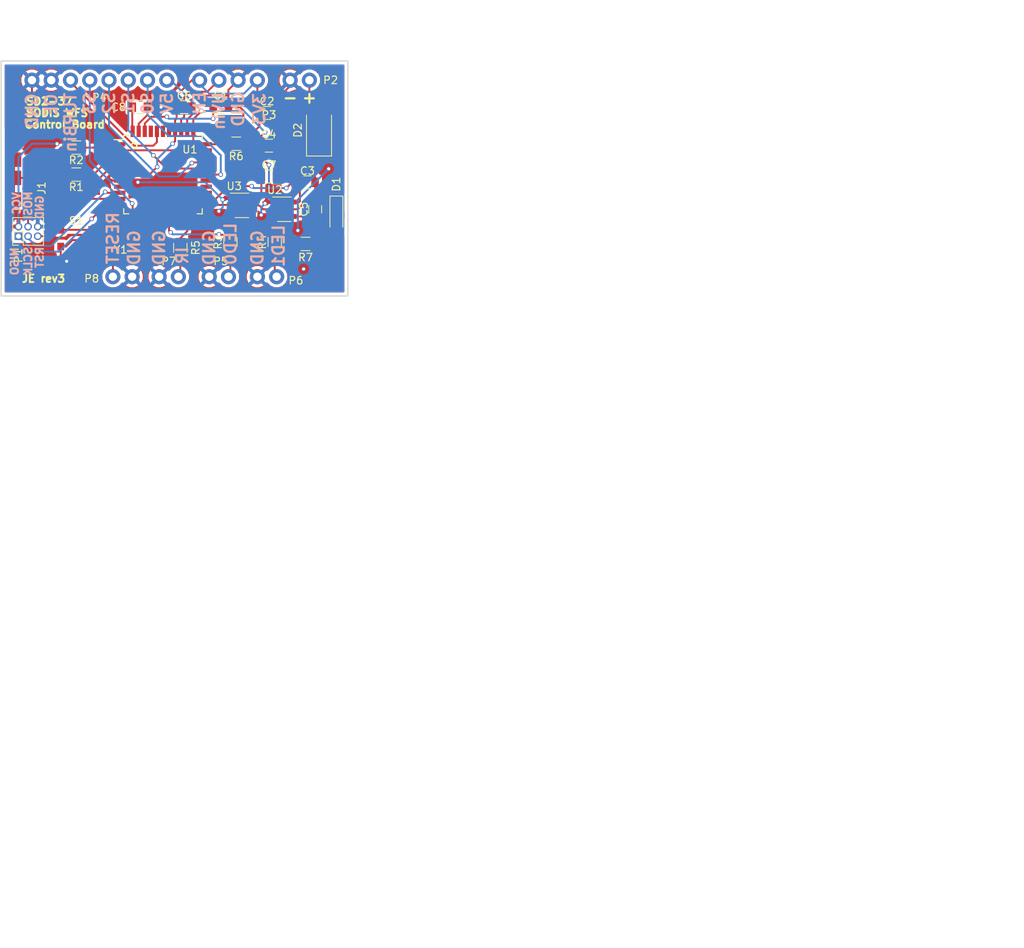
<source format=kicad_pcb>
(kicad_pcb (version 4) (host pcbnew 4.0.5)

  (general
    (links 86)
    (no_connects 0)
    (area 100.508999 92.888999 146.379001 124.027001)
    (thickness 1.6)
    (drawings 44)
    (tracks 304)
    (zones 0)
    (modules 31)
    (nets 46)
  )

  (page USLetter)
  (layers
    (0 F.Cu signal)
    (31 B.Cu signal)
    (32 B.Adhes user)
    (33 F.Adhes user)
    (34 B.Paste user)
    (35 F.Paste user)
    (36 B.SilkS user)
    (37 F.SilkS user)
    (38 B.Mask user)
    (39 F.Mask user)
    (40 Dwgs.User user)
    (41 Cmts.User user)
    (42 Eco1.User user)
    (43 Eco2.User user)
    (44 Edge.Cuts user)
    (45 Margin user)
    (46 B.CrtYd user)
    (47 F.CrtYd user)
    (48 B.Fab user)
    (49 F.Fab user)
  )

  (setup
    (last_trace_width 0.25)
    (trace_clearance 0.2)
    (zone_clearance 0.4)
    (zone_45_only yes)
    (trace_min 0.2)
    (segment_width 0.2)
    (edge_width 0.15)
    (via_size 0.6)
    (via_drill 0.4)
    (via_min_size 0.4)
    (via_min_drill 0.3)
    (uvia_size 0.3)
    (uvia_drill 0.1)
    (uvias_allowed no)
    (uvia_min_size 0.2)
    (uvia_min_drill 0.1)
    (pcb_text_width 0.3)
    (pcb_text_size 1.5 1.5)
    (mod_edge_width 0.15)
    (mod_text_size 1 1)
    (mod_text_width 0.15)
    (pad_size 1.524 1.524)
    (pad_drill 0.762)
    (pad_to_mask_clearance 0.2)
    (aux_axis_origin 0 0)
    (visible_elements 7FFFEFFF)
    (pcbplotparams
      (layerselection 0x010fc_80000001)
      (usegerberextensions false)
      (excludeedgelayer true)
      (linewidth 0.100000)
      (plotframeref false)
      (viasonmask false)
      (mode 1)
      (useauxorigin false)
      (hpglpennumber 1)
      (hpglpenspeed 20)
      (hpglpendiameter 15)
      (hpglpenoverlay 2)
      (psnegative false)
      (psa4output false)
      (plotreference true)
      (plotvalue true)
      (plotinvisibletext false)
      (padsonsilk false)
      (subtractmaskfromsilk false)
      (outputformat 1)
      (mirror false)
      (drillshape 0)
      (scaleselection 1)
      (outputdirectory "brainBoard_r3 gerb/"))
  )

  (net 0 "")
  (net 1 "Net-(C1-Pad1)")
  (net 2 +5V)
  (net 3 +3V3)
  (net 4 "Net-(C5-Pad1)")
  (net 5 "Net-(D1-Pad2)")
  (net 6 VCC)
  (net 7 +BATT)
  (net 8 /D+)
  (net 9 /D-)
  (net 10 /MISO)
  (net 11 /SCLK)
  (net 12 /MOSI)
  (net 13 /RST)
  (net 14 /UVin)
  (net 15 /turbS3)
  (net 16 /turbS2)
  (net 17 /turbIn)
  (net 18 /turbS1)
  (net 19 /turbS0)
  (net 20 /int_LED0)
  (net 21 /int_LED1)
  (net 22 /IR)
  (net 23 "Net-(R1-Pad1)")
  (net 24 "Net-(R2-Pad1)")
  (net 25 "Net-(R3-Pad2)")
  (net 26 "Net-(R4-Pad2)")
  (net 27 "Net-(R5-Pad2)")
  (net 28 "Net-(R6-Pad2)")
  (net 29 "Net-(U1-Pad1)")
  (net 30 /SS)
  (net 31 "Net-(U1-Pad16)")
  (net 32 "Net-(U1-Pad17)")
  (net 33 "Net-(U1-Pad20)")
  (net 34 "Net-(U1-Pad22)")
  (net 35 "Net-(U1-Pad25)")
  (net 36 "Net-(U1-Pad26)")
  (net 37 "Net-(U1-Pad27)")
  (net 38 "Net-(U1-Pad31)")
  (net 39 "Net-(U1-Pad32)")
  (net 40 "Net-(U1-Pad38)")
  (net 41 "Net-(U1-Pad39)")
  (net 42 "Net-(U1-Pad41)")
  (net 43 "Net-(U3-Pad4)")
  (net 44 GND)
  (net 45 "Net-(C8-Pad2)")

  (net_class Default "This is the default net class."
    (clearance 0.2)
    (trace_width 0.25)
    (via_dia 0.6)
    (via_drill 0.4)
    (uvia_dia 0.3)
    (uvia_drill 0.1)
    (add_net +3V3)
    (add_net +5V)
    (add_net +BATT)
    (add_net /D+)
    (add_net /D-)
    (add_net /IR)
    (add_net /MISO)
    (add_net /MOSI)
    (add_net /RST)
    (add_net /SCLK)
    (add_net /SS)
    (add_net /UVin)
    (add_net /int_LED0)
    (add_net /int_LED1)
    (add_net /turbIn)
    (add_net /turbS0)
    (add_net /turbS1)
    (add_net /turbS2)
    (add_net /turbS3)
    (add_net GND)
    (add_net "Net-(C1-Pad1)")
    (add_net "Net-(C5-Pad1)")
    (add_net "Net-(C8-Pad2)")
    (add_net "Net-(D1-Pad2)")
    (add_net "Net-(R1-Pad1)")
    (add_net "Net-(R2-Pad1)")
    (add_net "Net-(R3-Pad2)")
    (add_net "Net-(R4-Pad2)")
    (add_net "Net-(R5-Pad2)")
    (add_net "Net-(R6-Pad2)")
    (add_net "Net-(U1-Pad1)")
    (add_net "Net-(U1-Pad16)")
    (add_net "Net-(U1-Pad17)")
    (add_net "Net-(U1-Pad20)")
    (add_net "Net-(U1-Pad22)")
    (add_net "Net-(U1-Pad25)")
    (add_net "Net-(U1-Pad26)")
    (add_net "Net-(U1-Pad27)")
    (add_net "Net-(U1-Pad31)")
    (add_net "Net-(U1-Pad32)")
    (add_net "Net-(U1-Pad38)")
    (add_net "Net-(U1-Pad39)")
    (add_net "Net-(U1-Pad41)")
    (add_net "Net-(U3-Pad4)")
    (add_net VCC)
  )

  (module Housings_QFP:TQFP-44_10x10mm_Pitch0.8mm (layer F.Cu) (tedit 58C8A915) (tstamp 58C5F71B)
    (at 138.938 98.552)
    (descr "44-Lead Plastic Thin Quad Flatpack (PT) - 10x10x1.0 mm Body [TQFP] (see Microchip Packaging Specification 00000049BS.pdf)")
    (tags "QFP 0.8")
    (path /58C568CA)
    (attr smd)
    (fp_text reference U1 (at 3.556 -3.302) (layer F.SilkS)
      (effects (font (size 1 1) (thickness 0.15)))
    )
    (fp_text value ATMEGA32U4-A (at 1.27 2.032) (layer F.Fab)
      (effects (font (size 1 1) (thickness 0.15)))
    )
    (fp_text user %R (at -3.556 -1.016) (layer F.Fab)
      (effects (font (size 1 1) (thickness 0.15)))
    )
    (fp_line (start -4 -5) (end 5 -5) (layer F.Fab) (width 0.15))
    (fp_line (start 5 -5) (end 5 5) (layer F.Fab) (width 0.15))
    (fp_line (start 5 5) (end -5 5) (layer F.Fab) (width 0.15))
    (fp_line (start -5 5) (end -5 -4) (layer F.Fab) (width 0.15))
    (fp_line (start -5 -4) (end -4 -5) (layer F.Fab) (width 0.15))
    (fp_line (start -6.7 -6.7) (end -6.7 6.7) (layer F.CrtYd) (width 0.05))
    (fp_line (start 6.7 -6.7) (end 6.7 6.7) (layer F.CrtYd) (width 0.05))
    (fp_line (start -6.7 -6.7) (end 6.7 -6.7) (layer F.CrtYd) (width 0.05))
    (fp_line (start -6.7 6.7) (end 6.7 6.7) (layer F.CrtYd) (width 0.05))
    (fp_line (start -5.175 -5.175) (end -5.175 -4.6) (layer F.SilkS) (width 0.15))
    (fp_line (start 5.175 -5.175) (end 5.175 -4.5) (layer F.SilkS) (width 0.15))
    (fp_line (start 5.175 5.175) (end 5.175 4.5) (layer F.SilkS) (width 0.15))
    (fp_line (start -5.175 5.175) (end -5.175 4.5) (layer F.SilkS) (width 0.15))
    (fp_line (start -5.175 -5.175) (end -4.5 -5.175) (layer F.SilkS) (width 0.15))
    (fp_line (start -5.175 5.175) (end -4.5 5.175) (layer F.SilkS) (width 0.15))
    (fp_line (start 5.175 5.175) (end 4.5 5.175) (layer F.SilkS) (width 0.15))
    (fp_line (start 5.175 -5.175) (end 4.5 -5.175) (layer F.SilkS) (width 0.15))
    (fp_line (start -5.175 -4.6) (end -6.45 -4.6) (layer F.SilkS) (width 0.15))
    (pad 1 smd rect (at -5.7 -4) (size 1.5 0.55) (layers F.Cu F.Paste F.Mask)
      (net 29 "Net-(U1-Pad1)"))
    (pad 2 smd rect (at -5.7 -3.2) (size 1.5 0.55) (layers F.Cu F.Paste F.Mask)
      (net 2 +5V))
    (pad 3 smd rect (at -5.7 -2.4) (size 1.5 0.55) (layers F.Cu F.Paste F.Mask)
      (net 24 "Net-(R2-Pad1)"))
    (pad 4 smd rect (at -5.7 -1.6) (size 1.5 0.55) (layers F.Cu F.Paste F.Mask)
      (net 23 "Net-(R1-Pad1)"))
    (pad 5 smd rect (at -5.7 -0.8) (size 1.5 0.55) (layers F.Cu F.Paste F.Mask)
      (net 44 GND))
    (pad 6 smd rect (at -5.7 0) (size 1.5 0.55) (layers F.Cu F.Paste F.Mask)
      (net 3 +3V3))
    (pad 7 smd rect (at -5.7 0.8) (size 1.5 0.55) (layers F.Cu F.Paste F.Mask)
      (net 6 VCC))
    (pad 8 smd rect (at -5.7 1.6) (size 1.5 0.55) (layers F.Cu F.Paste F.Mask)
      (net 30 /SS))
    (pad 9 smd rect (at -5.7 2.4) (size 1.5 0.55) (layers F.Cu F.Paste F.Mask)
      (net 11 /SCLK))
    (pad 10 smd rect (at -5.7 3.2) (size 1.5 0.55) (layers F.Cu F.Paste F.Mask)
      (net 12 /MOSI))
    (pad 11 smd rect (at -5.7 4) (size 1.5 0.55) (layers F.Cu F.Paste F.Mask)
      (net 10 /MISO))
    (pad 12 smd rect (at -4 5.7 90) (size 1.5 0.55) (layers F.Cu F.Paste F.Mask)
      (net 15 /turbS3))
    (pad 13 smd rect (at -3.2 5.7 90) (size 1.5 0.55) (layers F.Cu F.Paste F.Mask)
      (net 13 /RST))
    (pad 14 smd rect (at -2.4 5.7 90) (size 1.5 0.55) (layers F.Cu F.Paste F.Mask)
      (net 2 +5V))
    (pad 15 smd rect (at -1.6 5.7 90) (size 1.5 0.55) (layers F.Cu F.Paste F.Mask)
      (net 44 GND))
    (pad 16 smd rect (at -0.8 5.7 90) (size 1.5 0.55) (layers F.Cu F.Paste F.Mask)
      (net 31 "Net-(U1-Pad16)"))
    (pad 17 smd rect (at 0 5.7 90) (size 1.5 0.55) (layers F.Cu F.Paste F.Mask)
      (net 32 "Net-(U1-Pad17)"))
    (pad 18 smd rect (at 0.8 5.7 90) (size 1.5 0.55) (layers F.Cu F.Paste F.Mask)
      (net 25 "Net-(R3-Pad2)"))
    (pad 19 smd rect (at 1.6 5.7 90) (size 1.5 0.55) (layers F.Cu F.Paste F.Mask)
      (net 26 "Net-(R4-Pad2)"))
    (pad 20 smd rect (at 2.4 5.7 90) (size 1.5 0.55) (layers F.Cu F.Paste F.Mask)
      (net 33 "Net-(U1-Pad20)"))
    (pad 21 smd rect (at 3.2 5.7 90) (size 1.5 0.55) (layers F.Cu F.Paste F.Mask)
      (net 27 "Net-(R5-Pad2)"))
    (pad 22 smd rect (at 4 5.7 90) (size 1.5 0.55) (layers F.Cu F.Paste F.Mask)
      (net 34 "Net-(U1-Pad22)"))
    (pad 23 smd rect (at 5.7 4) (size 1.5 0.55) (layers F.Cu F.Paste F.Mask)
      (net 44 GND))
    (pad 24 smd rect (at 5.7 3.2) (size 1.5 0.55) (layers F.Cu F.Paste F.Mask)
      (net 2 +5V))
    (pad 25 smd rect (at 5.7 2.4) (size 1.5 0.55) (layers F.Cu F.Paste F.Mask)
      (net 35 "Net-(U1-Pad25)"))
    (pad 26 smd rect (at 5.7 1.6) (size 1.5 0.55) (layers F.Cu F.Paste F.Mask)
      (net 36 "Net-(U1-Pad26)"))
    (pad 27 smd rect (at 5.7 0.8) (size 1.5 0.55) (layers F.Cu F.Paste F.Mask)
      (net 37 "Net-(U1-Pad27)"))
    (pad 28 smd rect (at 5.7 0) (size 1.5 0.55) (layers F.Cu F.Paste F.Mask)
      (net 19 /turbS0))
    (pad 29 smd rect (at 5.7 -0.8) (size 1.5 0.55) (layers F.Cu F.Paste F.Mask)
      (net 18 /turbS1))
    (pad 30 smd rect (at 5.7 -1.6) (size 1.5 0.55) (layers F.Cu F.Paste F.Mask)
      (net 16 /turbS2))
    (pad 31 smd rect (at 5.7 -2.4) (size 1.5 0.55) (layers F.Cu F.Paste F.Mask)
      (net 38 "Net-(U1-Pad31)"))
    (pad 32 smd rect (at 5.7 -3.2) (size 1.5 0.55) (layers F.Cu F.Paste F.Mask)
      (net 39 "Net-(U1-Pad32)"))
    (pad 33 smd rect (at 5.7 -4) (size 1.5 0.55) (layers F.Cu F.Paste F.Mask)
      (net 28 "Net-(R6-Pad2)"))
    (pad 34 smd rect (at 4 -5.7 90) (size 1.5 0.55) (layers F.Cu F.Paste F.Mask)
      (net 2 +5V))
    (pad 35 smd rect (at 3.2 -5.7 90) (size 1.5 0.55) (layers F.Cu F.Paste F.Mask)
      (net 44 GND))
    (pad 36 smd rect (at 2.4 -5.7 90) (size 1.5 0.55) (layers F.Cu F.Paste F.Mask)
      (net 14 /UVin))
    (pad 37 smd rect (at 1.6 -5.7 90) (size 1.5 0.55) (layers F.Cu F.Paste F.Mask)
      (net 3 +3V3))
    (pad 38 smd rect (at 0.8 -5.7 90) (size 1.5 0.55) (layers F.Cu F.Paste F.Mask)
      (net 40 "Net-(U1-Pad38)"))
    (pad 39 smd rect (at 0 -5.7 90) (size 1.5 0.55) (layers F.Cu F.Paste F.Mask)
      (net 41 "Net-(U1-Pad39)"))
    (pad 40 smd rect (at -0.8 -5.7 90) (size 1.5 0.55) (layers F.Cu F.Paste F.Mask)
      (net 17 /turbIn))
    (pad 41 smd rect (at -1.6 -5.7 90) (size 1.5 0.55) (layers F.Cu F.Paste F.Mask)
      (net 42 "Net-(U1-Pad41)"))
    (pad 42 smd rect (at -2.4 -5.7 90) (size 1.5 0.55) (layers F.Cu F.Paste F.Mask)
      (net 1 "Net-(C1-Pad1)"))
    (pad 43 smd rect (at -3.2 -5.7 90) (size 1.5 0.55) (layers F.Cu F.Paste F.Mask)
      (net 44 GND))
    (pad 44 smd rect (at -4 -5.7 90) (size 1.5 0.55) (layers F.Cu F.Paste F.Mask)
      (net 45 "Net-(C8-Pad2)"))
    (model Housings_QFP.3dshapes/TQFP-44_10x10mm_Pitch0.8mm.wrl
      (at (xyz 0 0 0))
      (scale (xyz 1 1 1))
      (rotate (xyz 0 0 0))
    )
  )

  (module Capacitors_SMD:C_0805 (layer F.Cu) (tedit 58C8A941) (tstamp 58C5F565)
    (at 146.558 89.662)
    (descr "Capacitor SMD 0805, reflow soldering, AVX (see smccp.pdf)")
    (tags "capacitor 0805")
    (path /58C56973)
    (attr smd)
    (fp_text reference C1 (at 0 -1.524) (layer F.SilkS)
      (effects (font (size 1 1) (thickness 0.15)))
    )
    (fp_text value "100 nF" (at 0 1.75) (layer F.Fab)
      (effects (font (size 1 1) (thickness 0.15)))
    )
    (fp_text user %R (at 0 -1.5) (layer F.Fab)
      (effects (font (size 1 1) (thickness 0.15)))
    )
    (fp_line (start -1 0.62) (end -1 -0.62) (layer F.Fab) (width 0.1))
    (fp_line (start 1 0.62) (end -1 0.62) (layer F.Fab) (width 0.1))
    (fp_line (start 1 -0.62) (end 1 0.62) (layer F.Fab) (width 0.1))
    (fp_line (start -1 -0.62) (end 1 -0.62) (layer F.Fab) (width 0.1))
    (fp_line (start 0.5 -0.85) (end -0.5 -0.85) (layer F.SilkS) (width 0.12))
    (fp_line (start -0.5 0.85) (end 0.5 0.85) (layer F.SilkS) (width 0.12))
    (fp_line (start -1.75 -0.88) (end 1.75 -0.88) (layer F.CrtYd) (width 0.05))
    (fp_line (start -1.75 -0.88) (end -1.75 0.87) (layer F.CrtYd) (width 0.05))
    (fp_line (start 1.75 0.87) (end 1.75 -0.88) (layer F.CrtYd) (width 0.05))
    (fp_line (start 1.75 0.87) (end -1.75 0.87) (layer F.CrtYd) (width 0.05))
    (pad 1 smd rect (at -1 0) (size 1 1.25) (layers F.Cu F.Paste F.Mask)
      (net 1 "Net-(C1-Pad1)"))
    (pad 2 smd rect (at 1 0) (size 1 1.25) (layers F.Cu F.Paste F.Mask)
      (net 44 GND))
    (model Capacitors_SMD.3dshapes/C_0805.wrl
      (at (xyz 0 0 0))
      (scale (xyz 1 1 1))
      (rotate (xyz 0 0 0))
    )
  )

  (module Capacitors_SMD:C_0805 (layer F.Cu) (tedit 58C8A93C) (tstamp 58C5F576)
    (at 152.654 90.424)
    (descr "Capacitor SMD 0805, reflow soldering, AVX (see smccp.pdf)")
    (tags "capacitor 0805")
    (path /58C5DC14)
    (attr smd)
    (fp_text reference C2 (at 0 -1.524) (layer F.SilkS)
      (effects (font (size 1 1) (thickness 0.15)))
    )
    (fp_text value 10uF (at -0.254 2.794) (layer F.Fab)
      (effects (font (size 1 1) (thickness 0.15)))
    )
    (fp_text user %R (at 0 -1.5) (layer F.Fab)
      (effects (font (size 1 1) (thickness 0.15)))
    )
    (fp_line (start -1 0.62) (end -1 -0.62) (layer F.Fab) (width 0.1))
    (fp_line (start 1 0.62) (end -1 0.62) (layer F.Fab) (width 0.1))
    (fp_line (start 1 -0.62) (end 1 0.62) (layer F.Fab) (width 0.1))
    (fp_line (start -1 -0.62) (end 1 -0.62) (layer F.Fab) (width 0.1))
    (fp_line (start 0.5 -0.85) (end -0.5 -0.85) (layer F.SilkS) (width 0.12))
    (fp_line (start -0.5 0.85) (end 0.5 0.85) (layer F.SilkS) (width 0.12))
    (fp_line (start -1.75 -0.88) (end 1.75 -0.88) (layer F.CrtYd) (width 0.05))
    (fp_line (start -1.75 -0.88) (end -1.75 0.87) (layer F.CrtYd) (width 0.05))
    (fp_line (start 1.75 0.87) (end 1.75 -0.88) (layer F.CrtYd) (width 0.05))
    (fp_line (start 1.75 0.87) (end -1.75 0.87) (layer F.CrtYd) (width 0.05))
    (pad 1 smd rect (at -1 0) (size 1 1.25) (layers F.Cu F.Paste F.Mask)
      (net 3 +3V3))
    (pad 2 smd rect (at 1 0) (size 1 1.25) (layers F.Cu F.Paste F.Mask)
      (net 44 GND))
    (model Capacitors_SMD.3dshapes/C_0805.wrl
      (at (xyz 0 0 0))
      (scale (xyz 1 1 1))
      (rotate (xyz 0 0 0))
    )
  )

  (module Capacitors_SMD:C_0805 (layer F.Cu) (tedit 58AA8463) (tstamp 58C5F587)
    (at 157.988 99.568)
    (descr "Capacitor SMD 0805, reflow soldering, AVX (see smccp.pdf)")
    (tags "capacitor 0805")
    (path /58C61405)
    (attr smd)
    (fp_text reference C3 (at 0 -1.5) (layer F.SilkS)
      (effects (font (size 1 1) (thickness 0.15)))
    )
    (fp_text value 10uF (at 0 1.75) (layer F.Fab)
      (effects (font (size 1 1) (thickness 0.15)))
    )
    (fp_text user %R (at 0 -1.5) (layer F.Fab)
      (effects (font (size 1 1) (thickness 0.15)))
    )
    (fp_line (start -1 0.62) (end -1 -0.62) (layer F.Fab) (width 0.1))
    (fp_line (start 1 0.62) (end -1 0.62) (layer F.Fab) (width 0.1))
    (fp_line (start 1 -0.62) (end 1 0.62) (layer F.Fab) (width 0.1))
    (fp_line (start -1 -0.62) (end 1 -0.62) (layer F.Fab) (width 0.1))
    (fp_line (start 0.5 -0.85) (end -0.5 -0.85) (layer F.SilkS) (width 0.12))
    (fp_line (start -0.5 0.85) (end 0.5 0.85) (layer F.SilkS) (width 0.12))
    (fp_line (start -1.75 -0.88) (end 1.75 -0.88) (layer F.CrtYd) (width 0.05))
    (fp_line (start -1.75 -0.88) (end -1.75 0.87) (layer F.CrtYd) (width 0.05))
    (fp_line (start 1.75 0.87) (end 1.75 -0.88) (layer F.CrtYd) (width 0.05))
    (fp_line (start 1.75 0.87) (end -1.75 0.87) (layer F.CrtYd) (width 0.05))
    (pad 1 smd rect (at -1 0) (size 1 1.25) (layers F.Cu F.Paste F.Mask)
      (net 2 +5V))
    (pad 2 smd rect (at 1 0) (size 1 1.25) (layers F.Cu F.Paste F.Mask)
      (net 44 GND))
    (model Capacitors_SMD.3dshapes/C_0805.wrl
      (at (xyz 0 0 0))
      (scale (xyz 1 1 1))
      (rotate (xyz 0 0 0))
    )
  )

  (module Capacitors_SMD:C_0805 (layer F.Cu) (tedit 58AA8463) (tstamp 58C5F598)
    (at 152.908 94.742)
    (descr "Capacitor SMD 0805, reflow soldering, AVX (see smccp.pdf)")
    (tags "capacitor 0805")
    (path /58C6147F)
    (attr smd)
    (fp_text reference C4 (at 0 -1.5) (layer F.SilkS)
      (effects (font (size 1 1) (thickness 0.15)))
    )
    (fp_text value 1uF (at 0 1.75) (layer F.Fab)
      (effects (font (size 1 1) (thickness 0.15)))
    )
    (fp_text user %R (at 0 -1.5) (layer F.Fab)
      (effects (font (size 1 1) (thickness 0.15)))
    )
    (fp_line (start -1 0.62) (end -1 -0.62) (layer F.Fab) (width 0.1))
    (fp_line (start 1 0.62) (end -1 0.62) (layer F.Fab) (width 0.1))
    (fp_line (start 1 -0.62) (end 1 0.62) (layer F.Fab) (width 0.1))
    (fp_line (start -1 -0.62) (end 1 -0.62) (layer F.Fab) (width 0.1))
    (fp_line (start 0.5 -0.85) (end -0.5 -0.85) (layer F.SilkS) (width 0.12))
    (fp_line (start -0.5 0.85) (end 0.5 0.85) (layer F.SilkS) (width 0.12))
    (fp_line (start -1.75 -0.88) (end 1.75 -0.88) (layer F.CrtYd) (width 0.05))
    (fp_line (start -1.75 -0.88) (end -1.75 0.87) (layer F.CrtYd) (width 0.05))
    (fp_line (start 1.75 0.87) (end 1.75 -0.88) (layer F.CrtYd) (width 0.05))
    (fp_line (start 1.75 0.87) (end -1.75 0.87) (layer F.CrtYd) (width 0.05))
    (pad 1 smd rect (at -1 0) (size 1 1.25) (layers F.Cu F.Paste F.Mask)
      (net 2 +5V))
    (pad 2 smd rect (at 1 0) (size 1 1.25) (layers F.Cu F.Paste F.Mask)
      (net 44 GND))
    (model Capacitors_SMD.3dshapes/C_0805.wrl
      (at (xyz 0 0 0))
      (scale (xyz 1 1 1))
      (rotate (xyz 0 0 0))
    )
  )

  (module Capacitors_SMD:C_0805 (layer F.Cu) (tedit 58AA8463) (tstamp 58C5F5A9)
    (at 159.004 103.124 90)
    (descr "Capacitor SMD 0805, reflow soldering, AVX (see smccp.pdf)")
    (tags "capacitor 0805")
    (path /58C618EA)
    (attr smd)
    (fp_text reference C5 (at 0 -1.5 90) (layer F.SilkS)
      (effects (font (size 1 1) (thickness 0.15)))
    )
    (fp_text value 470pF (at 0 1.75 90) (layer F.Fab)
      (effects (font (size 1 1) (thickness 0.15)))
    )
    (fp_text user %R (at 0 -1.5 90) (layer F.Fab)
      (effects (font (size 1 1) (thickness 0.15)))
    )
    (fp_line (start -1 0.62) (end -1 -0.62) (layer F.Fab) (width 0.1))
    (fp_line (start 1 0.62) (end -1 0.62) (layer F.Fab) (width 0.1))
    (fp_line (start 1 -0.62) (end 1 0.62) (layer F.Fab) (width 0.1))
    (fp_line (start -1 -0.62) (end 1 -0.62) (layer F.Fab) (width 0.1))
    (fp_line (start 0.5 -0.85) (end -0.5 -0.85) (layer F.SilkS) (width 0.12))
    (fp_line (start -0.5 0.85) (end 0.5 0.85) (layer F.SilkS) (width 0.12))
    (fp_line (start -1.75 -0.88) (end 1.75 -0.88) (layer F.CrtYd) (width 0.05))
    (fp_line (start -1.75 -0.88) (end -1.75 0.87) (layer F.CrtYd) (width 0.05))
    (fp_line (start 1.75 0.87) (end 1.75 -0.88) (layer F.CrtYd) (width 0.05))
    (fp_line (start 1.75 0.87) (end -1.75 0.87) (layer F.CrtYd) (width 0.05))
    (pad 1 smd rect (at -1 0 90) (size 1 1.25) (layers F.Cu F.Paste F.Mask)
      (net 4 "Net-(C5-Pad1)"))
    (pad 2 smd rect (at 1 0 90) (size 1 1.25) (layers F.Cu F.Paste F.Mask)
      (net 44 GND))
    (model Capacitors_SMD.3dshapes/C_0805.wrl
      (at (xyz 0 0 0))
      (scale (xyz 1 1 1))
      (rotate (xyz 0 0 0))
    )
  )

  (module Capacitors_SMD:C_0805 (layer F.Cu) (tedit 58AA8463) (tstamp 58C5F5BA)
    (at 141.732 89.662)
    (descr "Capacitor SMD 0805, reflow soldering, AVX (see smccp.pdf)")
    (tags "capacitor 0805")
    (path /58C62C56)
    (attr smd)
    (fp_text reference C6 (at 0 -1.5) (layer F.SilkS)
      (effects (font (size 1 1) (thickness 0.15)))
    )
    (fp_text value 1uF (at 0 1.75) (layer F.Fab)
      (effects (font (size 1 1) (thickness 0.15)))
    )
    (fp_text user %R (at 0 -1.5) (layer F.Fab)
      (effects (font (size 1 1) (thickness 0.15)))
    )
    (fp_line (start -1 0.62) (end -1 -0.62) (layer F.Fab) (width 0.1))
    (fp_line (start 1 0.62) (end -1 0.62) (layer F.Fab) (width 0.1))
    (fp_line (start 1 -0.62) (end 1 0.62) (layer F.Fab) (width 0.1))
    (fp_line (start -1 -0.62) (end 1 -0.62) (layer F.Fab) (width 0.1))
    (fp_line (start 0.5 -0.85) (end -0.5 -0.85) (layer F.SilkS) (width 0.12))
    (fp_line (start -0.5 0.85) (end 0.5 0.85) (layer F.SilkS) (width 0.12))
    (fp_line (start -1.75 -0.88) (end 1.75 -0.88) (layer F.CrtYd) (width 0.05))
    (fp_line (start -1.75 -0.88) (end -1.75 0.87) (layer F.CrtYd) (width 0.05))
    (fp_line (start 1.75 0.87) (end 1.75 -0.88) (layer F.CrtYd) (width 0.05))
    (fp_line (start 1.75 0.87) (end -1.75 0.87) (layer F.CrtYd) (width 0.05))
    (pad 1 smd rect (at -1 0) (size 1 1.25) (layers F.Cu F.Paste F.Mask)
      (net 3 +3V3))
    (pad 2 smd rect (at 1 0) (size 1 1.25) (layers F.Cu F.Paste F.Mask)
      (net 44 GND))
    (model Capacitors_SMD.3dshapes/C_0805.wrl
      (at (xyz 0 0 0))
      (scale (xyz 1 1 1))
      (rotate (xyz 0 0 0))
    )
  )

  (module Capacitors_SMD:C_0805 (layer F.Cu) (tedit 58AA8463) (tstamp 58C5F5CB)
    (at 152.908 98.806)
    (descr "Capacitor SMD 0805, reflow soldering, AVX (see smccp.pdf)")
    (tags "capacitor 0805")
    (path /58C62087)
    (attr smd)
    (fp_text reference C7 (at 0 -1.5) (layer F.SilkS)
      (effects (font (size 1 1) (thickness 0.15)))
    )
    (fp_text value 10uF (at 0 1.75) (layer F.Fab)
      (effects (font (size 1 1) (thickness 0.15)))
    )
    (fp_text user %R (at 0 -1.5) (layer F.Fab)
      (effects (font (size 1 1) (thickness 0.15)))
    )
    (fp_line (start -1 0.62) (end -1 -0.62) (layer F.Fab) (width 0.1))
    (fp_line (start 1 0.62) (end -1 0.62) (layer F.Fab) (width 0.1))
    (fp_line (start 1 -0.62) (end 1 0.62) (layer F.Fab) (width 0.1))
    (fp_line (start -1 -0.62) (end 1 -0.62) (layer F.Fab) (width 0.1))
    (fp_line (start 0.5 -0.85) (end -0.5 -0.85) (layer F.SilkS) (width 0.12))
    (fp_line (start -0.5 0.85) (end 0.5 0.85) (layer F.SilkS) (width 0.12))
    (fp_line (start -1.75 -0.88) (end 1.75 -0.88) (layer F.CrtYd) (width 0.05))
    (fp_line (start -1.75 -0.88) (end -1.75 0.87) (layer F.CrtYd) (width 0.05))
    (fp_line (start 1.75 0.87) (end 1.75 -0.88) (layer F.CrtYd) (width 0.05))
    (fp_line (start 1.75 0.87) (end -1.75 0.87) (layer F.CrtYd) (width 0.05))
    (pad 1 smd rect (at -1 0) (size 1 1.25) (layers F.Cu F.Paste F.Mask)
      (net 3 +3V3))
    (pad 2 smd rect (at 1 0) (size 1 1.25) (layers F.Cu F.Paste F.Mask)
      (net 44 GND))
    (model Capacitors_SMD.3dshapes/C_0805.wrl
      (at (xyz 0 0 0))
      (scale (xyz 1 1 1))
      (rotate (xyz 0 0 0))
    )
  )

  (module LEDs:LED_1206 (layer F.Cu) (tedit 58C8A388) (tstamp 58C5F5E0)
    (at 161.798 103.886 270)
    (descr "LED 1206 smd package")
    (tags "LED led 1206 SMD smd SMT smt smdled SMDLED smtled SMTLED")
    (path /58C5EBFF)
    (attr smd)
    (fp_text reference D1 (at -4.064 0 270) (layer F.SilkS)
      (effects (font (size 1 1) (thickness 0.15)))
    )
    (fp_text value LED (at -0.762 1.778 270) (layer F.Fab)
      (effects (font (size 1 1) (thickness 0.15)))
    )
    (fp_line (start -2.5 -0.85) (end -2.5 0.85) (layer F.SilkS) (width 0.12))
    (fp_line (start -0.45 -0.4) (end -0.45 0.4) (layer F.Fab) (width 0.1))
    (fp_line (start -0.4 0) (end 0.2 -0.4) (layer F.Fab) (width 0.1))
    (fp_line (start 0.2 0.4) (end -0.4 0) (layer F.Fab) (width 0.1))
    (fp_line (start 0.2 -0.4) (end 0.2 0.4) (layer F.Fab) (width 0.1))
    (fp_line (start 1.6 0.8) (end -1.6 0.8) (layer F.Fab) (width 0.1))
    (fp_line (start 1.6 -0.8) (end 1.6 0.8) (layer F.Fab) (width 0.1))
    (fp_line (start -1.6 -0.8) (end 1.6 -0.8) (layer F.Fab) (width 0.1))
    (fp_line (start -1.6 0.8) (end -1.6 -0.8) (layer F.Fab) (width 0.1))
    (fp_line (start -2.45 0.85) (end 1.6 0.85) (layer F.SilkS) (width 0.12))
    (fp_line (start -2.45 -0.85) (end 1.6 -0.85) (layer F.SilkS) (width 0.12))
    (fp_line (start 2.65 -1) (end 2.65 1) (layer F.CrtYd) (width 0.05))
    (fp_line (start 2.65 1) (end -2.65 1) (layer F.CrtYd) (width 0.05))
    (fp_line (start -2.65 1) (end -2.65 -1) (layer F.CrtYd) (width 0.05))
    (fp_line (start -2.65 -1) (end 2.65 -1) (layer F.CrtYd) (width 0.05))
    (pad 2 smd rect (at 1.65 0 90) (size 1.5 1.5) (layers F.Cu F.Paste F.Mask)
      (net 5 "Net-(D1-Pad2)"))
    (pad 1 smd rect (at -1.65 0 90) (size 1.5 1.5) (layers F.Cu F.Paste F.Mask)
      (net 44 GND))
    (model LEDs.3dshapes/LED_1206.wrl
      (at (xyz 0 0 0))
      (scale (xyz 1 1 1))
      (rotate (xyz 0 0 180))
    )
  )

  (module Diodes_SMD:D_SMA_Standard (layer F.Cu) (tedit 58C8A379) (tstamp 58C5F5F7)
    (at 159.512 92.71 90)
    (descr "Diode SMA")
    (tags "Diode SMA")
    (path /58C60BF1)
    (attr smd)
    (fp_text reference D2 (at 0 -2.794 90) (layer F.SilkS)
      (effects (font (size 1 1) (thickness 0.15)))
    )
    (fp_text value D_Schottky (at 2.032 3.81 90) (layer F.Fab)
      (effects (font (size 1 1) (thickness 0.15)))
    )
    (fp_line (start -3.4 -1.65) (end -3.4 1.65) (layer F.SilkS) (width 0.12))
    (fp_line (start 2.3 1.5) (end -2.3 1.5) (layer F.Fab) (width 0.1))
    (fp_line (start -2.3 1.5) (end -2.3 -1.5) (layer F.Fab) (width 0.1))
    (fp_line (start 2.3 -1.5) (end 2.3 1.5) (layer F.Fab) (width 0.1))
    (fp_line (start 2.3 -1.5) (end -2.3 -1.5) (layer F.Fab) (width 0.1))
    (fp_line (start -3.5 -1.75) (end 3.5 -1.75) (layer F.CrtYd) (width 0.05))
    (fp_line (start 3.5 -1.75) (end 3.5 1.75) (layer F.CrtYd) (width 0.05))
    (fp_line (start 3.5 1.75) (end -3.5 1.75) (layer F.CrtYd) (width 0.05))
    (fp_line (start -3.5 1.75) (end -3.5 -1.75) (layer F.CrtYd) (width 0.05))
    (fp_line (start -0.64944 0.00102) (end -1.55114 0.00102) (layer F.Fab) (width 0.1))
    (fp_line (start 0.50118 0.00102) (end 1.4994 0.00102) (layer F.Fab) (width 0.1))
    (fp_line (start -0.64944 -0.79908) (end -0.64944 0.80112) (layer F.Fab) (width 0.1))
    (fp_line (start 0.50118 0.75032) (end 0.50118 -0.79908) (layer F.Fab) (width 0.1))
    (fp_line (start -0.64944 0.00102) (end 0.50118 0.75032) (layer F.Fab) (width 0.1))
    (fp_line (start -0.64944 0.00102) (end 0.50118 -0.79908) (layer F.Fab) (width 0.1))
    (fp_line (start -3.4 1.65) (end 2 1.65) (layer F.SilkS) (width 0.12))
    (fp_line (start -3.4 -1.65) (end 2 -1.65) (layer F.SilkS) (width 0.12))
    (pad 1 smd rect (at -2 0 90) (size 2.5 1.8) (layers F.Cu F.Paste F.Mask)
      (net 6 VCC))
    (pad 2 smd rect (at 2 0 90) (size 2.5 1.8) (layers F.Cu F.Paste F.Mask)
      (net 7 +BATT))
    (model Diodes_SMD.3dshapes/D_SMA_Standard.wrl
      (at (xyz 0 0 0))
      (scale (xyz 0.3937 0.3937 0.3937))
      (rotate (xyz 0 0 180))
    )
  )

  (module myLib:usbMicroB_SF08533 (layer F.Cu) (tedit 58C8A844) (tstamp 58C5F60C)
    (at 117.856 97.79 270)
    (path /58C5FB1D)
    (fp_text reference J1 (at 2.54 -5.08 270) (layer F.SilkS)
      (effects (font (size 1 1) (thickness 0.15)))
    )
    (fp_text value USB_MicroB (at 0.254 -6.604 270) (layer F.Fab) hide
      (effects (font (size 1 1) (thickness 0.15)))
    )
    (fp_line (start -3.302 -2.54) (end -3.302 -4.064) (layer F.Fab) (width 0.15))
    (fp_line (start -3.302 -4.064) (end -1.778 -4.064) (layer F.Fab) (width 0.15))
    (fp_line (start -1.778 -4.064) (end -1.778 -3.048) (layer F.Fab) (width 0.15))
    (fp_line (start -1.778 -3.048) (end 1.778 -3.048) (layer F.Fab) (width 0.15))
    (fp_line (start 1.778 -3.048) (end 1.778 -4.064) (layer F.Fab) (width 0.15))
    (fp_line (start 1.778 -4.064) (end 3.048 -4.064) (layer F.Fab) (width 0.15))
    (fp_line (start 3.048 -4.064) (end 3.302 -4.064) (layer F.Fab) (width 0.15))
    (fp_line (start 3.302 -4.064) (end 3.302 -2.54) (layer F.Fab) (width 0.15))
    (pad 6 smd rect (at 4.05 -1.45 270) (size 1.9 1.9) (layers F.Cu F.Paste F.Mask)
      (net 44 GND))
    (pad 6 smd rect (at 1.2 -1.45 270) (size 1.9 1.9) (layers F.Cu F.Paste F.Mask)
      (net 44 GND))
    (pad 6 smd rect (at -1.2 -1.45 270) (size 1.9 1.9) (layers F.Cu F.Paste F.Mask)
      (net 44 GND))
    (pad 6 smd rect (at -4.05 -1.45 270) (size 1.9 1.9) (layers F.Cu F.Paste F.Mask)
      (net 44 GND))
    (pad 3 smd rect (at 0 -4.1 270) (size 0.4 1.4) (layers F.Cu F.Paste F.Mask)
      (net 8 /D+))
    (pad 4 smd rect (at 0.65 -4.1 270) (size 0.4 1.4) (layers F.Cu F.Paste F.Mask))
    (pad 2 smd rect (at -0.65 -4.1 270) (size 0.4 1.4) (layers F.Cu F.Paste F.Mask)
      (net 9 /D-))
    (pad 5 smd rect (at 1.3 -4.1 270) (size 0.4 1.4) (layers F.Cu F.Paste F.Mask)
      (net 44 GND))
    (pad 1 smd rect (at -1.3 -4.1 270) (size 0.4 1.4) (layers F.Cu F.Paste F.Mask)
      (net 6 VCC))
  )

  (module Pin_Headers:Pin_Header_Straight_2x03_Pitch1.27mm (layer F.Cu) (tedit 58C8A84A) (tstamp 58C5F626)
    (at 119.888 106.68 90)
    (descr "Through hole straight pin header, 2x03, 1.27mm pitch, double rows")
    (tags "Through hole pin header THT 2x03 1.27mm double row")
    (path /58C5FA80)
    (fp_text reference P1 (at -2.54 0 90) (layer F.SilkS)
      (effects (font (size 1 1) (thickness 0.15)))
    )
    (fp_text value CONN_02X03 (at 0.635 4.295 90) (layer F.Fab) hide
      (effects (font (size 1 1) (thickness 0.15)))
    )
    (fp_line (start -1.07 -0.635) (end -1.07 3.175) (layer F.Fab) (width 0.1))
    (fp_line (start -1.07 3.175) (end 2.34 3.175) (layer F.Fab) (width 0.1))
    (fp_line (start 2.34 3.175) (end 2.34 -0.635) (layer F.Fab) (width 0.1))
    (fp_line (start 2.34 -0.635) (end -1.07 -0.635) (layer F.Fab) (width 0.1))
    (fp_line (start -1.19 0.635) (end -1.19 3.295) (layer F.SilkS) (width 0.12))
    (fp_line (start -1.19 3.295) (end 2.46 3.295) (layer F.SilkS) (width 0.12))
    (fp_line (start 2.46 3.295) (end 2.46 -0.755) (layer F.SilkS) (width 0.12))
    (fp_line (start 2.46 -0.755) (end 0.635 -0.755) (layer F.SilkS) (width 0.12))
    (fp_line (start 0.635 -0.755) (end 0.635 0.635) (layer F.SilkS) (width 0.12))
    (fp_line (start 0.635 0.635) (end -1.19 0.635) (layer F.SilkS) (width 0.12))
    (fp_line (start -1.19 0) (end -1.19 -0.755) (layer F.SilkS) (width 0.12))
    (fp_line (start -1.19 -0.755) (end 0 -0.755) (layer F.SilkS) (width 0.12))
    (fp_line (start -1.4 -0.9) (end -1.4 3.5) (layer F.CrtYd) (width 0.05))
    (fp_line (start -1.4 3.5) (end 2.6 3.5) (layer F.CrtYd) (width 0.05))
    (fp_line (start 2.6 3.5) (end 2.6 -0.9) (layer F.CrtYd) (width 0.05))
    (fp_line (start 2.6 -0.9) (end -1.4 -0.9) (layer F.CrtYd) (width 0.05))
    (pad 1 thru_hole rect (at 0 0 90) (size 1 1) (drill 0.65) (layers *.Cu *.Mask)
      (net 10 /MISO))
    (pad 2 thru_hole oval (at 1.27 0 90) (size 1 1) (drill 0.65) (layers *.Cu *.Mask)
      (net 6 VCC))
    (pad 3 thru_hole oval (at 0 1.27 90) (size 1 1) (drill 0.65) (layers *.Cu *.Mask)
      (net 11 /SCLK))
    (pad 4 thru_hole oval (at 1.27 1.27 90) (size 1 1) (drill 0.65) (layers *.Cu *.Mask)
      (net 12 /MOSI))
    (pad 5 thru_hole oval (at 0 2.54 90) (size 1 1) (drill 0.65) (layers *.Cu *.Mask)
      (net 13 /RST))
    (pad 6 thru_hole oval (at 1.27 2.54 90) (size 1 1) (drill 0.65) (layers *.Cu *.Mask)
      (net 44 GND))
    (model Pin_Headers.3dshapes/Pin_Header_Straight_2x03_Pitch1.27mm.wrl
      (at (xyz 0 0 0))
      (scale (xyz 1 1 1))
      (rotate (xyz 0 0 0))
    )
  )

  (module myLib:small_screw_terminal_1x2_PC1725656 (layer F.Cu) (tedit 58C8AE86) (tstamp 58C5F62C)
    (at 156.972 86.106 180)
    (path /58C63C3F)
    (fp_text reference P2 (at -4.064 0 180) (layer F.SilkS)
      (effects (font (size 1 1) (thickness 0.15)))
    )
    (fp_text value CONN_01X02 (at -0.508 2.286 180) (layer F.Fab)
      (effects (font (size 1 1) (thickness 0.15)))
    )
    (pad 2 thru_hole circle (at 1.27 0 180) (size 2 2) (drill 1.1) (layers *.Cu *.Mask)
      (net 44 GND))
    (pad 1 thru_hole circle (at -1.27 0 180) (size 2 2) (drill 1.1) (layers *.Cu *.Mask)
      (net 7 +BATT))
  )

  (module myLib:small_screw_terminal_01x04_2.54pitch (layer F.Cu) (tedit 58C88DFD) (tstamp 58C5F634)
    (at 147.574 86.106)
    (path /58C64A29)
    (fp_text reference P3 (at 5.334 4.572) (layer F.SilkS)
      (effects (font (size 1 1) (thickness 0.15)))
    )
    (fp_text value "UV Sensor" (at -0.254 -2.794) (layer F.Fab)
      (effects (font (size 1 1) (thickness 0.15)))
    )
    (pad 1 thru_hole circle (at 3.81 0) (size 2 2) (drill 1.1) (layers *.Cu *.Mask)
      (net 3 +3V3))
    (pad 2 thru_hole circle (at 1.27 0) (size 2 2) (drill 1.1) (layers *.Cu *.Mask)
      (net 44 GND))
    (pad 3 thru_hole circle (at -1.27 0) (size 2 2) (drill 1.1) (layers *.Cu *.Mask)
      (net 14 /UVin))
    (pad 4 thru_hole circle (at -3.81 0) (size 2 2) (drill 1.1) (layers *.Cu *.Mask)
      (net 3 +3V3))
  )

  (module myLib:small_screw_terminal_01x08_2.54pitch (layer F.Cu) (tedit 58C8AE81) (tstamp 58C5F640)
    (at 130.556 86.106 180)
    (path /58C65D4D)
    (fp_text reference P4 (at 0 -2.286 180) (layer F.SilkS)
      (effects (font (size 1 1) (thickness 0.15)))
    )
    (fp_text value Turbidity (at -0.254 -4.318 180) (layer F.Fab)
      (effects (font (size 1 1) (thickness 0.15)))
    )
    (pad 5 thru_hole circle (at 1.27 0 180) (size 2 2) (drill 1.1) (layers *.Cu *.Mask)
      (net 15 /turbS3))
    (pad 4 thru_hole circle (at -1.27 0 180) (size 2 2) (drill 1.1) (layers *.Cu *.Mask)
      (net 16 /turbS2))
    (pad 6 thru_hole circle (at 3.81 0 180) (size 2 2) (drill 1.1) (layers *.Cu *.Mask)
      (net 17 /turbIn))
    (pad 3 thru_hole circle (at -3.81 0 180) (size 2 2) (drill 1.1) (layers *.Cu *.Mask)
      (net 18 /turbS1))
    (pad 7 thru_hole circle (at 6.35 0 180) (size 2 2) (drill 1.1) (layers *.Cu *.Mask)
      (net 44 GND))
    (pad 1 thru_hole circle (at -8.89 0 180) (size 2 2) (drill 1.1) (layers *.Cu *.Mask)
      (net 2 +5V))
    (pad 8 thru_hole circle (at 8.89 0 180) (size 2 2) (drill 1.1) (layers *.Cu *.Mask)
      (net 44 GND))
    (pad 2 thru_hole circle (at -6.35 0 180) (size 2 2) (drill 1.1) (layers *.Cu *.Mask)
      (net 19 /turbS0))
  )

  (module myLib:small_screw_terminal_1x2_PC1725656 (layer F.Cu) (tedit 58C8ABB4) (tstamp 58C5F646)
    (at 146.304 112.014 180)
    (path /58C67A66)
    (fp_text reference P5 (at -0.254 2.032 180) (layer F.SilkS)
      (effects (font (size 1 1) (thickness 0.15)))
    )
    (fp_text value "indicator 0" (at 0 2.032 180) (layer F.Fab) hide
      (effects (font (size 1 1) (thickness 0.15)))
    )
    (pad 2 thru_hole circle (at 1.27 0 180) (size 2 2) (drill 1.1) (layers *.Cu *.Mask)
      (net 44 GND))
    (pad 1 thru_hole circle (at -1.27 0 180) (size 2 2) (drill 1.1) (layers *.Cu *.Mask)
      (net 20 /int_LED0))
  )

  (module myLib:small_screw_terminal_1x2_PC1725656 (layer F.Cu) (tedit 58C8ABB8) (tstamp 58C5F64C)
    (at 152.654 112.014 180)
    (path /58C68656)
    (fp_text reference P6 (at -3.81 -0.508 180) (layer F.SilkS)
      (effects (font (size 1 1) (thickness 0.15)))
    )
    (fp_text value "indicator 1" (at -1.524 2.032 180) (layer F.Fab) hide
      (effects (font (size 1 1) (thickness 0.15)))
    )
    (pad 2 thru_hole circle (at 1.27 0 180) (size 2 2) (drill 1.1) (layers *.Cu *.Mask)
      (net 44 GND))
    (pad 1 thru_hole circle (at -1.27 0 180) (size 2 2) (drill 1.1) (layers *.Cu *.Mask)
      (net 21 /int_LED1))
  )

  (module myLib:small_screw_terminal_1x2_PC1725656 (layer F.Cu) (tedit 58C8ABC0) (tstamp 58C5F652)
    (at 139.7 112.014 180)
    (path /58C6962E)
    (fp_text reference P7 (at 0 2.032 180) (layer F.SilkS)
      (effects (font (size 1 1) (thickness 0.15)))
    )
    (fp_text value IR (at 0.762 2.286 180) (layer F.Fab)
      (effects (font (size 1 1) (thickness 0.15)))
    )
    (pad 2 thru_hole circle (at 1.27 0 180) (size 2 2) (drill 1.1) (layers *.Cu *.Mask)
      (net 44 GND))
    (pad 1 thru_hole circle (at -1.27 0 180) (size 2 2) (drill 1.1) (layers *.Cu *.Mask)
      (net 22 /IR))
  )

  (module myLib:small_screw_terminal_1x2_PC1725656 (layer F.Cu) (tedit 58C8A897) (tstamp 58C5F658)
    (at 133.604 112.014)
    (path /58C6A4D7)
    (fp_text reference P8 (at -4.064 0.254) (layer F.SilkS)
      (effects (font (size 1 1) (thickness 0.15)))
    )
    (fp_text value "Global Reset" (at -0.254 -6.096) (layer F.Fab)
      (effects (font (size 1 1) (thickness 0.15)))
    )
    (pad 2 thru_hole circle (at 1.27 0) (size 2 2) (drill 1.1) (layers *.Cu *.Mask)
      (net 44 GND))
    (pad 1 thru_hole circle (at -1.27 0) (size 2 2) (drill 1.1) (layers *.Cu *.Mask)
      (net 13 /RST))
  )

  (module Resistors_SMD:R_0805 (layer F.Cu) (tedit 58AADA8F) (tstamp 58C5F669)
    (at 127.508 98.552 180)
    (descr "Resistor SMD 0805, reflow soldering, Vishay (see dcrcw.pdf)")
    (tags "resistor 0805")
    (path /58C56A05)
    (attr smd)
    (fp_text reference R1 (at 0 -1.65 180) (layer F.SilkS)
      (effects (font (size 1 1) (thickness 0.15)))
    )
    (fp_text value 22 (at 0 1.75 180) (layer F.Fab)
      (effects (font (size 1 1) (thickness 0.15)))
    )
    (fp_text user %R (at 0 -1.65 180) (layer F.Fab)
      (effects (font (size 1 1) (thickness 0.15)))
    )
    (fp_line (start -1 0.62) (end -1 -0.62) (layer F.Fab) (width 0.1))
    (fp_line (start 1 0.62) (end -1 0.62) (layer F.Fab) (width 0.1))
    (fp_line (start 1 -0.62) (end 1 0.62) (layer F.Fab) (width 0.1))
    (fp_line (start -1 -0.62) (end 1 -0.62) (layer F.Fab) (width 0.1))
    (fp_line (start 0.6 0.88) (end -0.6 0.88) (layer F.SilkS) (width 0.12))
    (fp_line (start -0.6 -0.88) (end 0.6 -0.88) (layer F.SilkS) (width 0.12))
    (fp_line (start -1.55 -0.9) (end 1.55 -0.9) (layer F.CrtYd) (width 0.05))
    (fp_line (start -1.55 -0.9) (end -1.55 0.9) (layer F.CrtYd) (width 0.05))
    (fp_line (start 1.55 0.9) (end 1.55 -0.9) (layer F.CrtYd) (width 0.05))
    (fp_line (start 1.55 0.9) (end -1.55 0.9) (layer F.CrtYd) (width 0.05))
    (pad 1 smd rect (at -0.95 0 180) (size 0.7 1.3) (layers F.Cu F.Paste F.Mask)
      (net 23 "Net-(R1-Pad1)"))
    (pad 2 smd rect (at 0.95 0 180) (size 0.7 1.3) (layers F.Cu F.Paste F.Mask)
      (net 8 /D+))
    (model Resistors_SMD.3dshapes/R_0805.wrl
      (at (xyz 0 0 0))
      (scale (xyz 1 1 1))
      (rotate (xyz 0 0 0))
    )
  )

  (module Resistors_SMD:R_0805 (layer F.Cu) (tedit 58C8A4C9) (tstamp 58C5F67A)
    (at 127.508 94.996 180)
    (descr "Resistor SMD 0805, reflow soldering, Vishay (see dcrcw.pdf)")
    (tags "resistor 0805")
    (path /58C56A2F)
    (attr smd)
    (fp_text reference R2 (at 0 -1.65 180) (layer F.SilkS)
      (effects (font (size 1 1) (thickness 0.15)))
    )
    (fp_text value 22 (at 0 1.75 180) (layer F.Fab)
      (effects (font (size 1 1) (thickness 0.15)))
    )
    (fp_text user %R (at 0 -1.65 180) (layer F.Fab)
      (effects (font (size 1 1) (thickness 0.15)))
    )
    (fp_line (start -1 0.62) (end -1 -0.62) (layer F.Fab) (width 0.1))
    (fp_line (start 1 0.62) (end -1 0.62) (layer F.Fab) (width 0.1))
    (fp_line (start 1 -0.62) (end 1 0.62) (layer F.Fab) (width 0.1))
    (fp_line (start -1 -0.62) (end 1 -0.62) (layer F.Fab) (width 0.1))
    (fp_line (start 0.6 0.88) (end -0.6 0.88) (layer F.SilkS) (width 0.12))
    (fp_line (start -0.6 -0.88) (end 0.6 -0.88) (layer F.SilkS) (width 0.12))
    (fp_line (start -1.55 -0.9) (end 1.55 -0.9) (layer F.CrtYd) (width 0.05))
    (fp_line (start -1.55 -0.9) (end -1.55 0.9) (layer F.CrtYd) (width 0.05))
    (fp_line (start 1.55 0.9) (end 1.55 -0.9) (layer F.CrtYd) (width 0.05))
    (fp_line (start 1.55 0.9) (end -1.55 0.9) (layer F.CrtYd) (width 0.05))
    (pad 1 smd rect (at -0.95 0 180) (size 0.7 1.3) (layers F.Cu F.Paste F.Mask)
      (net 24 "Net-(R2-Pad1)"))
    (pad 2 smd rect (at 0.95 0 180) (size 0.7 1.3) (layers F.Cu F.Paste F.Mask)
      (net 9 /D-))
    (model Resistors_SMD.3dshapes/R_0805.wrl
      (at (xyz 0 0 0))
      (scale (xyz 1 1 1))
      (rotate (xyz 0 0 0))
    )
  )

  (module Resistors_SMD:R_0805 (layer F.Cu) (tedit 58AADA8F) (tstamp 58C5F68B)
    (at 147.828 107.442 90)
    (descr "Resistor SMD 0805, reflow soldering, Vishay (see dcrcw.pdf)")
    (tags "resistor 0805")
    (path /58C5D726)
    (attr smd)
    (fp_text reference R3 (at 0 -1.65 90) (layer F.SilkS)
      (effects (font (size 1 1) (thickness 0.15)))
    )
    (fp_text value 1k (at 0 1.75 90) (layer F.Fab)
      (effects (font (size 1 1) (thickness 0.15)))
    )
    (fp_text user %R (at 0 -1.65 90) (layer F.Fab)
      (effects (font (size 1 1) (thickness 0.15)))
    )
    (fp_line (start -1 0.62) (end -1 -0.62) (layer F.Fab) (width 0.1))
    (fp_line (start 1 0.62) (end -1 0.62) (layer F.Fab) (width 0.1))
    (fp_line (start 1 -0.62) (end 1 0.62) (layer F.Fab) (width 0.1))
    (fp_line (start -1 -0.62) (end 1 -0.62) (layer F.Fab) (width 0.1))
    (fp_line (start 0.6 0.88) (end -0.6 0.88) (layer F.SilkS) (width 0.12))
    (fp_line (start -0.6 -0.88) (end 0.6 -0.88) (layer F.SilkS) (width 0.12))
    (fp_line (start -1.55 -0.9) (end 1.55 -0.9) (layer F.CrtYd) (width 0.05))
    (fp_line (start -1.55 -0.9) (end -1.55 0.9) (layer F.CrtYd) (width 0.05))
    (fp_line (start 1.55 0.9) (end 1.55 -0.9) (layer F.CrtYd) (width 0.05))
    (fp_line (start 1.55 0.9) (end -1.55 0.9) (layer F.CrtYd) (width 0.05))
    (pad 1 smd rect (at -0.95 0 90) (size 0.7 1.3) (layers F.Cu F.Paste F.Mask)
      (net 20 /int_LED0))
    (pad 2 smd rect (at 0.95 0 90) (size 0.7 1.3) (layers F.Cu F.Paste F.Mask)
      (net 25 "Net-(R3-Pad2)"))
    (model Resistors_SMD.3dshapes/R_0805.wrl
      (at (xyz 0 0 0))
      (scale (xyz 1 1 1))
      (rotate (xyz 0 0 0))
    )
  )

  (module Resistors_SMD:R_0805 (layer F.Cu) (tedit 58AADA8F) (tstamp 58C5F69C)
    (at 153.67 107.442 90)
    (descr "Resistor SMD 0805, reflow soldering, Vishay (see dcrcw.pdf)")
    (tags "resistor 0805")
    (path /58C5D7C3)
    (attr smd)
    (fp_text reference R4 (at 0 -1.65 90) (layer F.SilkS)
      (effects (font (size 1 1) (thickness 0.15)))
    )
    (fp_text value 1k (at 0 1.75 90) (layer F.Fab)
      (effects (font (size 1 1) (thickness 0.15)))
    )
    (fp_text user %R (at 0 -1.65 90) (layer F.Fab)
      (effects (font (size 1 1) (thickness 0.15)))
    )
    (fp_line (start -1 0.62) (end -1 -0.62) (layer F.Fab) (width 0.1))
    (fp_line (start 1 0.62) (end -1 0.62) (layer F.Fab) (width 0.1))
    (fp_line (start 1 -0.62) (end 1 0.62) (layer F.Fab) (width 0.1))
    (fp_line (start -1 -0.62) (end 1 -0.62) (layer F.Fab) (width 0.1))
    (fp_line (start 0.6 0.88) (end -0.6 0.88) (layer F.SilkS) (width 0.12))
    (fp_line (start -0.6 -0.88) (end 0.6 -0.88) (layer F.SilkS) (width 0.12))
    (fp_line (start -1.55 -0.9) (end 1.55 -0.9) (layer F.CrtYd) (width 0.05))
    (fp_line (start -1.55 -0.9) (end -1.55 0.9) (layer F.CrtYd) (width 0.05))
    (fp_line (start 1.55 0.9) (end 1.55 -0.9) (layer F.CrtYd) (width 0.05))
    (fp_line (start 1.55 0.9) (end -1.55 0.9) (layer F.CrtYd) (width 0.05))
    (pad 1 smd rect (at -0.95 0 90) (size 0.7 1.3) (layers F.Cu F.Paste F.Mask)
      (net 21 /int_LED1))
    (pad 2 smd rect (at 0.95 0 90) (size 0.7 1.3) (layers F.Cu F.Paste F.Mask)
      (net 26 "Net-(R4-Pad2)"))
    (model Resistors_SMD.3dshapes/R_0805.wrl
      (at (xyz 0 0 0))
      (scale (xyz 1 1 1))
      (rotate (xyz 0 0 0))
    )
  )

  (module Resistors_SMD:R_0805 (layer F.Cu) (tedit 58C8A9D9) (tstamp 58C5F6AD)
    (at 141.224 108.204 90)
    (descr "Resistor SMD 0805, reflow soldering, Vishay (see dcrcw.pdf)")
    (tags "resistor 0805")
    (path /58C5D804)
    (attr smd)
    (fp_text reference R5 (at 0 2.032 90) (layer F.SilkS)
      (effects (font (size 1 1) (thickness 0.15)))
    )
    (fp_text value 1k (at 0 1.75 90) (layer F.Fab)
      (effects (font (size 1 1) (thickness 0.15)))
    )
    (fp_text user %R (at 0 -1.65 90) (layer F.Fab)
      (effects (font (size 1 1) (thickness 0.15)))
    )
    (fp_line (start -1 0.62) (end -1 -0.62) (layer F.Fab) (width 0.1))
    (fp_line (start 1 0.62) (end -1 0.62) (layer F.Fab) (width 0.1))
    (fp_line (start 1 -0.62) (end 1 0.62) (layer F.Fab) (width 0.1))
    (fp_line (start -1 -0.62) (end 1 -0.62) (layer F.Fab) (width 0.1))
    (fp_line (start 0.6 0.88) (end -0.6 0.88) (layer F.SilkS) (width 0.12))
    (fp_line (start -0.6 -0.88) (end 0.6 -0.88) (layer F.SilkS) (width 0.12))
    (fp_line (start -1.55 -0.9) (end 1.55 -0.9) (layer F.CrtYd) (width 0.05))
    (fp_line (start -1.55 -0.9) (end -1.55 0.9) (layer F.CrtYd) (width 0.05))
    (fp_line (start 1.55 0.9) (end 1.55 -0.9) (layer F.CrtYd) (width 0.05))
    (fp_line (start 1.55 0.9) (end -1.55 0.9) (layer F.CrtYd) (width 0.05))
    (pad 1 smd rect (at -0.95 0 90) (size 0.7 1.3) (layers F.Cu F.Paste F.Mask)
      (net 22 /IR))
    (pad 2 smd rect (at 0.95 0 90) (size 0.7 1.3) (layers F.Cu F.Paste F.Mask)
      (net 27 "Net-(R5-Pad2)"))
    (model Resistors_SMD.3dshapes/R_0805.wrl
      (at (xyz 0 0 0))
      (scale (xyz 1 1 1))
      (rotate (xyz 0 0 0))
    )
  )

  (module Resistors_SMD:R_0805 (layer F.Cu) (tedit 58AADA8F) (tstamp 58C5F6BE)
    (at 148.59 94.488 180)
    (descr "Resistor SMD 0805, reflow soldering, Vishay (see dcrcw.pdf)")
    (tags "resistor 0805")
    (path /58C5E754)
    (attr smd)
    (fp_text reference R6 (at 0 -1.65 180) (layer F.SilkS)
      (effects (font (size 1 1) (thickness 0.15)))
    )
    (fp_text value 10k (at 0 1.75 180) (layer F.Fab)
      (effects (font (size 1 1) (thickness 0.15)))
    )
    (fp_text user %R (at 0 -1.65 180) (layer F.Fab)
      (effects (font (size 1 1) (thickness 0.15)))
    )
    (fp_line (start -1 0.62) (end -1 -0.62) (layer F.Fab) (width 0.1))
    (fp_line (start 1 0.62) (end -1 0.62) (layer F.Fab) (width 0.1))
    (fp_line (start 1 -0.62) (end 1 0.62) (layer F.Fab) (width 0.1))
    (fp_line (start -1 -0.62) (end 1 -0.62) (layer F.Fab) (width 0.1))
    (fp_line (start 0.6 0.88) (end -0.6 0.88) (layer F.SilkS) (width 0.12))
    (fp_line (start -0.6 -0.88) (end 0.6 -0.88) (layer F.SilkS) (width 0.12))
    (fp_line (start -1.55 -0.9) (end 1.55 -0.9) (layer F.CrtYd) (width 0.05))
    (fp_line (start -1.55 -0.9) (end -1.55 0.9) (layer F.CrtYd) (width 0.05))
    (fp_line (start 1.55 0.9) (end 1.55 -0.9) (layer F.CrtYd) (width 0.05))
    (fp_line (start 1.55 0.9) (end -1.55 0.9) (layer F.CrtYd) (width 0.05))
    (pad 1 smd rect (at -0.95 0 180) (size 0.7 1.3) (layers F.Cu F.Paste F.Mask)
      (net 44 GND))
    (pad 2 smd rect (at 0.95 0 180) (size 0.7 1.3) (layers F.Cu F.Paste F.Mask)
      (net 28 "Net-(R6-Pad2)"))
    (model Resistors_SMD.3dshapes/R_0805.wrl
      (at (xyz 0 0 0))
      (scale (xyz 1 1 1))
      (rotate (xyz 0 0 0))
    )
  )

  (module Resistors_SMD:R_0805 (layer F.Cu) (tedit 58C8AA2A) (tstamp 58C5F6CF)
    (at 157.734 107.696)
    (descr "Resistor SMD 0805, reflow soldering, Vishay (see dcrcw.pdf)")
    (tags "resistor 0805")
    (path /58C5EBCC)
    (attr smd)
    (fp_text reference R7 (at 0 1.778) (layer F.SilkS)
      (effects (font (size 1 1) (thickness 0.15)))
    )
    (fp_text value 1k (at 0 1.75) (layer F.Fab)
      (effects (font (size 1 1) (thickness 0.15)))
    )
    (fp_text user %R (at 0 -1.524) (layer F.Fab)
      (effects (font (size 1 1) (thickness 0.15)))
    )
    (fp_line (start -1 0.62) (end -1 -0.62) (layer F.Fab) (width 0.1))
    (fp_line (start 1 0.62) (end -1 0.62) (layer F.Fab) (width 0.1))
    (fp_line (start 1 -0.62) (end 1 0.62) (layer F.Fab) (width 0.1))
    (fp_line (start -1 -0.62) (end 1 -0.62) (layer F.Fab) (width 0.1))
    (fp_line (start 0.6 0.88) (end -0.6 0.88) (layer F.SilkS) (width 0.12))
    (fp_line (start -0.6 -0.88) (end 0.6 -0.88) (layer F.SilkS) (width 0.12))
    (fp_line (start -1.55 -0.9) (end 1.55 -0.9) (layer F.CrtYd) (width 0.05))
    (fp_line (start -1.55 -0.9) (end -1.55 0.9) (layer F.CrtYd) (width 0.05))
    (fp_line (start 1.55 0.9) (end 1.55 -0.9) (layer F.CrtYd) (width 0.05))
    (fp_line (start 1.55 0.9) (end -1.55 0.9) (layer F.CrtYd) (width 0.05))
    (pad 1 smd rect (at -0.95 0) (size 0.7 1.3) (layers F.Cu F.Paste F.Mask)
      (net 6 VCC))
    (pad 2 smd rect (at 0.95 0) (size 0.7 1.3) (layers F.Cu F.Paste F.Mask)
      (net 5 "Net-(D1-Pad2)"))
    (model Resistors_SMD.3dshapes/R_0805.wrl
      (at (xyz 0 0 0))
      (scale (xyz 1 1 1))
      (rotate (xyz 0 0 0))
    )
  )

  (module myLib:spst_tactile_CK_kmr211glfs (layer F.Cu) (tedit 58C8A87C) (tstamp 58C5F6D8)
    (at 127.508 106.934 180)
    (path /58C5F6C6)
    (fp_text reference S1 (at 0 2.286 180) (layer F.SilkS)
      (effects (font (size 1 1) (thickness 0.15)))
    )
    (fp_text value switch_tactile (at 0 -3.556 180) (layer F.Fab)
      (effects (font (size 1 1) (thickness 0.15)))
    )
    (pad 2 smd rect (at 2.05 -1.1 180) (size 0.9 1) (layers F.Cu F.Paste F.Mask)
      (net 44 GND))
    (pad 1 smd rect (at -2.05 -1.1 180) (size 0.9 1) (layers F.Cu F.Paste F.Mask)
      (net 44 GND))
    (pad 3 smd rect (at 2.05 1.1 180) (size 0.9 1) (layers F.Cu F.Paste F.Mask)
      (net 13 /RST))
    (pad 4 smd rect (at -2.05 1.1 180) (size 0.9 1) (layers F.Cu F.Paste F.Mask)
      (net 13 /RST))
    (pad "" smd rect (at 0 -1.65 180) (size 1.7 0.55) (layers F.Cu F.Paste F.Mask))
  )

  (module TO_SOT_Packages_SMD:SOT-23-5 (layer F.Cu) (tedit 58C8A7E3) (tstamp 58C5F72F)
    (at 154.94 103.124)
    (descr "5-pin SOT23 package")
    (tags SOT-23-5)
    (path /58C6095A)
    (attr smd)
    (fp_text reference U2 (at -1.27 -2.54) (layer F.SilkS)
      (effects (font (size 1 1) (thickness 0.15)))
    )
    (fp_text value MIC5219-5.0 (at 0 2.9) (layer F.Fab)
      (effects (font (size 1 1) (thickness 0.15)))
    )
    (fp_line (start -0.9 1.61) (end 0.9 1.61) (layer F.SilkS) (width 0.12))
    (fp_line (start 0.9 -1.61) (end -1.55 -1.61) (layer F.SilkS) (width 0.12))
    (fp_line (start -1.9 -1.8) (end 1.9 -1.8) (layer F.CrtYd) (width 0.05))
    (fp_line (start 1.9 -1.8) (end 1.9 1.8) (layer F.CrtYd) (width 0.05))
    (fp_line (start 1.9 1.8) (end -1.9 1.8) (layer F.CrtYd) (width 0.05))
    (fp_line (start -1.9 1.8) (end -1.9 -1.8) (layer F.CrtYd) (width 0.05))
    (fp_line (start -0.9 -0.9) (end -0.25 -1.55) (layer F.Fab) (width 0.1))
    (fp_line (start 0.9 -1.55) (end -0.25 -1.55) (layer F.Fab) (width 0.1))
    (fp_line (start -0.9 -0.9) (end -0.9 1.55) (layer F.Fab) (width 0.1))
    (fp_line (start 0.9 1.55) (end -0.9 1.55) (layer F.Fab) (width 0.1))
    (fp_line (start 0.9 -1.55) (end 0.9 1.55) (layer F.Fab) (width 0.1))
    (pad 1 smd rect (at -1.1 -0.95) (size 1.06 0.65) (layers F.Cu F.Paste F.Mask)
      (net 6 VCC))
    (pad 2 smd rect (at -1.1 0) (size 1.06 0.65) (layers F.Cu F.Paste F.Mask)
      (net 44 GND))
    (pad 3 smd rect (at -1.1 0.95) (size 1.06 0.65) (layers F.Cu F.Paste F.Mask)
      (net 6 VCC))
    (pad 4 smd rect (at 1.1 0.95) (size 1.06 0.65) (layers F.Cu F.Paste F.Mask)
      (net 4 "Net-(C5-Pad1)"))
    (pad 5 smd rect (at 1.1 -0.95) (size 1.06 0.65) (layers F.Cu F.Paste F.Mask)
      (net 2 +5V))
    (model TO_SOT_Packages_SMD.3dshapes/SOT-23-5.wrl
      (at (xyz 0 0 0))
      (scale (xyz 1 1 1))
      (rotate (xyz 0 0 0))
    )
  )

  (module TO_SOT_Packages_SMD:SOT-23-5 (layer F.Cu) (tedit 58C8A7DD) (tstamp 58C5F743)
    (at 149.352 102.616)
    (descr "5-pin SOT23 package")
    (tags SOT-23-5)
    (path /58C609CC)
    (attr smd)
    (fp_text reference U3 (at -1.016 -2.54) (layer F.SilkS)
      (effects (font (size 1 1) (thickness 0.15)))
    )
    (fp_text value SPX3819-3.3 (at 0 2.9) (layer F.Fab)
      (effects (font (size 1 1) (thickness 0.15)))
    )
    (fp_line (start -0.9 1.61) (end 0.9 1.61) (layer F.SilkS) (width 0.12))
    (fp_line (start 0.9 -1.61) (end -1.55 -1.61) (layer F.SilkS) (width 0.12))
    (fp_line (start -1.9 -1.8) (end 1.9 -1.8) (layer F.CrtYd) (width 0.05))
    (fp_line (start 1.9 -1.8) (end 1.9 1.8) (layer F.CrtYd) (width 0.05))
    (fp_line (start 1.9 1.8) (end -1.9 1.8) (layer F.CrtYd) (width 0.05))
    (fp_line (start -1.9 1.8) (end -1.9 -1.8) (layer F.CrtYd) (width 0.05))
    (fp_line (start -0.9 -0.9) (end -0.25 -1.55) (layer F.Fab) (width 0.1))
    (fp_line (start 0.9 -1.55) (end -0.25 -1.55) (layer F.Fab) (width 0.1))
    (fp_line (start -0.9 -0.9) (end -0.9 1.55) (layer F.Fab) (width 0.1))
    (fp_line (start 0.9 1.55) (end -0.9 1.55) (layer F.Fab) (width 0.1))
    (fp_line (start 0.9 -1.55) (end 0.9 1.55) (layer F.Fab) (width 0.1))
    (pad 1 smd rect (at -1.1 -0.95) (size 1.06 0.65) (layers F.Cu F.Paste F.Mask)
      (net 6 VCC))
    (pad 2 smd rect (at -1.1 0) (size 1.06 0.65) (layers F.Cu F.Paste F.Mask)
      (net 44 GND))
    (pad 3 smd rect (at -1.1 0.95) (size 1.06 0.65) (layers F.Cu F.Paste F.Mask)
      (net 6 VCC))
    (pad 4 smd rect (at 1.1 0.95) (size 1.06 0.65) (layers F.Cu F.Paste F.Mask)
      (net 43 "Net-(U3-Pad4)"))
    (pad 5 smd rect (at 1.1 -0.95) (size 1.06 0.65) (layers F.Cu F.Paste F.Mask)
      (net 3 +3V3))
    (model TO_SOT_Packages_SMD.3dshapes/SOT-23-5.wrl
      (at (xyz 0 0 0))
      (scale (xyz 1 1 1))
      (rotate (xyz 0 0 0))
    )
  )

  (module myLib:3-SMD (layer F.Cu) (tedit 58C8A8E7) (tstamp 58C5F74A)
    (at 136.398 108.458)
    (path /58C56BAD)
    (fp_text reference Y1 (at -3.048 0) (layer F.SilkS)
      (effects (font (size 1 1) (thickness 0.15)))
    )
    (fp_text value 4MHz (at -1.016 -3.556) (layer F.Fab)
      (effects (font (size 1 1) (thickness 0.15)))
    )
    (pad 2 smd rect (at 0 0) (size 0.4 2) (layers F.Cu F.Paste F.Mask)
      (net 44 GND))
    (pad 3 smd rect (at 1.5 0) (size 0.4 2) (layers F.Cu F.Paste F.Mask)
      (net 31 "Net-(U1-Pad16)"))
    (pad 1 smd rect (at -1.5 0) (size 0.4 2) (layers F.Cu F.Paste F.Mask)
      (net 32 "Net-(U1-Pad17)"))
  )

  (module Capacitors_SMD:C_0805 (layer F.Cu) (tedit 58C8A7A8) (tstamp 58C89204)
    (at 135.89 89.662 180)
    (descr "Capacitor SMD 0805, reflow soldering, AVX (see smccp.pdf)")
    (tags "capacitor 0805")
    (path /58C89B9B)
    (attr smd)
    (fp_text reference C8 (at 2.794 0 180) (layer F.SilkS)
      (effects (font (size 1 1) (thickness 0.15)))
    )
    (fp_text value 1uF (at 0 1.75 180) (layer F.Fab)
      (effects (font (size 1 1) (thickness 0.15)))
    )
    (fp_text user %R (at 0 -1.5 180) (layer F.Fab)
      (effects (font (size 1 1) (thickness 0.15)))
    )
    (fp_line (start -1 0.62) (end -1 -0.62) (layer F.Fab) (width 0.1))
    (fp_line (start 1 0.62) (end -1 0.62) (layer F.Fab) (width 0.1))
    (fp_line (start 1 -0.62) (end 1 0.62) (layer F.Fab) (width 0.1))
    (fp_line (start -1 -0.62) (end 1 -0.62) (layer F.Fab) (width 0.1))
    (fp_line (start 0.5 -0.85) (end -0.5 -0.85) (layer F.SilkS) (width 0.12))
    (fp_line (start -0.5 0.85) (end 0.5 0.85) (layer F.SilkS) (width 0.12))
    (fp_line (start -1.75 -0.88) (end 1.75 -0.88) (layer F.CrtYd) (width 0.05))
    (fp_line (start -1.75 -0.88) (end -1.75 0.87) (layer F.CrtYd) (width 0.05))
    (fp_line (start 1.75 0.87) (end 1.75 -0.88) (layer F.CrtYd) (width 0.05))
    (fp_line (start 1.75 0.87) (end -1.75 0.87) (layer F.CrtYd) (width 0.05))
    (pad 1 smd rect (at -1 0 180) (size 1 1.25) (layers F.Cu F.Paste F.Mask)
      (net 44 GND))
    (pad 2 smd rect (at 1 0 180) (size 1 1.25) (layers F.Cu F.Paste F.Mask)
      (net 45 "Net-(C8-Pad2)"))
    (model Capacitors_SMD.3dshapes/C_0805.wrl
      (at (xyz 0 0 0))
      (scale (xyz 1 1 1))
      (rotate (xyz 0 0 0))
    )
  )

  (gr_text "Control board created by J. Eskow for use with SODIS WFS  " (at 198.374 178.562) (layer Dwgs.User)
    (effects (font (size 1.5 1.5) (thickness 0.3)))
  )
  (gr_text "SD2-37 SODIS WFS Control Board " (at 189.484 195.58) (layer Dwgs.User)
    (effects (font (size 1.5 1.5) (thickness 0.3)))
  )
  (gr_text 3/14/2017 (at 196.088 198.882) (layer Dwgs.User)
    (effects (font (size 1.5 1.5) (thickness 0.3)))
  )
  (gr_text 3 (at 251.46 199.136) (layer Dwgs.User)
    (effects (font (size 1.5 1.5) (thickness 0.3)))
  )
  (gr_text "JE rev3" (at 123.19 112.268) (layer F.SilkS)
    (effects (font (size 1 1) (thickness 0.25)))
  )
  (gr_text "Control Board" (at 125.984 91.948) (layer F.SilkS)
    (effects (font (size 1 1) (thickness 0.25)))
  )
  (gr_text "SODIS WFS" (at 124.968 90.424) (layer F.SilkS)
    (effects (font (size 1 1) (thickness 0.25)))
  )
  (gr_text SD2-37 (at 123.952 88.9) (layer F.SilkS)
    (effects (font (size 1 1) (thickness 0.25)))
  )
  (gr_text VCC (at 119.634 102.362 90) (layer B.SilkS)
    (effects (font (size 1 1) (thickness 0.25)) (justify mirror))
  )
  (gr_text MOSI (at 121.158 102.616 90) (layer B.SilkS)
    (effects (font (size 1 1) (thickness 0.25)) (justify mirror))
  )
  (gr_text GND (at 122.682 102.87 90) (layer B.SilkS)
    (effects (font (size 1 1) (thickness 0.25)) (justify mirror))
  )
  (gr_text RST (at 122.682 109.474 90) (layer B.SilkS)
    (effects (font (size 1 1) (thickness 0.25)) (justify mirror))
  )
  (gr_text SCLK (at 121.158 109.982 90) (layer B.SilkS)
    (effects (font (size 1 1) (thickness 0.25)) (justify mirror))
  )
  (gr_text MISO (at 119.38 109.982 90) (layer B.SilkS)
    (effects (font (size 1 1) (thickness 0.25)) (justify mirror))
  )
  (gr_text RESET (at 132.334 106.934 90) (layer B.SilkS)
    (effects (font (size 1.5 1.5) (thickness 0.3)) (justify mirror))
  )
  (gr_text IR (at 141.478 109.22 90) (layer B.SilkS)
    (effects (font (size 1.5 1.5) (thickness 0.3)) (justify mirror))
  )
  (gr_text GND (at 135.128 108.204 90) (layer B.SilkS)
    (effects (font (size 1.5 1.5) (thickness 0.3)) (justify mirror))
  )
  (gr_text GND (at 138.43 108.204 90) (layer B.SilkS)
    (effects (font (size 1.5 1.5) (thickness 0.3)) (justify mirror))
  )
  (gr_text GND (at 145.034 108.204 90) (layer B.SilkS)
    (effects (font (size 1.5 1.5) (thickness 0.3)) (justify mirror))
  )
  (gr_text LED0 (at 147.828 107.696 90) (layer B.SilkS)
    (effects (font (size 1.5 1.5) (thickness 0.3)) (justify mirror))
  )
  (gr_text GND (at 151.384 108.204 90) (layer B.SilkS)
    (effects (font (size 1.5 1.5) (thickness 0.3)) (justify mirror))
  )
  (gr_text LED1 (at 154.178 107.95 90) (layer B.SilkS)
    (effects (font (size 1.5 1.5) (thickness 0.3)) (justify mirror))
  )
  (gr_text + (at 158.242 88.392) (layer F.SilkS)
    (effects (font (size 1.5 1.5) (thickness 0.3)))
  )
  (gr_text - (at 155.702 88.392) (layer F.SilkS)
    (effects (font (size 1.5 1.5) (thickness 0.3)))
  )
  (gr_text 3V3 (at 151.638 89.916 90) (layer B.SilkS)
    (effects (font (size 1.5 1.5) (thickness 0.3)) (justify mirror))
  )
  (gr_text GND (at 148.844 89.916 90) (layer B.SilkS)
    (effects (font (size 1.5 1.5) (thickness 0.3)) (justify mirror))
  )
  (gr_text UVin (at 146.304 90.17 90) (layer B.SilkS)
    (effects (font (size 1.5 1.5) (thickness 0.3)) (justify mirror))
  )
  (gr_text EN (at 143.764 89.154 90) (layer B.SilkS)
    (effects (font (size 1.5 1.5) (thickness 0.3)) (justify mirror))
  )
  (gr_text 5V (at 139.446 89.154 90) (layer B.SilkS)
    (effects (font (size 1.5 1.5) (thickness 0.3)) (justify mirror))
  )
  (gr_text S0 (at 136.906 89.154 90) (layer B.SilkS)
    (effects (font (size 1.5 1.5) (thickness 0.3)) (justify mirror))
  )
  (gr_text S1 (at 134.366 89.154 90) (layer B.SilkS)
    (effects (font (size 1.5 1.5) (thickness 0.3)) (justify mirror))
  )
  (gr_text S2 (at 131.826 89.154 90) (layer B.SilkS)
    (effects (font (size 1.5 1.5) (thickness 0.3)) (justify mirror))
  )
  (gr_text S3 (at 129.286 89.154 90) (layer B.SilkS)
    (effects (font (size 1.5 1.5) (thickness 0.3)) (justify mirror))
  )
  (gr_text TURBin (at 126.746 91.694 90) (layer B.SilkS)
    (effects (font (size 1.5 1.5) (thickness 0.3)) (justify mirror))
  )
  (gr_text OE (at 124.206 89.408 90) (layer B.SilkS)
    (effects (font (size 1.5 1.5) (thickness 0.3)) (justify mirror))
  )
  (gr_text GND (at 121.666 90.17 90) (layer B.SilkS)
    (effects (font (size 1.5 1.5) (thickness 0.3)) (justify mirror))
  )
  (dimension 30.988 (width 0.3) (layer Dwgs.User)
    (gr_text "30.988 mm" (at 172.8 99.06 270) (layer Dwgs.User)
      (effects (font (size 1.5 1.5) (thickness 0.3)))
    )
    (feature1 (pts (xy 151.892 114.554) (xy 174.15 114.554)))
    (feature2 (pts (xy 151.892 83.566) (xy 174.15 83.566)))
    (crossbar (pts (xy 171.45 83.566) (xy 171.45 114.554)))
    (arrow1a (pts (xy 171.45 114.554) (xy 170.863579 113.427496)))
    (arrow1b (pts (xy 171.45 114.554) (xy 172.036421 113.427496)))
    (arrow2a (pts (xy 171.45 83.566) (xy 170.863579 84.692504)))
    (arrow2b (pts (xy 171.45 83.566) (xy 172.036421 84.692504)))
  )
  (dimension 45.72 (width 0.3) (layer Dwgs.User)
    (gr_text "45.720 mm" (at 140.462 77.39) (layer Dwgs.User)
      (effects (font (size 1.5 1.5) (thickness 0.3)))
    )
    (feature1 (pts (xy 163.322 88.138) (xy 163.322 76.04)))
    (feature2 (pts (xy 117.602 88.138) (xy 117.602 76.04)))
    (crossbar (pts (xy 117.602 78.74) (xy 163.322 78.74)))
    (arrow1a (pts (xy 163.322 78.74) (xy 162.195496 79.326421)))
    (arrow1b (pts (xy 163.322 78.74) (xy 162.195496 78.153579)))
    (arrow2a (pts (xy 117.602 78.74) (xy 118.728504 79.326421)))
    (arrow2b (pts (xy 117.602 78.74) (xy 118.728504 78.153579)))
  )
  (gr_line (start 117.602 83.566) (end 118.618 83.566) (angle 90) (layer Edge.Cuts) (width 0.15))
  (gr_line (start 117.602 114.554) (end 117.602 83.566) (angle 90) (layer Edge.Cuts) (width 0.15))
  (gr_line (start 163.322 114.554) (end 117.602 114.554) (angle 90) (layer Edge.Cuts) (width 0.15))
  (gr_line (start 163.322 83.566) (end 163.322 114.554) (angle 90) (layer Edge.Cuts) (width 0.15))
  (gr_line (start 118.618 83.566) (end 163.322 83.566) (angle 90) (layer Edge.Cuts) (width 0.15))
  (gr_circle (center 135.128 94.742) (end 135.382 94.996) (layer F.SilkS) (width 0.2))

  (segment (start 136.538 92.852) (end 136.538 91.808) (width 0.25) (layer F.Cu) (net 1))
  (segment (start 145.558 91.17) (end 145.558 89.662) (width 0.25) (layer F.Cu) (net 1) (tstamp 58C89709))
  (segment (start 145.542 91.186) (end 145.558 91.17) (width 0.25) (layer F.Cu) (net 1) (tstamp 58C89708))
  (via (at 145.542 91.186) (size 0.6) (drill 0.4) (layers F.Cu B.Cu) (net 1))
  (segment (start 139.7 91.186) (end 145.542 91.186) (width 0.25) (layer B.Cu) (net 1) (tstamp 58C896FC))
  (segment (start 139.446 90.932) (end 139.7 91.186) (width 0.25) (layer B.Cu) (net 1) (tstamp 58C896FB))
  (via (at 139.446 90.932) (size 0.6) (drill 0.4) (layers F.Cu B.Cu) (net 1))
  (segment (start 137.414 90.932) (end 139.446 90.932) (width 0.25) (layer F.Cu) (net 1) (tstamp 58C896E7))
  (segment (start 136.538 91.808) (end 137.414 90.932) (width 0.25) (layer F.Cu) (net 1) (tstamp 58C896E2))
  (segment (start 151.908 94.742) (end 151.908 96.282) (width 0.25) (layer F.Cu) (net 2))
  (segment (start 152.908 97.282) (end 152.908 100.33) (width 0.25) (layer B.Cu) (net 2) (tstamp 58C89E98))
  (via (at 152.908 97.282) (size 0.6) (drill 0.4) (layers F.Cu B.Cu) (net 2))
  (segment (start 151.908 96.282) (end 152.908 97.282) (width 0.25) (layer F.Cu) (net 2) (tstamp 58C89E93))
  (segment (start 144.638 101.752) (end 145.898 101.752) (width 0.25) (layer F.Cu) (net 2))
  (segment (start 145.898 101.752) (end 147.574 100.076) (width 0.25) (layer F.Cu) (net 2) (tstamp 58C89C5F))
  (segment (start 147.574 100.076) (end 150.622 100.076) (width 0.25) (layer F.Cu) (net 2) (tstamp 58C89C6A))
  (via (at 150.622 100.076) (size 0.6) (drill 0.4) (layers F.Cu B.Cu) (net 2))
  (segment (start 150.622 100.076) (end 150.876 100.33) (width 0.25) (layer B.Cu) (net 2) (tstamp 58C89C6F))
  (segment (start 150.876 100.33) (end 152.908 100.33) (width 0.25) (layer B.Cu) (net 2) (tstamp 58C89C70))
  (segment (start 155.194 100.33) (end 155.956 99.568) (width 0.25) (layer F.Cu) (net 2) (tstamp 58C89C74))
  (segment (start 155.956 99.568) (end 156.988 99.568) (width 0.25) (layer F.Cu) (net 2) (tstamp 58C89B4B))
  (segment (start 152.908 100.33) (end 155.194 100.33) (width 0.25) (layer B.Cu) (net 2) (tstamp 58C89E9C))
  (via (at 155.194 100.33) (size 0.6) (drill 0.4) (layers F.Cu B.Cu) (net 2))
  (segment (start 151.908 94.742) (end 151.908 93.456) (width 0.25) (layer F.Cu) (net 2))
  (segment (start 149.606 90.17) (end 144.018 90.17) (width 0.25) (layer B.Cu) (net 2) (tstamp 58C89C3E))
  (segment (start 152.4 92.964) (end 149.606 90.17) (width 0.25) (layer B.Cu) (net 2) (tstamp 58C89C3D))
  (via (at 152.4 92.964) (size 0.6) (drill 0.4) (layers F.Cu B.Cu) (net 2))
  (segment (start 151.908 93.456) (end 152.4 92.964) (width 0.25) (layer F.Cu) (net 2) (tstamp 58C89C2F))
  (segment (start 156.04 102.174) (end 156.906 102.174) (width 0.25) (layer F.Cu) (net 2))
  (segment (start 156.988 102.092) (end 156.988 99.568) (width 0.25) (layer F.Cu) (net 2) (tstamp 58C89B4F))
  (segment (start 156.906 102.174) (end 156.988 102.092) (width 0.25) (layer F.Cu) (net 2) (tstamp 58C89B4E))
  (segment (start 144.638 101.752) (end 137.77 101.752) (width 0.25) (layer F.Cu) (net 2))
  (segment (start 136.538 102.984) (end 136.538 104.252) (width 0.25) (layer F.Cu) (net 2) (tstamp 58C89287))
  (segment (start 137.77 101.752) (end 136.538 102.984) (width 0.25) (layer F.Cu) (net 2) (tstamp 58C89285))
  (segment (start 133.238 95.352) (end 142.138 95.352) (width 0.25) (layer F.Cu) (net 2))
  (segment (start 142.938 94.552) (end 142.938 92.852) (width 0.25) (layer F.Cu) (net 2) (tstamp 58C89856))
  (segment (start 142.138 95.352) (end 142.938 94.552) (width 0.25) (layer F.Cu) (net 2) (tstamp 58C89850))
  (segment (start 139.446 86.106) (end 139.954 86.106) (width 0.25) (layer B.Cu) (net 2))
  (segment (start 139.954 86.106) (end 144.018 90.17) (width 0.25) (layer B.Cu) (net 2) (tstamp 58C89741))
  (via (at 144.018 90.17) (size 0.6) (drill 0.4) (layers F.Cu B.Cu) (net 2))
  (segment (start 142.938 91.25) (end 142.938 92.852) (width 0.25) (layer F.Cu) (net 2) (tstamp 58C89750))
  (segment (start 144.018 90.17) (end 142.938 91.25) (width 0.25) (layer F.Cu) (net 2) (tstamp 58C8974F))
  (segment (start 151.654 90.424) (end 151.654 92.186) (width 0.25) (layer F.Cu) (net 3))
  (segment (start 151.908 97.552) (end 151.908 98.806) (width 0.25) (layer F.Cu) (net 3) (tstamp 58C89A95))
  (segment (start 150.622 96.266) (end 151.908 97.552) (width 0.25) (layer F.Cu) (net 3) (tstamp 58C89A93))
  (segment (start 150.622 93.218) (end 150.622 96.266) (width 0.25) (layer F.Cu) (net 3) (tstamp 58C89A8D))
  (segment (start 151.654 92.186) (end 150.622 93.218) (width 0.25) (layer F.Cu) (net 3) (tstamp 58C89A87))
  (segment (start 150.452 101.666) (end 151.826 101.666) (width 0.25) (layer F.Cu) (net 3))
  (segment (start 151.826 101.666) (end 151.908 101.584) (width 0.25) (layer F.Cu) (net 3) (tstamp 58C89A7C))
  (segment (start 151.908 101.584) (end 151.908 98.806) (width 0.25) (layer F.Cu) (net 3) (tstamp 58C89A7E))
  (segment (start 140.538 92.852) (end 140.538 94.158) (width 0.25) (layer F.Cu) (net 3))
  (segment (start 137.16 98.552) (end 133.238 98.552) (width 0.25) (layer F.Cu) (net 3) (tstamp 58C8987D))
  (segment (start 138.176 97.536) (end 137.16 98.552) (width 0.25) (layer F.Cu) (net 3) (tstamp 58C8987C))
  (via (at 138.176 97.536) (size 0.6) (drill 0.4) (layers F.Cu B.Cu) (net 3))
  (segment (start 138.176 96.52) (end 138.176 97.536) (width 0.25) (layer B.Cu) (net 3) (tstamp 58C89871))
  (segment (start 140.208 94.488) (end 138.176 96.52) (width 0.25) (layer B.Cu) (net 3) (tstamp 58C89870))
  (via (at 140.208 94.488) (size 0.6) (drill 0.4) (layers F.Cu B.Cu) (net 3))
  (segment (start 140.538 94.158) (end 140.208 94.488) (width 0.25) (layer F.Cu) (net 3) (tstamp 58C89861))
  (segment (start 143.764 86.106) (end 143.764 86.614) (width 0.25) (layer B.Cu) (net 3))
  (segment (start 143.764 86.614) (end 145.034 87.884) (width 0.25) (layer B.Cu) (net 3) (tstamp 58C8979F))
  (segment (start 149.606 87.884) (end 151.384 86.106) (width 0.25) (layer B.Cu) (net 3) (tstamp 58C897A3))
  (segment (start 145.034 87.884) (end 149.606 87.884) (width 0.25) (layer B.Cu) (net 3) (tstamp 58C897A1))
  (segment (start 151.384 86.106) (end 151.384 90.154) (width 0.25) (layer F.Cu) (net 3))
  (segment (start 151.384 90.154) (end 151.654 90.424) (width 0.25) (layer F.Cu) (net 3) (tstamp 58C89792))
  (segment (start 143.764 86.106) (end 142.748 86.106) (width 0.25) (layer F.Cu) (net 3))
  (segment (start 140.732 88.122) (end 140.732 89.662) (width 0.25) (layer F.Cu) (net 3) (tstamp 58C89730))
  (segment (start 142.748 86.106) (end 140.732 88.122) (width 0.25) (layer F.Cu) (net 3) (tstamp 58C8972C))
  (segment (start 140.732 89.662) (end 140.732 91.17) (width 0.25) (layer F.Cu) (net 3))
  (segment (start 140.538 91.364) (end 140.538 92.852) (width 0.25) (layer F.Cu) (net 3) (tstamp 58C895E0))
  (segment (start 140.732 91.17) (end 140.538 91.364) (width 0.25) (layer F.Cu) (net 3) (tstamp 58C895DF))
  (segment (start 156.04 104.074) (end 158.954 104.074) (width 0.25) (layer F.Cu) (net 4))
  (segment (start 158.954 104.074) (end 159.004 104.124) (width 0.25) (layer F.Cu) (net 4) (tstamp 58C89B79))
  (segment (start 158.684 107.696) (end 161.036 107.696) (width 0.25) (layer F.Cu) (net 5))
  (segment (start 161.798 106.934) (end 161.798 105.536) (width 0.25) (layer F.Cu) (net 5) (tstamp 58C89B72))
  (segment (start 161.036 107.696) (end 161.798 106.934) (width 0.25) (layer F.Cu) (net 5) (tstamp 58C89B71))
  (segment (start 153.84 102.174) (end 152.588 102.174) (width 0.25) (layer F.Cu) (net 6))
  (segment (start 151.892 103.886) (end 152.4 104.394) (width 0.25) (layer F.Cu) (net 6) (tstamp 58C89FC7))
  (via (at 151.892 103.886) (size 0.6) (drill 0.4) (layers F.Cu B.Cu) (net 6))
  (segment (start 151.892 102.87) (end 151.892 103.886) (width 0.25) (layer B.Cu) (net 6) (tstamp 58C89FC3))
  (segment (start 152.4 102.362) (end 151.892 102.87) (width 0.25) (layer B.Cu) (net 6) (tstamp 58C89FC2))
  (via (at 152.4 102.362) (size 0.6) (drill 0.4) (layers F.Cu B.Cu) (net 6))
  (segment (start 152.588 102.174) (end 152.4 102.362) (width 0.25) (layer F.Cu) (net 6) (tstamp 58C89FB6))
  (segment (start 156.784 107.696) (end 156.784 110.302) (width 0.25) (layer F.Cu) (net 6))
  (via (at 157.48 110.998) (size 0.6) (drill 0.4) (layers F.Cu B.Cu) (net 6))
  (segment (start 156.784 110.302) (end 157.48 110.998) (width 0.25) (layer F.Cu) (net 6) (tstamp 58C89F7D))
  (segment (start 153.84 104.074) (end 154.874 104.074) (width 0.25) (layer F.Cu) (net 6))
  (segment (start 155.956 105.918) (end 156.718 105.918) (width 0.25) (layer F.Cu) (net 6) (tstamp 58C89F14))
  (segment (start 154.94 104.902) (end 155.956 105.918) (width 0.25) (layer F.Cu) (net 6) (tstamp 58C89F11))
  (segment (start 154.94 104.14) (end 154.94 104.902) (width 0.25) (layer F.Cu) (net 6) (tstamp 58C89F0C))
  (segment (start 154.874 104.074) (end 154.94 104.14) (width 0.25) (layer F.Cu) (net 6) (tstamp 58C89F09))
  (segment (start 159.512 94.71) (end 159.512 96.52) (width 0.25) (layer F.Cu) (net 6))
  (segment (start 159.512 96.52) (end 160.782 97.79) (width 0.25) (layer F.Cu) (net 6) (tstamp 58C89EF1))
  (via (at 160.782 97.79) (size 0.6) (drill 0.4) (layers F.Cu B.Cu) (net 6))
  (segment (start 160.782 97.79) (end 156.718 101.854) (width 0.25) (layer B.Cu) (net 6) (tstamp 58C89EF6))
  (segment (start 156.718 101.854) (end 156.718 105.918) (width 0.25) (layer B.Cu) (net 6) (tstamp 58C89EF7))
  (via (at 156.718 105.918) (size 0.6) (drill 0.4) (layers F.Cu B.Cu) (net 6))
  (segment (start 156.784 105.984) (end 156.784 107.696) (width 0.25) (layer F.Cu) (net 6) (tstamp 58C89F06))
  (segment (start 156.718 105.918) (end 156.784 105.984) (width 0.25) (layer F.Cu) (net 6) (tstamp 58C89F05))
  (segment (start 148.252 103.566) (end 146.492 103.566) (width 0.25) (layer F.Cu) (net 6))
  (segment (start 146.812 102.87) (end 146.812 101.854) (width 0.25) (layer B.Cu) (net 6) (tstamp 58C89E67))
  (segment (start 146.304 103.378) (end 146.812 102.87) (width 0.25) (layer B.Cu) (net 6) (tstamp 58C89E66))
  (via (at 146.304 103.378) (size 0.6) (drill 0.4) (layers F.Cu B.Cu) (net 6))
  (segment (start 146.492 103.566) (end 146.304 103.378) (width 0.25) (layer F.Cu) (net 6) (tstamp 58C89E61))
  (segment (start 148.252 101.666) (end 147 101.666) (width 0.25) (layer F.Cu) (net 6))
  (segment (start 147 101.666) (end 146.812 101.854) (width 0.25) (layer F.Cu) (net 6) (tstamp 58C89E3D))
  (via (at 146.812 101.854) (size 0.6) (drill 0.4) (layers F.Cu B.Cu) (net 6))
  (segment (start 135.42 99.352) (end 133.238 99.352) (width 0.25) (layer F.Cu) (net 6) (tstamp 58C89E53))
  (segment (start 146.812 101.854) (end 144.526 99.568) (width 0.25) (layer B.Cu) (net 6) (tstamp 58C89E46))
  (segment (start 144.526 99.568) (end 135.636 99.568) (width 0.25) (layer B.Cu) (net 6) (tstamp 58C89E47))
  (via (at 135.636 99.568) (size 0.6) (drill 0.4) (layers F.Cu B.Cu) (net 6))
  (segment (start 135.636 99.568) (end 135.42 99.352) (width 0.25) (layer F.Cu) (net 6) (tstamp 58C89E52))
  (segment (start 148.252 103.566) (end 148.252 104.056) (width 0.25) (layer F.Cu) (net 6))
  (segment (start 152.72 104.074) (end 153.84 104.074) (width 0.25) (layer F.Cu) (net 6) (tstamp 58C89E28))
  (segment (start 152.146 104.648) (end 152.4 104.394) (width 0.25) (layer F.Cu) (net 6) (tstamp 58C89E27))
  (segment (start 152.4 104.394) (end 152.72 104.074) (width 0.25) (layer F.Cu) (net 6) (tstamp 58C89FCA))
  (segment (start 148.844 104.648) (end 152.146 104.648) (width 0.25) (layer F.Cu) (net 6) (tstamp 58C89E24))
  (segment (start 148.252 104.056) (end 148.844 104.648) (width 0.25) (layer F.Cu) (net 6) (tstamp 58C89E22))
  (segment (start 119.888 105.41) (end 119.888 96.266) (width 0.25) (layer B.Cu) (net 6))
  (segment (start 122.966 96.49) (end 121.956 96.49) (width 0.25) (layer F.Cu) (net 6) (tstamp 58C89E0E))
  (segment (start 124.968 94.488) (end 122.966 96.49) (width 0.25) (layer F.Cu) (net 6) (tstamp 58C89E0D))
  (via (at 124.968 94.488) (size 0.6) (drill 0.4) (layers F.Cu B.Cu) (net 6))
  (segment (start 121.666 94.488) (end 124.968 94.488) (width 0.25) (layer B.Cu) (net 6) (tstamp 58C89E05))
  (segment (start 119.888 96.266) (end 121.666 94.488) (width 0.25) (layer B.Cu) (net 6) (tstamp 58C89DFB))
  (segment (start 158.242 86.106) (end 158.242 87.63) (width 0.25) (layer F.Cu) (net 7))
  (segment (start 159.512 88.9) (end 159.512 90.71) (width 0.25) (layer F.Cu) (net 7) (tstamp 58C89ECB))
  (segment (start 158.242 87.63) (end 159.512 88.9) (width 0.25) (layer F.Cu) (net 7) (tstamp 58C89EC9))
  (segment (start 121.956 97.79) (end 124.46 97.79) (width 0.25) (layer F.Cu) (net 8))
  (segment (start 125.222 98.552) (end 126.558 98.552) (width 0.25) (layer F.Cu) (net 8) (tstamp 58C89235))
  (segment (start 124.46 97.79) (end 125.222 98.552) (width 0.25) (layer F.Cu) (net 8) (tstamp 58C89234))
  (segment (start 121.956 97.14) (end 123.332 97.14) (width 0.25) (layer F.Cu) (net 9))
  (segment (start 123.332 97.14) (end 125.476 94.996) (width 0.25) (layer F.Cu) (net 9) (tstamp 58C89261))
  (segment (start 125.476 94.996) (end 126.558 94.996) (width 0.25) (layer F.Cu) (net 9) (tstamp 58C89263))
  (segment (start 133.238 102.552) (end 131.382 102.552) (width 0.25) (layer F.Cu) (net 10))
  (segment (start 121.92 108.712) (end 119.888 106.68) (width 0.25) (layer B.Cu) (net 10) (tstamp 58C893ED))
  (segment (start 125.222 108.712) (end 121.92 108.712) (width 0.25) (layer B.Cu) (net 10) (tstamp 58C893E9))
  (segment (start 129.54 104.394) (end 125.222 108.712) (width 0.25) (layer B.Cu) (net 10) (tstamp 58C893E8))
  (via (at 129.54 104.394) (size 0.6) (drill 0.4) (layers F.Cu B.Cu) (net 10))
  (segment (start 131.382 102.552) (end 129.54 104.394) (width 0.25) (layer F.Cu) (net 10) (tstamp 58C893D6))
  (segment (start 121.158 106.68) (end 121.158 106.934) (width 0.25) (layer B.Cu) (net 11))
  (segment (start 121.158 106.934) (end 122.174 107.95) (width 0.25) (layer B.Cu) (net 11) (tstamp 58C8942C))
  (segment (start 122.174 107.95) (end 124.206 107.95) (width 0.25) (layer B.Cu) (net 11) (tstamp 58C8942F))
  (segment (start 124.206 107.95) (end 131.318 100.838) (width 0.25) (layer B.Cu) (net 11) (tstamp 58C89433))
  (via (at 131.318 100.838) (size 0.6) (drill 0.4) (layers F.Cu B.Cu) (net 11))
  (segment (start 131.318 100.838) (end 131.432 100.952) (width 0.25) (layer F.Cu) (net 11) (tstamp 58C89441))
  (segment (start 131.432 100.952) (end 133.238 100.952) (width 0.25) (layer F.Cu) (net 11) (tstamp 58C89442))
  (segment (start 133.238 101.752) (end 123.038 101.752) (width 0.25) (layer F.Cu) (net 12))
  (segment (start 121.158 103.632) (end 121.158 105.41) (width 0.25) (layer F.Cu) (net 12) (tstamp 58C89425))
  (segment (start 123.038 101.752) (end 121.158 103.632) (width 0.25) (layer F.Cu) (net 12) (tstamp 58C8941F))
  (segment (start 132.334 112.014) (end 132.334 105.918) (width 0.25) (layer F.Cu) (net 13))
  (segment (start 122.428 106.68) (end 123.698 106.68) (width 0.25) (layer F.Cu) (net 13))
  (segment (start 124.544 105.834) (end 125.458 105.834) (width 0.25) (layer F.Cu) (net 13) (tstamp 58C893D3))
  (segment (start 123.698 106.68) (end 124.544 105.834) (width 0.25) (layer F.Cu) (net 13) (tstamp 58C893D2))
  (segment (start 129.642 105.918) (end 132.334 105.918) (width 0.25) (layer F.Cu) (net 13) (tstamp 58C8926F))
  (segment (start 132.334 105.918) (end 135.128 105.918) (width 0.25) (layer F.Cu) (net 13) (tstamp 58C89978))
  (segment (start 135.738 105.308) (end 135.738 104.252) (width 0.25) (layer F.Cu) (net 13) (tstamp 58C89271))
  (segment (start 135.128 105.918) (end 135.738 105.308) (width 0.25) (layer F.Cu) (net 13) (tstamp 58C89270))
  (segment (start 125.458 105.834) (end 129.558 105.834) (width 0.25) (layer F.Cu) (net 13))
  (segment (start 129.558 105.834) (end 129.642 105.918) (width 0.25) (layer F.Cu) (net 13) (tstamp 58C8926E))
  (segment (start 141.338 92.852) (end 141.338 91.326) (width 0.25) (layer F.Cu) (net 14))
  (segment (start 144.78 87.63) (end 146.304 86.106) (width 0.25) (layer F.Cu) (net 14) (tstamp 58C89770))
  (segment (start 142.494 87.63) (end 144.78 87.63) (width 0.25) (layer F.Cu) (net 14) (tstamp 58C8976B))
  (segment (start 141.732 88.392) (end 142.494 87.63) (width 0.25) (layer F.Cu) (net 14) (tstamp 58C89767))
  (segment (start 141.732 90.932) (end 141.732 88.392) (width 0.25) (layer F.Cu) (net 14) (tstamp 58C89762))
  (segment (start 141.338 91.326) (end 141.732 90.932) (width 0.25) (layer F.Cu) (net 14) (tstamp 58C8975F))
  (segment (start 129.286 86.106) (end 129.286 96.774) (width 0.25) (layer B.Cu) (net 15))
  (segment (start 134.938 102.426) (end 134.938 104.252) (width 0.25) (layer F.Cu) (net 15) (tstamp 58C89901))
  (segment (start 134.874 102.362) (end 134.938 102.426) (width 0.25) (layer F.Cu) (net 15) (tstamp 58C89900))
  (via (at 134.874 102.362) (size 0.6) (drill 0.4) (layers F.Cu B.Cu) (net 15))
  (segment (start 129.286 96.774) (end 134.874 102.362) (width 0.25) (layer B.Cu) (net 15) (tstamp 58C898F5))
  (segment (start 131.826 86.106) (end 131.826 92.202) (width 0.25) (layer B.Cu) (net 16))
  (segment (start 142.824 96.952) (end 144.638 96.952) (width 0.25) (layer F.Cu) (net 16) (tstamp 58C89BF0))
  (segment (start 142.748 97.028) (end 142.824 96.952) (width 0.25) (layer F.Cu) (net 16) (tstamp 58C89BEF))
  (via (at 142.748 97.028) (size 0.6) (drill 0.4) (layers F.Cu B.Cu) (net 16))
  (segment (start 140.97 98.806) (end 142.748 97.028) (width 0.25) (layer B.Cu) (net 16) (tstamp 58C89BE6))
  (segment (start 138.43 98.806) (end 140.97 98.806) (width 0.25) (layer B.Cu) (net 16) (tstamp 58C89BE4))
  (segment (start 131.826 92.202) (end 138.43 98.806) (width 0.25) (layer B.Cu) (net 16) (tstamp 58C89BDB))
  (segment (start 126.746 86.106) (end 126.746 86.36) (width 0.25) (layer F.Cu) (net 17))
  (segment (start 126.746 86.36) (end 135.128 94.742) (width 0.25) (layer F.Cu) (net 17) (tstamp 58C8982F))
  (segment (start 135.128 94.742) (end 137.668 94.742) (width 0.25) (layer F.Cu) (net 17) (tstamp 58C89839))
  (segment (start 137.668 94.742) (end 138.138 94.272) (width 0.25) (layer F.Cu) (net 17) (tstamp 58C8983C))
  (segment (start 138.138 94.272) (end 138.138 92.852) (width 0.25) (layer F.Cu) (net 17) (tstamp 58C8983D))
  (segment (start 134.366 86.106) (end 134.366 92.71) (width 0.25) (layer B.Cu) (net 18))
  (segment (start 139.408 97.752) (end 144.638 97.752) (width 0.25) (layer F.Cu) (net 18) (tstamp 58C89BD2))
  (segment (start 137.668 96.012) (end 139.408 97.752) (width 0.25) (layer F.Cu) (net 18) (tstamp 58C89BD1))
  (via (at 137.668 96.012) (size 0.6) (drill 0.4) (layers F.Cu B.Cu) (net 18))
  (segment (start 134.366 92.71) (end 137.668 96.012) (width 0.25) (layer B.Cu) (net 18) (tstamp 58C89BB4))
  (segment (start 136.906 86.106) (end 136.906 90.678) (width 0.25) (layer B.Cu) (net 19))
  (segment (start 146.558 98.552) (end 144.638 98.552) (width 0.25) (layer F.Cu) (net 19) (tstamp 58C898D2))
  (via (at 146.558 98.552) (size 0.6) (drill 0.4) (layers F.Cu B.Cu) (net 19))
  (segment (start 146.558 96.012) (end 146.558 98.552) (width 0.25) (layer B.Cu) (net 19) (tstamp 58C898CD))
  (segment (start 144.018 93.472) (end 146.558 96.012) (width 0.25) (layer B.Cu) (net 19) (tstamp 58C898BA))
  (segment (start 139.7 93.472) (end 144.018 93.472) (width 0.25) (layer B.Cu) (net 19) (tstamp 58C898B4))
  (segment (start 136.906 90.678) (end 139.7 93.472) (width 0.25) (layer B.Cu) (net 19) (tstamp 58C898A5))
  (segment (start 147.828 108.392) (end 147.828 111.76) (width 0.25) (layer F.Cu) (net 20))
  (segment (start 147.828 111.76) (end 147.574 112.014) (width 0.25) (layer F.Cu) (net 20) (tstamp 58C899F4))
  (segment (start 153.67 108.392) (end 153.67 111.76) (width 0.25) (layer F.Cu) (net 21))
  (segment (start 153.67 111.76) (end 153.924 112.014) (width 0.25) (layer F.Cu) (net 21) (tstamp 58C89A35))
  (segment (start 141.224 109.154) (end 141.224 111.76) (width 0.25) (layer F.Cu) (net 22))
  (segment (start 141.224 111.76) (end 140.97 112.014) (width 0.25) (layer F.Cu) (net 22) (tstamp 58C8927E))
  (segment (start 128.458 98.552) (end 129.794 98.552) (width 0.25) (layer F.Cu) (net 23))
  (segment (start 131.394 96.952) (end 133.238 96.952) (width 0.25) (layer F.Cu) (net 23) (tstamp 58C89230))
  (segment (start 129.794 98.552) (end 131.394 96.952) (width 0.25) (layer F.Cu) (net 23) (tstamp 58C8922E))
  (segment (start 128.458 94.996) (end 129.794 94.996) (width 0.25) (layer F.Cu) (net 24))
  (segment (start 129.794 94.996) (end 130.95 96.152) (width 0.25) (layer F.Cu) (net 24) (tstamp 58C89258))
  (segment (start 130.95 96.152) (end 133.238 96.152) (width 0.25) (layer F.Cu) (net 24) (tstamp 58C89259))
  (segment (start 133.124 96.266) (end 133.238 96.152) (width 0.25) (layer F.Cu) (net 24) (tstamp 58C8922B))
  (segment (start 133.124 96.266) (end 133.238 96.152) (width 0.25) (layer F.Cu) (net 24) (tstamp 58C891EE))
  (segment (start 139.738 104.252) (end 139.738 105.956) (width 0.25) (layer F.Cu) (net 25))
  (segment (start 146.37 106.492) (end 147.828 106.492) (width 0.25) (layer F.Cu) (net 25) (tstamp 58C89A0C))
  (segment (start 146.304 106.426) (end 146.37 106.492) (width 0.25) (layer F.Cu) (net 25) (tstamp 58C89A0B))
  (via (at 146.304 106.426) (size 0.6) (drill 0.4) (layers F.Cu B.Cu) (net 25))
  (segment (start 140.208 106.426) (end 146.304 106.426) (width 0.25) (layer B.Cu) (net 25) (tstamp 58C89A02))
  (segment (start 139.954 106.172) (end 140.208 106.426) (width 0.25) (layer B.Cu) (net 25) (tstamp 58C89A01))
  (via (at 139.954 106.172) (size 0.6) (drill 0.4) (layers F.Cu B.Cu) (net 25))
  (segment (start 139.738 105.956) (end 139.954 106.172) (width 0.25) (layer F.Cu) (net 25) (tstamp 58C899FB))
  (segment (start 140.538 104.252) (end 140.538 103.434002) (width 0.25) (layer F.Cu) (net 26))
  (segment (start 151.958 106.492) (end 153.67 106.492) (width 0.25) (layer F.Cu) (net 26) (tstamp 58C89A69))
  (segment (start 150.876 105.41) (end 151.958 106.492) (width 0.25) (layer F.Cu) (net 26) (tstamp 58C89A66))
  (segment (start 145.796 105.41) (end 150.876 105.41) (width 0.25) (layer F.Cu) (net 26) (tstamp 58C89A60))
  (segment (start 143.388002 103.002002) (end 145.796 105.41) (width 0.25) (layer F.Cu) (net 26) (tstamp 58C89A56))
  (segment (start 140.97 103.002002) (end 143.388002 103.002002) (width 0.25) (layer F.Cu) (net 26) (tstamp 58C89A51))
  (segment (start 140.538 103.434002) (end 140.97 103.002002) (width 0.25) (layer F.Cu) (net 26) (tstamp 58C89A4F))
  (segment (start 141.224 107.254) (end 141.224 106.934) (width 0.25) (layer F.Cu) (net 27))
  (segment (start 141.224 106.934) (end 142.138 106.02) (width 0.25) (layer F.Cu) (net 27) (tstamp 58C89281))
  (segment (start 142.138 106.02) (end 142.138 104.252) (width 0.25) (layer F.Cu) (net 27) (tstamp 58C89282))
  (segment (start 144.638 94.552) (end 147.576 94.552) (width 0.25) (layer F.Cu) (net 28))
  (segment (start 147.576 94.552) (end 147.64 94.488) (width 0.25) (layer F.Cu) (net 28) (tstamp 58C897B4))
  (segment (start 138.138 104.252) (end 138.138 106.718) (width 0.25) (layer F.Cu) (net 31))
  (segment (start 137.898 106.958) (end 137.898 108.458) (width 0.25) (layer F.Cu) (net 31) (tstamp 58C89275))
  (segment (start 138.138 106.718) (end 137.898 106.958) (width 0.25) (layer F.Cu) (net 31) (tstamp 58C89274))
  (segment (start 138.938 104.252) (end 138.938 109.728) (width 0.25) (layer F.Cu) (net 32))
  (segment (start 134.898 110.006) (end 134.898 108.458) (width 0.25) (layer F.Cu) (net 32) (tstamp 58C8927B))
  (segment (start 135.382 110.49) (end 134.898 110.006) (width 0.25) (layer F.Cu) (net 32) (tstamp 58C8927A))
  (segment (start 138.176 110.49) (end 135.382 110.49) (width 0.25) (layer F.Cu) (net 32) (tstamp 58C89279))
  (segment (start 138.938 109.728) (end 138.176 110.49) (width 0.25) (layer F.Cu) (net 32) (tstamp 58C89278))
  (segment (start 125.458 108.034) (end 125.458 109.202) (width 0.25) (layer F.Cu) (net 44))
  (via (at 126.238 109.982) (size 0.6) (drill 0.4) (layers F.Cu B.Cu) (net 44))
  (segment (start 125.458 109.202) (end 126.238 109.982) (width 0.25) (layer F.Cu) (net 44) (tstamp 58C8A043))
  (segment (start 153.84 103.124) (end 156.718 103.124) (width 0.25) (layer F.Cu) (net 44))
  (segment (start 157.718 102.124) (end 159.004 102.124) (width 0.25) (layer F.Cu) (net 44) (tstamp 58C8A00F))
  (segment (start 156.718 103.124) (end 157.718 102.124) (width 0.25) (layer F.Cu) (net 44) (tstamp 58C8A009))
  (segment (start 153.908 98.806) (end 155.448 98.806) (width 0.25) (layer F.Cu) (net 44))
  (segment (start 158.988 98.536) (end 158.988 99.568) (width 0.25) (layer F.Cu) (net 44) (tstamp 58C89EE2))
  (segment (start 158.75 98.298) (end 158.988 98.536) (width 0.25) (layer F.Cu) (net 44) (tstamp 58C89EE0))
  (segment (start 155.956 98.298) (end 158.75 98.298) (width 0.25) (layer F.Cu) (net 44) (tstamp 58C89EDD))
  (segment (start 155.448 98.806) (end 155.956 98.298) (width 0.25) (layer F.Cu) (net 44) (tstamp 58C89ECF))
  (segment (start 153.908 98.806) (end 153.908 94.742) (width 0.25) (layer F.Cu) (net 44))
  (segment (start 142.732 89.662) (end 142.732 88.662) (width 0.25) (layer F.Cu) (net 44))
  (segment (start 143.256 88.138) (end 147.558 88.138) (width 0.25) (layer F.Cu) (net 44) (tstamp 58C89DCE))
  (segment (start 142.732 88.662) (end 143.256 88.138) (width 0.25) (layer F.Cu) (net 44) (tstamp 58C89DC1))
  (segment (start 135.738 92.852) (end 135.738 91.846) (width 0.25) (layer F.Cu) (net 44))
  (segment (start 136.89 90.694) (end 136.89 89.662) (width 0.25) (layer F.Cu) (net 44) (tstamp 58C89DB3))
  (segment (start 135.738 91.846) (end 136.89 90.694) (width 0.25) (layer F.Cu) (net 44) (tstamp 58C89DAE))
  (segment (start 136.89 89.662) (end 138.684 89.662) (width 0.25) (layer F.Cu) (net 44))
  (via (at 138.684 89.662) (size 0.6) (drill 0.4) (layers F.Cu B.Cu) (net 44))
  (segment (start 133.238 97.752) (end 131.864 97.752) (width 0.25) (layer F.Cu) (net 44))
  (segment (start 123.474 99.09) (end 121.956 99.09) (width 0.25) (layer F.Cu) (net 44) (tstamp 58C89C01))
  (segment (start 124.714 100.33) (end 123.474 99.09) (width 0.25) (layer F.Cu) (net 44) (tstamp 58C89BFF))
  (segment (start 129.286 100.33) (end 124.714 100.33) (width 0.25) (layer F.Cu) (net 44) (tstamp 58C89BFD))
  (segment (start 131.864 97.752) (end 129.286 100.33) (width 0.25) (layer F.Cu) (net 44) (tstamp 58C89BF8))
  (segment (start 153.84 103.124) (end 152.146 103.124) (width 0.25) (layer F.Cu) (net 44))
  (segment (start 151.638 102.616) (end 148.252 102.616) (width 0.25) (layer F.Cu) (net 44) (tstamp 58C89B76))
  (segment (start 152.146 103.124) (end 151.638 102.616) (width 0.25) (layer F.Cu) (net 44) (tstamp 58C89B75))
  (segment (start 161.798 102.236) (end 159.116 102.236) (width 0.25) (layer F.Cu) (net 44))
  (segment (start 159.116 102.236) (end 159.004 102.124) (width 0.25) (layer F.Cu) (net 44) (tstamp 58C89B6D))
  (segment (start 159.004 102.124) (end 159.004 99.584) (width 0.25) (layer F.Cu) (net 44))
  (segment (start 159.004 99.584) (end 158.988 99.568) (width 0.25) (layer F.Cu) (net 44) (tstamp 58C89B52))
  (segment (start 144.638 102.552) (end 148.188 102.552) (width 0.25) (layer F.Cu) (net 44))
  (segment (start 148.188 102.552) (end 148.252 102.616) (width 0.25) (layer F.Cu) (net 44) (tstamp 58C89A75))
  (segment (start 119.306 98.99) (end 121.856 98.99) (width 0.25) (layer F.Cu) (net 44))
  (segment (start 121.856 98.99) (end 121.956 99.09) (width 0.25) (layer F.Cu) (net 44) (tstamp 58C899A0))
  (segment (start 119.306 98.99) (end 119.306 101.84) (width 0.25) (layer F.Cu) (net 44))
  (segment (start 119.306 96.59) (end 119.306 98.99) (width 0.25) (layer F.Cu) (net 44))
  (segment (start 119.306 93.74) (end 119.306 96.59) (width 0.25) (layer F.Cu) (net 44))
  (segment (start 121.666 86.106) (end 121.666 89.662) (width 0.25) (layer F.Cu) (net 44))
  (segment (start 119.306 92.022) (end 119.306 93.74) (width 0.25) (layer F.Cu) (net 44) (tstamp 58C89996))
  (segment (start 121.666 89.662) (end 119.306 92.022) (width 0.25) (layer F.Cu) (net 44) (tstamp 58C89992))
  (segment (start 129.558 108.034) (end 128.862 108.034) (width 0.25) (layer F.Cu) (net 44))
  (segment (start 126.154 108.034) (end 125.458 108.034) (width 0.25) (layer F.Cu) (net 44) (tstamp 58C89988))
  (segment (start 127 107.188) (end 126.154 108.034) (width 0.25) (layer F.Cu) (net 44) (tstamp 58C89986))
  (segment (start 128.016 107.188) (end 127 107.188) (width 0.25) (layer F.Cu) (net 44) (tstamp 58C89983))
  (segment (start 128.862 108.034) (end 128.016 107.188) (width 0.25) (layer F.Cu) (net 44) (tstamp 58C8997F))
  (segment (start 137.338 104.252) (end 137.338 103.2) (width 0.25) (layer F.Cu) (net 44))
  (segment (start 137.986 102.552) (end 144.638 102.552) (width 0.25) (layer F.Cu) (net 44) (tstamp 58C8992C))
  (segment (start 137.338 103.2) (end 137.986 102.552) (width 0.25) (layer F.Cu) (net 44) (tstamp 58C89928))
  (segment (start 137.338 104.252) (end 137.338 105.994) (width 0.25) (layer F.Cu) (net 44))
  (segment (start 136.398 106.934) (end 136.398 108.458) (width 0.25) (layer F.Cu) (net 44) (tstamp 58C8991B))
  (segment (start 137.338 105.994) (end 136.398 106.934) (width 0.25) (layer F.Cu) (net 44) (tstamp 58C89919))
  (segment (start 155.702 86.106) (end 155.702 86.868) (width 0.25) (layer F.Cu) (net 44))
  (segment (start 155.702 86.868) (end 153.654 88.916) (width 0.25) (layer F.Cu) (net 44) (tstamp 58C8978D))
  (segment (start 153.654 88.916) (end 153.654 90.424) (width 0.25) (layer F.Cu) (net 44) (tstamp 58C8978E))
  (segment (start 153.908 94.742) (end 153.908 90.678) (width 0.25) (layer F.Cu) (net 44))
  (segment (start 153.908 90.678) (end 153.654 90.424) (width 0.25) (layer F.Cu) (net 44) (tstamp 58C89789))
  (segment (start 149.54 94.488) (end 149.54 90.104) (width 0.25) (layer F.Cu) (net 44))
  (segment (start 149.098 89.662) (end 147.558 89.662) (width 0.25) (layer F.Cu) (net 44) (tstamp 58C89786))
  (segment (start 149.54 90.104) (end 149.098 89.662) (width 0.25) (layer F.Cu) (net 44) (tstamp 58C89784))
  (segment (start 147.558 89.662) (end 147.558 88.138) (width 0.25) (layer F.Cu) (net 44))
  (segment (start 147.558 88.138) (end 147.558 87.392) (width 0.25) (layer F.Cu) (net 44) (tstamp 58C89DD6))
  (segment (start 147.558 87.392) (end 148.844 86.106) (width 0.25) (layer F.Cu) (net 44) (tstamp 58C89778))
  (segment (start 142.138 92.852) (end 142.138 91.288) (width 0.25) (layer F.Cu) (net 44))
  (segment (start 142.732 90.694) (end 142.732 89.662) (width 0.25) (layer F.Cu) (net 44) (tstamp 58C89716))
  (segment (start 142.138 91.288) (end 142.732 90.694) (width 0.25) (layer F.Cu) (net 44) (tstamp 58C89714))
  (segment (start 134.89 89.662) (end 134.89 92.804) (width 0.25) (layer F.Cu) (net 45))
  (segment (start 134.89 92.804) (end 134.938 92.852) (width 0.25) (layer F.Cu) (net 45) (tstamp 58C895B8))

  (zone (net 6) (net_name VCC) (layer F.Cu) (tstamp 58C89CF6) (hatch edge 0.508)
    (connect_pads (clearance 0.4))
    (min_thickness 0.254)
    (fill yes (arc_segments 16) (thermal_gap 0.508) (thermal_bridge_width 0.508))
    (polygon
      (pts
        (xy 163.322 114.554) (xy 117.602 114.554) (xy 117.602 83.566) (xy 163.322 83.566)
      )
    )
    (filled_polygon
      (pts
        (xy 131.950676 98.716298) (xy 131.949673 98.717301) (xy 131.853 98.95069) (xy 131.853 99.06625) (xy 132.01175 99.225)
        (xy 132.137001 99.225) (xy 132.278951 99.32199) (xy 132.424908 99.351547) (xy 132.292706 99.376423) (xy 132.133297 99.479)
        (xy 132.01175 99.479) (xy 131.853 99.63775) (xy 131.853 99.75331) (xy 131.949673 99.986699) (xy 131.950676 99.987702)
        (xy 131.950676 100.3) (xy 131.949474 100.3) (xy 131.78707 100.137312) (xy 131.483222 100.011144) (xy 131.154221 100.010857)
        (xy 130.850154 100.136495) (xy 130.617312 100.36893) (xy 130.491144 100.672778) (xy 130.490857 101.001779) (xy 130.531441 101.1)
        (xy 123.038 101.1) (xy 122.78849 101.149631) (xy 122.576966 101.290966) (xy 122.576964 101.290969) (xy 120.696966 103.170966)
        (xy 120.555631 103.38249) (xy 120.555631 103.382491) (xy 120.505999 103.632) (xy 120.506 103.632005) (xy 120.506 104.472802)
        (xy 120.448209 104.422873) (xy 120.189874 104.315881) (xy 120.015 104.442046) (xy 120.015 105.283) (xy 120.035 105.283)
        (xy 120.035 105.537) (xy 120.015 105.537) (xy 120.015 105.557) (xy 119.761 105.557) (xy 119.761 105.537)
        (xy 118.918865 105.537) (xy 118.793868 105.711877) (xy 118.910883 105.944793) (xy 118.89301 105.970951) (xy 118.850676 106.18)
        (xy 118.850676 107.18) (xy 118.887423 107.375294) (xy 119.002842 107.55466) (xy 119.178951 107.67499) (xy 119.388 107.717324)
        (xy 120.388 107.717324) (xy 120.583294 107.680577) (xy 120.699966 107.605501) (xy 120.764984 107.648944) (xy 121.158 107.72712)
        (xy 121.551016 107.648944) (xy 121.793 107.487256) (xy 122.034984 107.648944) (xy 122.428 107.72712) (xy 122.821016 107.648944)
        (xy 122.993042 107.534) (xy 124.470676 107.534) (xy 124.470676 108.534) (xy 124.507423 108.729294) (xy 124.622842 108.90866)
        (xy 124.798951 109.02899) (xy 124.806 109.030417) (xy 124.806 109.201995) (xy 124.805999 109.202) (xy 124.837344 109.359577)
        (xy 124.855631 109.45151) (xy 124.918076 109.544966) (xy 124.996966 109.663034) (xy 125.410917 110.076984) (xy 125.410857 110.145779)
        (xy 125.536495 110.449846) (xy 125.76893 110.682688) (xy 126.072778 110.808856) (xy 126.401779 110.809143) (xy 126.705846 110.683505)
        (xy 126.938688 110.45107) (xy 127.064856 110.147222) (xy 127.065143 109.818221) (xy 126.939505 109.514154) (xy 126.821881 109.396324)
        (xy 128.358 109.396324) (xy 128.553294 109.359577) (xy 128.73266 109.244158) (xy 128.85299 109.068049) (xy 128.865525 109.006151)
        (xy 128.898951 109.02899) (xy 129.108 109.071324) (xy 130.008 109.071324) (xy 130.203294 109.034577) (xy 130.38266 108.919158)
        (xy 130.50299 108.743049) (xy 130.545324 108.534) (xy 130.545324 107.534) (xy 130.508577 107.338706) (xy 130.393158 107.15934)
        (xy 130.217049 107.03901) (xy 130.008 106.996676) (xy 129.108 106.996676) (xy 128.912706 107.033423) (xy 128.834083 107.084016)
        (xy 128.477034 106.726966) (xy 128.449384 106.708491) (xy 128.26551 106.585631) (xy 128.224113 106.577396) (xy 128.016 106.535999)
        (xy 128.015995 106.536) (xy 127.000005 106.536) (xy 127 106.535999) (xy 126.750491 106.58563) (xy 126.750489 106.585631)
        (xy 126.75049 106.585631) (xy 126.538966 106.726966) (xy 126.538964 106.726969) (xy 126.182323 107.08361) (xy 126.117049 107.03901)
        (xy 125.908 106.996676) (xy 125.008 106.996676) (xy 124.812706 107.033423) (xy 124.63334 107.148842) (xy 124.51301 107.324951)
        (xy 124.470676 107.534) (xy 122.993042 107.534) (xy 123.154199 107.426319) (xy 123.217221 107.332) (xy 123.697995 107.332)
        (xy 123.698 107.332001) (xy 123.906113 107.290604) (xy 123.94751 107.282369) (xy 124.159034 107.141034) (xy 124.610534 106.689533)
        (xy 124.622842 106.70866) (xy 124.798951 106.82899) (xy 125.008 106.871324) (xy 125.908 106.871324) (xy 126.103294 106.834577)
        (xy 126.28266 106.719158) (xy 126.40299 106.543049) (xy 126.414543 106.486) (xy 128.599277 106.486) (xy 128.607423 106.529294)
        (xy 128.722842 106.70866) (xy 128.898951 106.82899) (xy 129.108 106.871324) (xy 130.008 106.871324) (xy 130.203294 106.834577)
        (xy 130.38266 106.719158) (xy 130.484575 106.57) (xy 131.682 106.57) (xy 131.682 110.631184) (xy 131.470154 110.718717)
        (xy 131.040227 111.147894) (xy 130.807265 111.708928) (xy 130.806735 112.316407) (xy 131.038717 112.877846) (xy 131.467894 113.307773)
        (xy 132.028928 113.540735) (xy 132.636407 113.541265) (xy 133.197846 113.309283) (xy 133.604332 112.903506) (xy 134.007894 113.307773)
        (xy 134.568928 113.540735) (xy 135.176407 113.541265) (xy 135.737846 113.309283) (xy 136.167773 112.880106) (xy 136.400735 112.319072)
        (xy 136.401265 111.711593) (xy 136.169283 111.150154) (xy 136.161143 111.142) (xy 137.142131 111.142) (xy 137.136227 111.147894)
        (xy 136.903265 111.708928) (xy 136.902735 112.316407) (xy 137.134717 112.877846) (xy 137.563894 113.307773) (xy 138.124928 113.540735)
        (xy 138.732407 113.541265) (xy 139.293846 113.309283) (xy 139.700332 112.903506) (xy 140.103894 113.307773) (xy 140.664928 113.540735)
        (xy 141.272407 113.541265) (xy 141.833846 113.309283) (xy 142.263773 112.880106) (xy 142.496735 112.319072) (xy 142.496737 112.316407)
        (xy 143.506735 112.316407) (xy 143.738717 112.877846) (xy 144.167894 113.307773) (xy 144.728928 113.540735) (xy 145.336407 113.541265)
        (xy 145.897846 113.309283) (xy 146.304332 112.903506) (xy 146.707894 113.307773) (xy 147.268928 113.540735) (xy 147.876407 113.541265)
        (xy 148.437846 113.309283) (xy 148.867773 112.880106) (xy 149.100735 112.319072) (xy 149.100737 112.316407) (xy 149.856735 112.316407)
        (xy 150.088717 112.877846) (xy 150.517894 113.307773) (xy 151.078928 113.540735) (xy 151.686407 113.541265) (xy 152.247846 113.309283)
        (xy 152.654332 112.903506) (xy 153.057894 113.307773) (xy 153.618928 113.540735) (xy 154.226407 113.541265) (xy 154.787846 113.309283)
        (xy 155.217773 112.880106) (xy 155.450735 112.319072) (xy 155.451265 111.711593) (xy 155.219283 111.150154) (xy 154.790106 110.720227)
        (xy 154.322 110.525852) (xy 154.322 109.278948) (xy 154.515294 109.242577) (xy 154.69466 109.127158) (xy 154.81499 108.951049)
        (xy 154.857324 108.742) (xy 154.857324 108.042) (xy 154.845988 107.98175) (xy 155.799 107.98175) (xy 155.799 108.47231)
        (xy 155.895673 108.705699) (xy 156.074302 108.884327) (xy 156.307691 108.981) (xy 156.49825 108.981) (xy 156.657 108.82225)
        (xy 156.657 107.823) (xy 156.911 107.823) (xy 156.911 108.82225) (xy 157.06975 108.981) (xy 157.260309 108.981)
        (xy 157.493698 108.884327) (xy 157.672327 108.705699) (xy 157.769 108.47231) (xy 157.769 107.98175) (xy 157.61025 107.823)
        (xy 156.911 107.823) (xy 156.657 107.823) (xy 155.95775 107.823) (xy 155.799 107.98175) (xy 154.845988 107.98175)
        (xy 154.820577 107.846706) (xy 154.705158 107.66734) (xy 154.529049 107.54701) (xy 154.32 107.504676) (xy 153.02 107.504676)
        (xy 152.824706 107.541423) (xy 152.64534 107.656842) (xy 152.52501 107.832951) (xy 152.482676 108.042) (xy 152.482676 108.742)
        (xy 152.519423 108.937294) (xy 152.634842 109.11666) (xy 152.810951 109.23699) (xy 153.018 109.278919) (xy 153.018 110.760797)
        (xy 152.653668 111.124494) (xy 152.250106 110.720227) (xy 151.689072 110.487265) (xy 151.081593 110.486735) (xy 150.520154 110.718717)
        (xy 150.090227 111.147894) (xy 149.857265 111.708928) (xy 149.856735 112.316407) (xy 149.100737 112.316407) (xy 149.101265 111.711593)
        (xy 148.869283 111.150154) (xy 148.48 110.760191) (xy 148.48 109.278948) (xy 148.673294 109.242577) (xy 148.85266 109.127158)
        (xy 148.97299 108.951049) (xy 149.015324 108.742) (xy 149.015324 108.042) (xy 148.978577 107.846706) (xy 148.863158 107.66734)
        (xy 148.687049 107.54701) (xy 148.478 107.504676) (xy 147.178 107.504676) (xy 146.982706 107.541423) (xy 146.80334 107.656842)
        (xy 146.68301 107.832951) (xy 146.640676 108.042) (xy 146.640676 108.742) (xy 146.677423 108.937294) (xy 146.792842 109.11666)
        (xy 146.968951 109.23699) (xy 147.176 109.278919) (xy 147.176 110.526233) (xy 146.710154 110.718717) (xy 146.303668 111.124494)
        (xy 145.900106 110.720227) (xy 145.339072 110.487265) (xy 144.731593 110.486735) (xy 144.170154 110.718717) (xy 143.740227 111.147894)
        (xy 143.507265 111.708928) (xy 143.506735 112.316407) (xy 142.496737 112.316407) (xy 142.497265 111.711593) (xy 142.265283 111.150154)
        (xy 141.876 110.760191) (xy 141.876 110.040948) (xy 142.069294 110.004577) (xy 142.24866 109.889158) (xy 142.36899 109.713049)
        (xy 142.411324 109.504) (xy 142.411324 108.804) (xy 142.374577 108.608706) (xy 142.259158 108.42934) (xy 142.083049 108.30901)
        (xy 141.874 108.266676) (xy 140.574 108.266676) (xy 140.378706 108.303423) (xy 140.19934 108.418842) (xy 140.07901 108.594951)
        (xy 140.036676 108.804) (xy 140.036676 109.504) (xy 140.073423 109.699294) (xy 140.188842 109.87866) (xy 140.364951 109.99899)
        (xy 140.572 110.040919) (xy 140.572 110.526233) (xy 140.106154 110.718717) (xy 139.699668 111.124494) (xy 139.296106 110.720227)
        (xy 138.993496 110.594572) (xy 139.399031 110.189036) (xy 139.399034 110.189034) (xy 139.540369 109.97751) (xy 139.54037 109.977509)
        (xy 139.590001 109.728) (xy 139.59 109.727995) (xy 139.59 106.916317) (xy 139.788778 106.998856) (xy 140.036676 106.999072)
        (xy 140.036676 107.604) (xy 140.073423 107.799294) (xy 140.188842 107.97866) (xy 140.364951 108.09899) (xy 140.574 108.141324)
        (xy 141.874 108.141324) (xy 142.069294 108.104577) (xy 142.24866 107.989158) (xy 142.36899 107.813049) (xy 142.411324 107.604)
        (xy 142.411324 106.904) (xy 142.374577 106.708706) (xy 142.373318 106.706749) (xy 142.599031 106.481036) (xy 142.599034 106.481034)
        (xy 142.740369 106.26951) (xy 142.79 106.02) (xy 142.79 105.539324) (xy 143.213 105.539324) (xy 143.408294 105.502577)
        (xy 143.58766 105.387158) (xy 143.70799 105.211049) (xy 143.750324 105.002) (xy 143.750324 104.286392) (xy 145.334964 105.871031)
        (xy 145.334966 105.871034) (xy 145.54649 106.012369) (xy 145.577713 106.01858) (xy 145.477144 106.260778) (xy 145.476857 106.589779)
        (xy 145.602495 106.893846) (xy 145.83493 107.126688) (xy 146.138778 107.252856) (xy 146.467779 107.253143) (xy 146.731925 107.144)
        (xy 146.746087 107.144) (xy 146.792842 107.21666) (xy 146.968951 107.33699) (xy 147.178 107.379324) (xy 148.478 107.379324)
        (xy 148.673294 107.342577) (xy 148.85266 107.227158) (xy 148.97299 107.051049) (xy 149.015324 106.842) (xy 149.015324 106.142)
        (xy 149.000271 106.062) (xy 150.605932 106.062) (xy 151.496966 106.953034) (xy 151.70849 107.094369) (xy 151.958 107.144)
        (xy 152.588087 107.144) (xy 152.634842 107.21666) (xy 152.810951 107.33699) (xy 153.02 107.379324) (xy 154.32 107.379324)
        (xy 154.515294 107.342577) (xy 154.69466 107.227158) (xy 154.81499 107.051049) (xy 154.841591 106.91969) (xy 155.799 106.91969)
        (xy 155.799 107.41025) (xy 155.95775 107.569) (xy 156.657 107.569) (xy 156.657 106.56975) (xy 156.911 106.56975)
        (xy 156.911 107.569) (xy 157.61025 107.569) (xy 157.769 107.41025) (xy 157.769 106.91969) (xy 157.672327 106.686301)
        (xy 157.493698 106.507673) (xy 157.260309 106.411) (xy 157.06975 106.411) (xy 156.911 106.56975) (xy 156.657 106.56975)
        (xy 156.49825 106.411) (xy 156.307691 106.411) (xy 156.074302 106.507673) (xy 155.895673 106.686301) (xy 155.799 106.91969)
        (xy 154.841591 106.91969) (xy 154.857324 106.842) (xy 154.857324 106.142) (xy 154.820577 105.946706) (xy 154.705158 105.76734)
        (xy 154.529049 105.64701) (xy 154.32 105.604676) (xy 153.02 105.604676) (xy 152.824706 105.641423) (xy 152.64534 105.756842)
        (xy 152.588521 105.84) (xy 152.228068 105.84) (xy 151.337034 104.948966) (xy 151.269737 104.904) (xy 151.12551 104.807631)
        (xy 151.070436 104.796676) (xy 150.876 104.757999) (xy 150.875995 104.758) (xy 146.066067 104.758) (xy 145.159818 103.85175)
        (xy 147.087 103.85175) (xy 147.087 104.01731) (xy 147.183673 104.250699) (xy 147.362302 104.429327) (xy 147.595691 104.526)
        (xy 147.96625 104.526) (xy 148.125 104.36725) (xy 148.125 103.693) (xy 147.24575 103.693) (xy 147.087 103.85175)
        (xy 145.159818 103.85175) (xy 144.672392 103.364324) (xy 145.388 103.364324) (xy 145.583294 103.327577) (xy 145.76266 103.212158)
        (xy 145.768234 103.204) (xy 147.087 103.204) (xy 147.087 103.28025) (xy 147.24575 103.439) (xy 147.527815 103.439)
        (xy 147.722 103.478324) (xy 148.399 103.478324) (xy 148.399 103.693) (xy 148.379 103.693) (xy 148.379 104.36725)
        (xy 148.53775 104.526) (xy 148.908309 104.526) (xy 149.141698 104.429327) (xy 149.320327 104.250699) (xy 149.411116 104.031516)
        (xy 149.421423 104.086294) (xy 149.536842 104.26566) (xy 149.712951 104.38599) (xy 149.922 104.428324) (xy 150.982 104.428324)
        (xy 151.177294 104.391577) (xy 151.226754 104.35975) (xy 152.675 104.35975) (xy 152.675 104.52531) (xy 152.771673 104.758699)
        (xy 152.950302 104.937327) (xy 153.183691 105.034) (xy 153.55425 105.034) (xy 153.713 104.87525) (xy 153.713 104.201)
        (xy 152.83375 104.201) (xy 152.675 104.35975) (xy 151.226754 104.35975) (xy 151.35666 104.276158) (xy 151.47699 104.100049)
        (xy 151.519324 103.891) (xy 151.519324 103.419391) (xy 151.684964 103.585031) (xy 151.684966 103.585034) (xy 151.89649 103.726369)
        (xy 152.146 103.776) (xy 152.675 103.776) (xy 152.675 103.78825) (xy 152.83375 103.947) (xy 153.115815 103.947)
        (xy 153.31 103.986324) (xy 153.987 103.986324) (xy 153.987 104.201) (xy 153.967 104.201) (xy 153.967 104.87525)
        (xy 154.12575 105.034) (xy 154.496309 105.034) (xy 154.729698 104.937327) (xy 154.908327 104.758699) (xy 154.999116 104.539516)
        (xy 155.009423 104.594294) (xy 155.124842 104.77366) (xy 155.300951 104.89399) (xy 155.51 104.936324) (xy 156.57 104.936324)
        (xy 156.765294 104.899577) (xy 156.94466 104.784158) (xy 156.984398 104.726) (xy 157.860869 104.726) (xy 157.878423 104.819294)
        (xy 157.993842 104.99866) (xy 158.169951 105.11899) (xy 158.379 105.161324) (xy 159.629 105.161324) (xy 159.824294 105.124577)
        (xy 160.00366 105.009158) (xy 160.12399 104.833049) (xy 160.166324 104.624) (xy 160.166324 103.624) (xy 160.129577 103.428706)
        (xy 160.014158 103.24934) (xy 159.838049 103.12901) (xy 159.820077 103.125371) (xy 159.824294 103.124577) (xy 160.00366 103.009158)
        (xy 160.086444 102.888) (xy 160.510676 102.888) (xy 160.510676 102.986) (xy 160.547423 103.181294) (xy 160.662842 103.36066)
        (xy 160.838951 103.48099) (xy 161.048 103.523324) (xy 162.548 103.523324) (xy 162.72 103.49096) (xy 162.72 104.283507)
        (xy 162.548 104.248676) (xy 161.048 104.248676) (xy 160.852706 104.285423) (xy 160.67334 104.400842) (xy 160.55301 104.576951)
        (xy 160.510676 104.786) (xy 160.510676 106.286) (xy 160.547423 106.481294) (xy 160.662842 106.66066) (xy 160.838951 106.78099)
        (xy 160.996947 106.812985) (xy 160.765932 107.044) (xy 159.570948 107.044) (xy 159.534577 106.850706) (xy 159.419158 106.67134)
        (xy 159.243049 106.55101) (xy 159.034 106.508676) (xy 158.334 106.508676) (xy 158.138706 106.545423) (xy 157.95934 106.660842)
        (xy 157.83901 106.836951) (xy 157.796676 107.046) (xy 157.796676 108.346) (xy 157.833423 108.541294) (xy 157.948842 108.72066)
        (xy 158.124951 108.84099) (xy 158.334 108.883324) (xy 159.034 108.883324) (xy 159.229294 108.846577) (xy 159.40866 108.731158)
        (xy 159.52899 108.555049) (xy 159.570919 108.348) (xy 161.035995 108.348) (xy 161.036 108.348001) (xy 161.260102 108.303423)
        (xy 161.28551 108.298369) (xy 161.497034 108.157034) (xy 162.259031 107.395036) (xy 162.259034 107.395034) (xy 162.378219 107.21666)
        (xy 162.40037 107.183509) (xy 162.450001 106.934) (xy 162.45 106.933995) (xy 162.45 106.823324) (xy 162.548 106.823324)
        (xy 162.72 106.79096) (xy 162.72 113.952) (xy 118.204 113.952) (xy 118.204 105.108123) (xy 118.793868 105.108123)
        (xy 118.918865 105.283) (xy 119.761 105.283) (xy 119.761 104.442046) (xy 119.586126 104.315881) (xy 119.327791 104.422873)
        (xy 118.992677 104.712396) (xy 118.793868 105.108123) (xy 118.204 105.108123) (xy 118.204 103.296543) (xy 118.356 103.327324)
        (xy 120.256 103.327324) (xy 120.451294 103.290577) (xy 120.63066 103.175158) (xy 120.75099 102.999049) (xy 120.793324 102.79)
        (xy 120.793324 100.89) (xy 120.756577 100.694706) (xy 120.641158 100.51534) (xy 120.492722 100.413918) (xy 120.63066 100.325158)
        (xy 120.75099 100.149049) (xy 120.793324 99.94) (xy 120.793324 99.642) (xy 120.856261 99.642) (xy 120.870842 99.66466)
        (xy 121.046951 99.78499) (xy 121.256 99.827324) (xy 122.656 99.827324) (xy 122.851294 99.790577) (xy 122.926785 99.742)
        (xy 123.203932 99.742) (xy 124.252964 100.791031) (xy 124.252966 100.791034) (xy 124.394302 100.885471) (xy 124.464491 100.93237)
        (xy 124.714 100.982001) (xy 124.714005 100.982) (xy 129.285995 100.982) (xy 129.286 100.982001) (xy 129.494113 100.940604)
        (xy 129.53551 100.932369) (xy 129.747034 100.791034) (xy 131.950676 98.587391)
      )
    )
    (filled_polygon
      (pts
        (xy 138.946964 98.213031) (xy 138.946966 98.213034) (xy 139.056903 98.286491) (xy 139.158491 98.35437) (xy 139.408 98.404001)
        (xy 139.408005 98.404) (xy 143.350676 98.404) (xy 143.350676 98.827) (xy 143.37506 98.95659) (xy 143.350676 99.077)
        (xy 143.350676 99.627) (xy 143.37506 99.75659) (xy 143.350676 99.877) (xy 143.350676 100.427) (xy 143.37506 100.55659)
        (xy 143.350676 100.677) (xy 143.350676 101.1) (xy 137.77 101.1) (xy 137.52049 101.149631) (xy 137.386976 101.238842)
        (xy 137.308966 101.290966) (xy 136.076966 102.522966) (xy 135.935631 102.73449) (xy 135.935631 102.734491) (xy 135.889843 102.964676)
        (xy 135.59 102.964676) (xy 135.59 102.794194) (xy 135.700856 102.527222) (xy 135.701143 102.198221) (xy 135.575505 101.894154)
        (xy 135.34307 101.661312) (xy 135.039222 101.535144) (xy 134.710221 101.534857) (xy 134.525324 101.611255) (xy 134.525324 101.477)
        (xy 134.50094 101.34741) (xy 134.525324 101.227) (xy 134.525324 100.677) (xy 134.50094 100.54741) (xy 134.525324 100.427)
        (xy 134.525324 99.987702) (xy 134.526327 99.986699) (xy 134.623 99.75331) (xy 134.623 99.63775) (xy 134.46425 99.479)
        (xy 134.338999 99.479) (xy 134.197049 99.38201) (xy 134.051092 99.352453) (xy 134.183294 99.327577) (xy 134.342703 99.225)
        (xy 134.46425 99.225) (xy 134.48525 99.204) (xy 137.159995 99.204) (xy 137.16 99.204001) (xy 137.368113 99.162604)
        (xy 137.40951 99.154369) (xy 137.621034 99.013034) (xy 138.270985 98.363083) (xy 138.339779 98.363143) (xy 138.643846 98.237505)
        (xy 138.807785 98.073852)
      )
    )
    (filled_polygon
      (pts
        (xy 152.907423 99.626294) (xy 153.022842 99.80566) (xy 153.198951 99.92599) (xy 153.408 99.968324) (xy 154.408 99.968324)
        (xy 154.452169 99.960013) (xy 154.367144 100.164778) (xy 154.366857 100.493779) (xy 154.492495 100.797846) (xy 154.72493 101.030688)
        (xy 155.028778 101.156856) (xy 155.357779 101.157143) (xy 155.661846 101.031505) (xy 155.894688 100.79907) (xy 156.020856 100.495222)
        (xy 156.020904 100.440325) (xy 156.102842 100.56766) (xy 156.278951 100.68799) (xy 156.336 100.699543) (xy 156.336 101.311676)
        (xy 155.51 101.311676) (xy 155.314706 101.348423) (xy 155.13534 101.463842) (xy 155.01501 101.639951) (xy 155.00047 101.711753)
        (xy 154.908327 101.489301) (xy 154.729698 101.310673) (xy 154.496309 101.214) (xy 154.12575 101.214) (xy 153.967 101.37275)
        (xy 153.967 102.047) (xy 153.987 102.047) (xy 153.987 102.261676) (xy 153.31 102.261676) (xy 153.114706 102.298423)
        (xy 153.110701 102.301) (xy 152.83375 102.301) (xy 152.675 102.45975) (xy 152.675 102.472) (xy 152.416067 102.472)
        (xy 152.157592 102.213524) (xy 152.287034 102.127034) (xy 152.369031 102.045036) (xy 152.369034 102.045034) (xy 152.510369 101.83351)
        (xy 152.51037 101.833509) (xy 152.532413 101.72269) (xy 152.675 101.72269) (xy 152.675 101.88825) (xy 152.83375 102.047)
        (xy 153.713 102.047) (xy 153.713 101.37275) (xy 153.55425 101.214) (xy 153.183691 101.214) (xy 152.950302 101.310673)
        (xy 152.771673 101.489301) (xy 152.675 101.72269) (xy 152.532413 101.72269) (xy 152.560001 101.584) (xy 152.56 101.583995)
        (xy 152.56 99.939723) (xy 152.603294 99.931577) (xy 152.78266 99.816158) (xy 152.90299 99.640049) (xy 152.906629 99.622077)
      )
    )
    (filled_polygon
      (pts
        (xy 147.24575 101.539) (xy 148.125 101.539) (xy 148.125 101.519) (xy 148.379 101.519) (xy 148.379 101.539)
        (xy 148.399 101.539) (xy 148.399 101.753676) (xy 147.722 101.753676) (xy 147.526706 101.790423) (xy 147.522701 101.793)
        (xy 147.24575 101.793) (xy 147.13875 101.9) (xy 146.672068 101.9) (xy 147.139409 101.432659)
      )
    )
    (filled_polygon
      (pts
        (xy 162.72 100.983507) (xy 162.548 100.948676) (xy 161.048 100.948676) (xy 160.852706 100.985423) (xy 160.67334 101.100842)
        (xy 160.55301 101.276951) (xy 160.510676 101.486) (xy 160.510676 101.584) (xy 160.158798 101.584) (xy 160.129577 101.428706)
        (xy 160.014158 101.24934) (xy 159.838049 101.12901) (xy 159.656 101.092144) (xy 159.656 100.698713) (xy 159.683294 100.693577)
        (xy 159.86266 100.578158) (xy 159.98299 100.402049) (xy 160.025324 100.193) (xy 160.025324 98.943) (xy 159.988577 98.747706)
        (xy 159.873158 98.56834) (xy 159.697049 98.44801) (xy 159.619369 98.432279) (xy 159.59037 98.286491) (xy 159.519883 98.181)
        (xy 159.449034 98.074966) (xy 159.449031 98.074964) (xy 159.211034 97.836966) (xy 159.202032 97.830951) (xy 158.99951 97.695631)
        (xy 158.958113 97.687396) (xy 158.75 97.645999) (xy 158.749995 97.646) (xy 155.956 97.646) (xy 155.70649 97.695631)
        (xy 155.494966 97.836966) (xy 155.494964 97.836969) (xy 155.177932 98.154) (xy 154.940244 98.154) (xy 154.908577 97.985706)
        (xy 154.793158 97.80634) (xy 154.617049 97.68601) (xy 154.56 97.674457) (xy 154.56 95.875723) (xy 154.603294 95.867577)
        (xy 154.78266 95.752158) (xy 154.90299 95.576049) (xy 154.945324 95.367) (xy 154.945324 94.99575) (xy 157.977 94.99575)
        (xy 157.977 96.086309) (xy 158.073673 96.319698) (xy 158.252301 96.498327) (xy 158.48569 96.595) (xy 159.22625 96.595)
        (xy 159.385 96.43625) (xy 159.385 94.837) (xy 159.639 94.837) (xy 159.639 96.43625) (xy 159.79775 96.595)
        (xy 160.53831 96.595) (xy 160.771699 96.498327) (xy 160.950327 96.319698) (xy 161.047 96.086309) (xy 161.047 94.99575)
        (xy 160.88825 94.837) (xy 159.639 94.837) (xy 159.385 94.837) (xy 158.13575 94.837) (xy 157.977 94.99575)
        (xy 154.945324 94.99575) (xy 154.945324 94.117) (xy 154.908577 93.921706) (xy 154.793158 93.74234) (xy 154.617049 93.62201)
        (xy 154.56 93.610457) (xy 154.56 93.333691) (xy 157.977 93.333691) (xy 157.977 94.42425) (xy 158.13575 94.583)
        (xy 159.385 94.583) (xy 159.385 92.98375) (xy 159.639 92.98375) (xy 159.639 94.583) (xy 160.88825 94.583)
        (xy 161.047 94.42425) (xy 161.047 93.333691) (xy 160.950327 93.100302) (xy 160.771699 92.921673) (xy 160.53831 92.825)
        (xy 159.79775 92.825) (xy 159.639 92.98375) (xy 159.385 92.98375) (xy 159.22625 92.825) (xy 158.48569 92.825)
        (xy 158.252301 92.921673) (xy 158.073673 93.100302) (xy 157.977 93.333691) (xy 154.56 93.333691) (xy 154.56 91.38829)
        (xy 154.64899 91.258049) (xy 154.691324 91.049) (xy 154.691324 89.799) (xy 154.654577 89.603706) (xy 154.539158 89.42434)
        (xy 154.363049 89.30401) (xy 154.306 89.292457) (xy 154.306 89.186068) (xy 155.858929 87.633138) (xy 156.004407 87.633265)
        (xy 156.565846 87.401283) (xy 156.972332 86.995506) (xy 157.375894 87.399773) (xy 157.59 87.488678) (xy 157.59 87.629995)
        (xy 157.589999 87.63) (xy 157.621753 87.789631) (xy 157.639631 87.87951) (xy 157.674013 87.930966) (xy 157.780966 88.091034)
        (xy 158.612609 88.922676) (xy 158.612 88.922676) (xy 158.416706 88.959423) (xy 158.23734 89.074842) (xy 158.11701 89.250951)
        (xy 158.074676 89.46) (xy 158.074676 91.96) (xy 158.111423 92.155294) (xy 158.226842 92.33466) (xy 158.402951 92.45499)
        (xy 158.612 92.497324) (xy 160.412 92.497324) (xy 160.607294 92.460577) (xy 160.78666 92.345158) (xy 160.90699 92.169049)
        (xy 160.949324 91.96) (xy 160.949324 89.46) (xy 160.912577 89.264706) (xy 160.797158 89.08534) (xy 160.621049 88.96501)
        (xy 160.412 88.922676) (xy 160.164 88.922676) (xy 160.164 88.9) (xy 160.114369 88.65049) (xy 159.973034 88.438966)
        (xy 159.973031 88.438964) (xy 158.985201 87.451133) (xy 159.105846 87.401283) (xy 159.535773 86.972106) (xy 159.768735 86.411072)
        (xy 159.769265 85.803593) (xy 159.537283 85.242154) (xy 159.108106 84.812227) (xy 158.547072 84.579265) (xy 157.939593 84.578735)
        (xy 157.378154 84.810717) (xy 156.971668 85.216494) (xy 156.568106 84.812227) (xy 156.007072 84.579265) (xy 155.399593 84.578735)
        (xy 154.838154 84.810717) (xy 154.408227 85.239894) (xy 154.175265 85.800928) (xy 154.174735 86.408407) (xy 154.406717 86.969846)
        (xy 154.542283 87.105649) (xy 153.192966 88.454966) (xy 153.051631 88.66649) (xy 153.051631 88.666491) (xy 153.001999 88.916)
        (xy 153.002 88.916005) (xy 153.002 89.290277) (xy 152.958706 89.298423) (xy 152.77934 89.413842) (xy 152.65901 89.589951)
        (xy 152.655371 89.607923) (xy 152.654577 89.603706) (xy 152.539158 89.42434) (xy 152.363049 89.30401) (xy 152.154 89.261676)
        (xy 152.036 89.261676) (xy 152.036 87.488816) (xy 152.247846 87.401283) (xy 152.677773 86.972106) (xy 152.910735 86.411072)
        (xy 152.911265 85.803593) (xy 152.679283 85.242154) (xy 152.250106 84.812227) (xy 151.689072 84.579265) (xy 151.081593 84.578735)
        (xy 150.520154 84.810717) (xy 150.113668 85.216494) (xy 149.710106 84.812227) (xy 149.149072 84.579265) (xy 148.541593 84.578735)
        (xy 147.980154 84.810717) (xy 147.573668 85.216494) (xy 147.170106 84.812227) (xy 146.609072 84.579265) (xy 146.001593 84.578735)
        (xy 145.440154 84.810717) (xy 145.033668 85.216494) (xy 144.630106 84.812227) (xy 144.069072 84.579265) (xy 143.461593 84.578735)
        (xy 142.900154 84.810717) (xy 142.470227 85.239894) (xy 142.307809 85.631039) (xy 142.286966 85.644966) (xy 142.286964 85.644969)
        (xy 140.270966 87.660966) (xy 140.129631 87.87249) (xy 140.126448 87.888491) (xy 140.079999 88.122) (xy 140.08 88.122005)
        (xy 140.08 88.528277) (xy 140.036706 88.536423) (xy 139.85734 88.651842) (xy 139.73701 88.827951) (xy 139.694676 89.037)
        (xy 139.694676 90.139797) (xy 139.611222 90.105144) (xy 139.395531 90.104956) (xy 139.510856 89.827222) (xy 139.511143 89.498221)
        (xy 139.385505 89.194154) (xy 139.15307 88.961312) (xy 138.849222 88.835144) (xy 138.520221 88.834857) (xy 138.216154 88.960495)
        (xy 138.166562 89.01) (xy 137.922244 89.01) (xy 137.890577 88.841706) (xy 137.775158 88.66234) (xy 137.599049 88.54201)
        (xy 137.39 88.499676) (xy 136.39 88.499676) (xy 136.194706 88.536423) (xy 136.01534 88.651842) (xy 135.89501 88.827951)
        (xy 135.891371 88.845923) (xy 135.890577 88.841706) (xy 135.775158 88.66234) (xy 135.599049 88.54201) (xy 135.39 88.499676)
        (xy 134.39 88.499676) (xy 134.194706 88.536423) (xy 134.01534 88.651842) (xy 133.89501 88.827951) (xy 133.852676 89.037)
        (xy 133.852676 90.287) (xy 133.889423 90.482294) (xy 134.004842 90.66166) (xy 134.180951 90.78199) (xy 134.238 90.793543)
        (xy 134.238 91.790517) (xy 134.16801 91.892951) (xy 134.125676 92.102) (xy 134.125676 92.817608) (xy 128.91231 87.604242)
        (xy 128.980928 87.632735) (xy 129.588407 87.633265) (xy 130.149846 87.401283) (xy 130.556332 86.995506) (xy 130.959894 87.399773)
        (xy 131.520928 87.632735) (xy 132.128407 87.633265) (xy 132.689846 87.401283) (xy 133.096332 86.995506) (xy 133.499894 87.399773)
        (xy 134.060928 87.632735) (xy 134.668407 87.633265) (xy 135.229846 87.401283) (xy 135.636332 86.995506) (xy 136.039894 87.399773)
        (xy 136.600928 87.632735) (xy 137.208407 87.633265) (xy 137.769846 87.401283) (xy 138.176332 86.995506) (xy 138.579894 87.399773)
        (xy 139.140928 87.632735) (xy 139.748407 87.633265) (xy 140.309846 87.401283) (xy 140.739773 86.972106) (xy 140.972735 86.411072)
        (xy 140.973265 85.803593) (xy 140.741283 85.242154) (xy 140.312106 84.812227) (xy 139.751072 84.579265) (xy 139.143593 84.578735)
        (xy 138.582154 84.810717) (xy 138.175668 85.216494) (xy 137.772106 84.812227) (xy 137.211072 84.579265) (xy 136.603593 84.578735)
        (xy 136.042154 84.810717) (xy 135.635668 85.216494) (xy 135.232106 84.812227) (xy 134.671072 84.579265) (xy 134.063593 84.578735)
        (xy 133.502154 84.810717) (xy 133.095668 85.216494) (xy 132.692106 84.812227) (xy 132.131072 84.579265) (xy 131.523593 84.578735)
        (xy 130.962154 84.810717) (xy 130.555668 85.216494) (xy 130.152106 84.812227) (xy 129.591072 84.579265) (xy 128.983593 84.578735)
        (xy 128.422154 84.810717) (xy 128.015668 85.216494) (xy 127.612106 84.812227) (xy 127.051072 84.579265) (xy 126.443593 84.578735)
        (xy 125.882154 84.810717) (xy 125.475668 85.216494) (xy 125.072106 84.812227) (xy 124.511072 84.579265) (xy 123.903593 84.578735)
        (xy 123.342154 84.810717) (xy 122.935668 85.216494) (xy 122.532106 84.812227) (xy 121.971072 84.579265) (xy 121.363593 84.578735)
        (xy 120.802154 84.810717) (xy 120.372227 85.239894) (xy 120.139265 85.800928) (xy 120.138735 86.408407) (xy 120.370717 86.969846)
        (xy 120.799894 87.399773) (xy 121.014 87.488678) (xy 121.014 89.391932) (xy 118.844966 91.560966) (xy 118.703631 91.77249)
        (xy 118.696568 91.808) (xy 118.653999 92.022) (xy 118.654 92.022005) (xy 118.654 92.252676) (xy 118.356 92.252676)
        (xy 118.204 92.281277) (xy 118.204 84.168) (xy 162.72 84.168)
      )
    )
    (filled_polygon
      (pts
        (xy 125.879894 87.399773) (xy 126.440928 87.632735) (xy 127.048407 87.633265) (xy 127.082932 87.619) (xy 133.203608 93.739676)
        (xy 132.488 93.739676) (xy 132.292706 93.776423) (xy 132.11334 93.891842) (xy 131.99301 94.067951) (xy 131.950676 94.277)
        (xy 131.950676 94.827) (xy 131.97506 94.95659) (xy 131.950676 95.077) (xy 131.950676 95.5) (xy 131.220068 95.5)
        (xy 130.255034 94.534966) (xy 130.04351 94.393631) (xy 130.002113 94.385396) (xy 129.794 94.343999) (xy 129.793995 94.344)
        (xy 129.344948 94.344) (xy 129.308577 94.150706) (xy 129.193158 93.97134) (xy 129.017049 93.85101) (xy 128.808 93.808676)
        (xy 128.108 93.808676) (xy 127.912706 93.845423) (xy 127.73334 93.960842) (xy 127.61301 94.136951) (xy 127.570676 94.346)
        (xy 127.570676 95.646) (xy 127.607423 95.841294) (xy 127.722842 96.02066) (xy 127.898951 96.14099) (xy 128.108 96.183324)
        (xy 128.808 96.183324) (xy 129.003294 96.146577) (xy 129.18266 96.031158) (xy 129.30299 95.855049) (xy 129.344919 95.648)
        (xy 129.523932 95.648) (xy 130.488966 96.613034) (xy 130.681951 96.741982) (xy 129.523932 97.9) (xy 129.344948 97.9)
        (xy 129.308577 97.706706) (xy 129.193158 97.52734) (xy 129.017049 97.40701) (xy 128.808 97.364676) (xy 128.108 97.364676)
        (xy 127.912706 97.401423) (xy 127.73334 97.516842) (xy 127.61301 97.692951) (xy 127.570676 97.902) (xy 127.570676 99.202)
        (xy 127.607423 99.397294) (xy 127.722842 99.57666) (xy 127.871158 99.678) (xy 127.141488 99.678) (xy 127.28266 99.587158)
        (xy 127.40299 99.411049) (xy 127.445324 99.202) (xy 127.445324 97.902) (xy 127.408577 97.706706) (xy 127.293158 97.52734)
        (xy 127.117049 97.40701) (xy 126.908 97.364676) (xy 126.208 97.364676) (xy 126.012706 97.401423) (xy 125.83334 97.516842)
        (xy 125.71301 97.692951) (xy 125.671081 97.9) (xy 125.492067 97.9) (xy 124.921034 97.328966) (xy 124.881411 97.302491)
        (xy 124.70951 97.187631) (xy 124.668113 97.179396) (xy 124.46 97.137999) (xy 124.459995 97.138) (xy 124.256068 97.138)
        (xy 125.682932 95.711136) (xy 125.707423 95.841294) (xy 125.822842 96.02066) (xy 125.998951 96.14099) (xy 126.208 96.183324)
        (xy 126.908 96.183324) (xy 127.103294 96.146577) (xy 127.28266 96.031158) (xy 127.40299 95.855049) (xy 127.445324 95.646)
        (xy 127.445324 94.346) (xy 127.408577 94.150706) (xy 127.293158 93.97134) (xy 127.117049 93.85101) (xy 126.908 93.808676)
        (xy 126.208 93.808676) (xy 126.012706 93.845423) (xy 125.83334 93.960842) (xy 125.71301 94.136951) (xy 125.671081 94.344)
        (xy 125.476005 94.344) (xy 125.476 94.343999) (xy 125.226491 94.39363) (xy 125.014966 94.534966) (xy 123.186934 96.362998)
        (xy 123.159252 96.362998) (xy 123.291 96.23125) (xy 123.291 96.163691) (xy 123.194327 95.930302) (xy 123.015699 95.751673)
        (xy 122.78231 95.655) (xy 122.24175 95.655) (xy 122.083 95.81375) (xy 122.083 96.39) (xy 122.103 96.39)
        (xy 122.103 96.402676) (xy 121.809 96.402676) (xy 121.809 96.39) (xy 121.829 96.39) (xy 121.829 95.81375)
        (xy 121.67025 95.655) (xy 121.12969 95.655) (xy 120.896301 95.751673) (xy 120.793324 95.854651) (xy 120.793324 95.64)
        (xy 120.756577 95.444706) (xy 120.641158 95.26534) (xy 120.492722 95.163918) (xy 120.63066 95.075158) (xy 120.75099 94.899049)
        (xy 120.793324 94.69) (xy 120.793324 92.79) (xy 120.756577 92.594706) (xy 120.641158 92.41534) (xy 120.465049 92.29501)
        (xy 120.256 92.252676) (xy 119.997392 92.252676) (xy 122.127034 90.123034) (xy 122.158707 90.075631) (xy 122.268369 89.91151)
        (xy 122.290749 89.799) (xy 122.318001 89.662) (xy 122.318 89.661995) (xy 122.318 87.488816) (xy 122.529846 87.401283)
        (xy 122.936332 86.995506) (xy 123.339894 87.399773) (xy 123.900928 87.632735) (xy 124.508407 87.633265) (xy 125.069846 87.401283)
        (xy 125.476332 86.995506)
      )
    )
  )
  (zone (net 44) (net_name GND) (layer B.Cu) (tstamp 58C89D28) (hatch edge 0.508)
    (connect_pads (clearance 0.4))
    (min_thickness 0.254)
    (fill yes (arc_segments 16) (thermal_gap 0.508) (thermal_bridge_width 0.508))
    (polygon
      (pts
        (xy 163.322 114.3) (xy 117.602 114.3) (xy 117.602 83.82) (xy 163.322 83.82)
      )
    )
    (filled_polygon
      (pts
        (xy 162.72 113.952) (xy 118.204 113.952) (xy 118.204 112.316407) (xy 130.806735 112.316407) (xy 131.038717 112.877846)
        (xy 131.467894 113.307773) (xy 132.028928 113.540735) (xy 132.636407 113.541265) (xy 133.197846 113.309283) (xy 133.340846 113.166532)
        (xy 133.901073 113.166532) (xy 133.999736 113.433387) (xy 134.609461 113.659908) (xy 135.25946 113.635856) (xy 135.748264 113.433387)
        (xy 135.846927 113.166532) (xy 137.457073 113.166532) (xy 137.555736 113.433387) (xy 138.165461 113.659908) (xy 138.81546 113.635856)
        (xy 139.304264 113.433387) (xy 139.402927 113.166532) (xy 138.43 112.193605) (xy 137.457073 113.166532) (xy 135.846927 113.166532)
        (xy 134.874 112.193605) (xy 133.901073 113.166532) (xy 133.340846 113.166532) (xy 133.575009 112.932778) (xy 133.721468 112.986927)
        (xy 134.694395 112.014) (xy 135.053605 112.014) (xy 136.026532 112.986927) (xy 136.293387 112.888264) (xy 136.519908 112.278539)
        (xy 136.500331 111.749461) (xy 136.784092 111.749461) (xy 136.808144 112.39946) (xy 137.010613 112.888264) (xy 137.277468 112.986927)
        (xy 138.250395 112.014) (xy 138.609605 112.014) (xy 139.582532 112.986927) (xy 139.729401 112.932626) (xy 140.103894 113.307773)
        (xy 140.664928 113.540735) (xy 141.272407 113.541265) (xy 141.833846 113.309283) (xy 141.976846 113.166532) (xy 144.061073 113.166532)
        (xy 144.159736 113.433387) (xy 144.769461 113.659908) (xy 145.41946 113.635856) (xy 145.908264 113.433387) (xy 146.006927 113.166532)
        (xy 145.034 112.193605) (xy 144.061073 113.166532) (xy 141.976846 113.166532) (xy 142.263773 112.880106) (xy 142.496735 112.319072)
        (xy 142.497231 111.749461) (xy 143.388092 111.749461) (xy 143.412144 112.39946) (xy 143.614613 112.888264) (xy 143.881468 112.986927)
        (xy 144.854395 112.014) (xy 145.213605 112.014) (xy 146.186532 112.986927) (xy 146.333401 112.932626) (xy 146.707894 113.307773)
        (xy 147.268928 113.540735) (xy 147.876407 113.541265) (xy 148.437846 113.309283) (xy 148.580846 113.166532) (xy 150.411073 113.166532)
        (xy 150.509736 113.433387) (xy 151.119461 113.659908) (xy 151.76946 113.635856) (xy 152.258264 113.433387) (xy 152.356927 113.166532)
        (xy 151.384 112.193605) (xy 150.411073 113.166532) (xy 148.580846 113.166532) (xy 148.867773 112.880106) (xy 149.100735 112.319072)
        (xy 149.101231 111.749461) (xy 149.738092 111.749461) (xy 149.762144 112.39946) (xy 149.964613 112.888264) (xy 150.231468 112.986927)
        (xy 151.204395 112.014) (xy 151.563605 112.014) (xy 152.536532 112.986927) (xy 152.683401 112.932626) (xy 153.057894 113.307773)
        (xy 153.618928 113.540735) (xy 154.226407 113.541265) (xy 154.787846 113.309283) (xy 155.217773 112.880106) (xy 155.450735 112.319072)
        (xy 155.451265 111.711593) (xy 155.224087 111.161779) (xy 156.652857 111.161779) (xy 156.778495 111.465846) (xy 157.01093 111.698688)
        (xy 157.314778 111.824856) (xy 157.643779 111.825143) (xy 157.947846 111.699505) (xy 158.180688 111.46707) (xy 158.306856 111.163222)
        (xy 158.307143 110.834221) (xy 158.181505 110.530154) (xy 157.94907 110.297312) (xy 157.645222 110.171144) (xy 157.316221 110.170857)
        (xy 157.012154 110.296495) (xy 156.779312 110.52893) (xy 156.653144 110.832778) (xy 156.652857 111.161779) (xy 155.224087 111.161779)
        (xy 155.219283 111.150154) (xy 154.790106 110.720227) (xy 154.229072 110.487265) (xy 153.621593 110.486735) (xy 153.060154 110.718717)
        (xy 152.682991 111.095222) (xy 152.536532 111.041073) (xy 151.563605 112.014) (xy 151.204395 112.014) (xy 150.231468 111.041073)
        (xy 149.964613 111.139736) (xy 149.738092 111.749461) (xy 149.101231 111.749461) (xy 149.101265 111.711593) (xy 148.869283 111.150154)
        (xy 148.581101 110.861468) (xy 150.411073 110.861468) (xy 151.384 111.834395) (xy 152.356927 110.861468) (xy 152.258264 110.594613)
        (xy 151.648539 110.368092) (xy 150.99854 110.392144) (xy 150.509736 110.594613) (xy 150.411073 110.861468) (xy 148.581101 110.861468)
        (xy 148.440106 110.720227) (xy 147.879072 110.487265) (xy 147.271593 110.486735) (xy 146.710154 110.718717) (xy 146.332991 111.095222)
        (xy 146.186532 111.041073) (xy 145.213605 112.014) (xy 144.854395 112.014) (xy 143.881468 111.041073) (xy 143.614613 111.139736)
        (xy 143.388092 111.749461) (xy 142.497231 111.749461) (xy 142.497265 111.711593) (xy 142.265283 111.150154) (xy 141.977101 110.861468)
        (xy 144.061073 110.861468) (xy 145.034 111.834395) (xy 146.006927 110.861468) (xy 145.908264 110.594613) (xy 145.298539 110.368092)
        (xy 144.64854 110.392144) (xy 144.159736 110.594613) (xy 144.061073 110.861468) (xy 141.977101 110.861468) (xy 141.836106 110.720227)
        (xy 141.275072 110.487265) (xy 140.667593 110.486735) (xy 140.106154 110.718717) (xy 139.728991 111.095222) (xy 139.582532 111.041073)
        (xy 138.609605 112.014) (xy 138.250395 112.014) (xy 137.277468 111.041073) (xy 137.010613 111.139736) (xy 136.784092 111.749461)
        (xy 136.500331 111.749461) (xy 136.495856 111.62854) (xy 136.293387 111.139736) (xy 136.026532 111.041073) (xy 135.053605 112.014)
        (xy 134.694395 112.014) (xy 133.721468 111.041073) (xy 133.574599 111.095374) (xy 133.341101 110.861468) (xy 133.901073 110.861468)
        (xy 134.874 111.834395) (xy 135.846927 110.861468) (xy 137.457073 110.861468) (xy 138.43 111.834395) (xy 139.402927 110.861468)
        (xy 139.304264 110.594613) (xy 138.694539 110.368092) (xy 138.04454 110.392144) (xy 137.555736 110.594613) (xy 137.457073 110.861468)
        (xy 135.846927 110.861468) (xy 135.748264 110.594613) (xy 135.138539 110.368092) (xy 134.48854 110.392144) (xy 133.999736 110.594613)
        (xy 133.901073 110.861468) (xy 133.341101 110.861468) (xy 133.200106 110.720227) (xy 132.639072 110.487265) (xy 132.031593 110.486735)
        (xy 131.470154 110.718717) (xy 131.040227 111.147894) (xy 130.807265 111.708928) (xy 130.806735 112.316407) (xy 118.204 112.316407)
        (xy 118.204 106.18) (xy 118.850676 106.18) (xy 118.850676 107.18) (xy 118.887423 107.375294) (xy 119.002842 107.55466)
        (xy 119.178951 107.67499) (xy 119.388 107.717324) (xy 120.003256 107.717324) (xy 121.458966 109.173034) (xy 121.67049 109.314369)
        (xy 121.711887 109.322604) (xy 121.92 109.364001) (xy 121.920005 109.364) (xy 125.221995 109.364) (xy 125.222 109.364001)
        (xy 125.430113 109.322604) (xy 125.47151 109.314369) (xy 125.683034 109.173034) (xy 128.520289 106.335779) (xy 139.126857 106.335779)
        (xy 139.252495 106.639846) (xy 139.48493 106.872688) (xy 139.788778 106.998856) (xy 139.914485 106.998966) (xy 139.95849 107.028369)
        (xy 140.208 107.078) (xy 145.786327 107.078) (xy 145.83493 107.126688) (xy 146.138778 107.252856) (xy 146.467779 107.253143)
        (xy 146.771846 107.127505) (xy 147.004688 106.89507) (xy 147.130856 106.591222) (xy 147.131143 106.262221) (xy 147.056586 106.081779)
        (xy 155.890857 106.081779) (xy 156.016495 106.385846) (xy 156.24893 106.618688) (xy 156.552778 106.744856) (xy 156.881779 106.745143)
        (xy 157.185846 106.619505) (xy 157.418688 106.38707) (xy 157.544856 106.083222) (xy 157.545143 105.754221) (xy 157.419505 105.450154)
        (xy 157.37 105.400562) (xy 157.37 102.124068) (xy 160.876985 98.617083) (xy 160.945779 98.617143) (xy 161.249846 98.491505)
        (xy 161.482688 98.25907) (xy 161.608856 97.955222) (xy 161.609143 97.626221) (xy 161.483505 97.322154) (xy 161.25107 97.089312)
        (xy 160.947222 96.963144) (xy 160.618221 96.962857) (xy 160.314154 97.088495) (xy 160.081312 97.32093) (xy 159.955144 97.624778)
        (xy 159.955083 97.694849) (xy 156.256966 101.392966) (xy 156.115631 101.60449) (xy 156.115631 101.604491) (xy 156.065999 101.854)
        (xy 156.066 101.854005) (xy 156.066 105.400327) (xy 156.017312 105.44893) (xy 155.891144 105.752778) (xy 155.890857 106.081779)
        (xy 147.056586 106.081779) (xy 147.005505 105.958154) (xy 146.77307 105.725312) (xy 146.469222 105.599144) (xy 146.140221 105.598857)
        (xy 145.836154 105.724495) (xy 145.786562 105.774) (xy 140.684365 105.774) (xy 140.655505 105.704154) (xy 140.42307 105.471312)
        (xy 140.119222 105.345144) (xy 139.790221 105.344857) (xy 139.486154 105.470495) (xy 139.253312 105.70293) (xy 139.127144 106.006778)
        (xy 139.126857 106.335779) (xy 128.520289 106.335779) (xy 129.634985 105.221083) (xy 129.703779 105.221143) (xy 130.007846 105.095505)
        (xy 130.240688 104.86307) (xy 130.366856 104.559222) (xy 130.367143 104.230221) (xy 130.241505 103.926154) (xy 130.00907 103.693312)
        (xy 129.705222 103.567144) (xy 129.511093 103.566975) (xy 131.412985 101.665083) (xy 131.481779 101.665143) (xy 131.785846 101.539505)
        (xy 132.018688 101.30707) (xy 132.144856 101.003222) (xy 132.145143 100.674221) (xy 132.061344 100.471411) (xy 134.046917 102.456984)
        (xy 134.046857 102.525779) (xy 134.172495 102.829846) (xy 134.40493 103.062688) (xy 134.708778 103.188856) (xy 135.037779 103.189143)
        (xy 135.341846 103.063505) (xy 135.574688 102.83107) (xy 135.700856 102.527222) (xy 135.701143 102.198221) (xy 135.575505 101.894154)
        (xy 135.34307 101.661312) (xy 135.039222 101.535144) (xy 134.96915 101.535083) (xy 129.938 96.503932) (xy 129.938 87.488816)
        (xy 130.149846 87.401283) (xy 130.556332 86.995506) (xy 130.959894 87.399773) (xy 131.174 87.488678) (xy 131.174 92.201995)
        (xy 131.173999 92.202) (xy 131.215396 92.410113) (xy 131.223631 92.45151) (xy 131.364966 92.663034) (xy 137.617933 98.916)
        (xy 136.153673 98.916) (xy 136.10507 98.867312) (xy 135.801222 98.741144) (xy 135.472221 98.740857) (xy 135.168154 98.866495)
        (xy 134.935312 99.09893) (xy 134.809144 99.402778) (xy 134.808857 99.731779) (xy 134.934495 100.035846) (xy 135.16693 100.268688)
        (xy 135.470778 100.394856) (xy 135.799779 100.395143) (xy 136.103846 100.269505) (xy 136.153438 100.22) (xy 144.255932 100.22)
        (xy 145.984917 101.948984) (xy 145.984857 102.017779) (xy 146.110495 102.321846) (xy 146.16 102.371438) (xy 146.16 102.550874)
        (xy 146.140221 102.550857) (xy 145.836154 102.676495) (xy 145.603312 102.90893) (xy 145.477144 103.212778) (xy 145.476857 103.541779)
        (xy 145.602495 103.845846) (xy 145.83493 104.078688) (xy 146.138778 104.204856) (xy 146.467779 104.205143) (xy 146.771846 104.079505)
        (xy 146.801624 104.049779) (xy 151.064857 104.049779) (xy 151.190495 104.353846) (xy 151.42293 104.586688) (xy 151.726778 104.712856)
        (xy 152.055779 104.713143) (xy 152.359846 104.587505) (xy 152.592688 104.35507) (xy 152.718856 104.051222) (xy 152.719143 103.722221)
        (xy 152.593505 103.418154) (xy 152.544 103.368562) (xy 152.544 103.189126) (xy 152.563779 103.189143) (xy 152.867846 103.063505)
        (xy 153.100688 102.83107) (xy 153.226856 102.527222) (xy 153.227143 102.198221) (xy 153.101505 101.894154) (xy 152.86907 101.661312)
        (xy 152.565222 101.535144) (xy 152.236221 101.534857) (xy 151.932154 101.660495) (xy 151.699312 101.89293) (xy 151.573144 102.196778)
        (xy 151.573083 102.266849) (xy 151.430966 102.408966) (xy 151.289631 102.62049) (xy 151.289631 102.620491) (xy 151.239999 102.87)
        (xy 151.24 102.870005) (xy 151.24 103.368327) (xy 151.191312 103.41693) (xy 151.065144 103.720778) (xy 151.064857 104.049779)
        (xy 146.801624 104.049779) (xy 147.004688 103.84707) (xy 147.130856 103.543222) (xy 147.130917 103.47315) (xy 147.273031 103.331036)
        (xy 147.273034 103.331034) (xy 147.414369 103.11951) (xy 147.464 102.87) (xy 147.464 102.371673) (xy 147.512688 102.32307)
        (xy 147.638856 102.019222) (xy 147.639143 101.690221) (xy 147.513505 101.386154) (xy 147.28107 101.153312) (xy 146.977222 101.027144)
        (xy 146.90715 101.027083) (xy 146.119847 100.239779) (xy 149.794857 100.239779) (xy 149.920495 100.543846) (xy 150.15293 100.776688)
        (xy 150.456778 100.902856) (xy 150.582485 100.902966) (xy 150.62649 100.932369) (xy 150.876 100.982) (xy 154.676327 100.982)
        (xy 154.72493 101.030688) (xy 155.028778 101.156856) (xy 155.357779 101.157143) (xy 155.661846 101.031505) (xy 155.894688 100.79907)
        (xy 156.020856 100.495222) (xy 156.021143 100.166221) (xy 155.895505 99.862154) (xy 155.66307 99.629312) (xy 155.359222 99.503144)
        (xy 155.030221 99.502857) (xy 154.726154 99.628495) (xy 154.676562 99.678) (xy 153.56 99.678) (xy 153.56 97.799673)
        (xy 153.608688 97.75107) (xy 153.734856 97.447222) (xy 153.735143 97.118221) (xy 153.609505 96.814154) (xy 153.37707 96.581312)
        (xy 153.073222 96.455144) (xy 152.744221 96.454857) (xy 152.440154 96.580495) (xy 152.207312 96.81293) (xy 152.081144 97.116778)
        (xy 152.080857 97.445779) (xy 152.206495 97.749846) (xy 152.256 97.799438) (xy 152.256 99.678) (xy 151.352365 99.678)
        (xy 151.323505 99.608154) (xy 151.09107 99.375312) (xy 150.787222 99.249144) (xy 150.458221 99.248857) (xy 150.154154 99.374495)
        (xy 149.921312 99.60693) (xy 149.795144 99.910778) (xy 149.794857 100.239779) (xy 146.119847 100.239779) (xy 144.987034 99.106966)
        (xy 144.910024 99.05551) (xy 144.77551 98.965631) (xy 144.734113 98.957396) (xy 144.526 98.915999) (xy 144.525995 98.916)
        (xy 141.782068 98.916) (xy 142.842984 97.855083) (xy 142.911779 97.855143) (xy 143.215846 97.729505) (xy 143.448688 97.49707)
        (xy 143.574856 97.193222) (xy 143.575143 96.864221) (xy 143.449505 96.560154) (xy 143.21707 96.327312) (xy 142.913222 96.201144)
        (xy 142.584221 96.200857) (xy 142.280154 96.326495) (xy 142.047312 96.55893) (xy 141.921144 96.862778) (xy 141.921083 96.93285)
        (xy 140.699932 98.154) (xy 138.727497 98.154) (xy 138.876688 98.00507) (xy 139.002856 97.701222) (xy 139.003143 97.372221)
        (xy 138.877505 97.068154) (xy 138.828 97.018562) (xy 138.828 96.790068) (xy 140.302985 95.315083) (xy 140.371779 95.315143)
        (xy 140.675846 95.189505) (xy 140.908688 94.95707) (xy 141.034856 94.653222) (xy 141.035143 94.324221) (xy 140.952413 94.124)
        (xy 143.747932 94.124) (xy 145.906 96.282067) (xy 145.906 98.034327) (xy 145.857312 98.08293) (xy 145.731144 98.386778)
        (xy 145.730857 98.715779) (xy 145.856495 99.019846) (xy 146.08893 99.252688) (xy 146.392778 99.378856) (xy 146.721779 99.379143)
        (xy 147.025846 99.253505) (xy 147.258688 99.02107) (xy 147.384856 98.717222) (xy 147.385143 98.388221) (xy 147.259505 98.084154)
        (xy 147.21 98.034562) (xy 147.21 96.012) (xy 147.160369 95.76249) (xy 147.019034 95.550966) (xy 147.019031 95.550964)
        (xy 144.479034 93.010966) (xy 144.402024 92.95951) (xy 144.26751 92.869631) (xy 144.226113 92.861396) (xy 144.018 92.819999)
        (xy 144.017995 92.82) (xy 139.970067 92.82) (xy 137.558 90.407932) (xy 137.558 87.488816) (xy 137.769846 87.401283)
        (xy 138.176332 86.995506) (xy 138.579894 87.399773) (xy 139.140928 87.632735) (xy 139.748407 87.633265) (xy 140.309846 87.401283)
        (xy 140.318538 87.392606) (xy 143.190917 90.264985) (xy 143.190857 90.333779) (xy 143.273587 90.534) (xy 140.176365 90.534)
        (xy 140.147505 90.464154) (xy 139.91507 90.231312) (xy 139.611222 90.105144) (xy 139.282221 90.104857) (xy 138.978154 90.230495)
        (xy 138.745312 90.46293) (xy 138.619144 90.766778) (xy 138.618857 91.095779) (xy 138.744495 91.399846) (xy 138.97693 91.632688)
        (xy 139.280778 91.758856) (xy 139.406485 91.758966) (xy 139.45049 91.788369) (xy 139.7 91.838) (xy 145.024327 91.838)
        (xy 145.07293 91.886688) (xy 145.376778 92.012856) (xy 145.705779 92.013143) (xy 146.009846 91.887505) (xy 146.242688 91.65507)
        (xy 146.368856 91.351222) (xy 146.369143 91.022221) (xy 146.286413 90.822) (xy 149.335932 90.822) (xy 151.572917 93.058984)
        (xy 151.572857 93.127779) (xy 151.698495 93.431846) (xy 151.93093 93.664688) (xy 152.234778 93.790856) (xy 152.563779 93.791143)
        (xy 152.867846 93.665505) (xy 153.100688 93.43307) (xy 153.226856 93.129222) (xy 153.227143 92.800221) (xy 153.101505 92.496154)
        (xy 152.86907 92.263312) (xy 152.565222 92.137144) (xy 152.49515 92.137083) (xy 150.067034 89.708966) (xy 150.055007 89.70093)
        (xy 149.85551 89.567631) (xy 149.814113 89.559396) (xy 149.606 89.517999) (xy 149.605995 89.518) (xy 144.535673 89.518)
        (xy 144.48707 89.469312) (xy 144.183222 89.343144) (xy 144.113151 89.343083) (xy 141.178475 86.408407) (xy 142.236735 86.408407)
        (xy 142.468717 86.969846) (xy 142.897894 87.399773) (xy 143.458928 87.632735) (xy 143.861018 87.633086) (xy 144.572964 88.345031)
        (xy 144.572966 88.345034) (xy 144.78449 88.486369) (xy 145.034 88.536) (xy 149.605995 88.536) (xy 149.606 88.536001)
        (xy 149.814113 88.494604) (xy 149.85551 88.486369) (xy 150.067034 88.345034) (xy 150.067035 88.345033) (xy 150.867235 87.544832)
        (xy 151.078928 87.632735) (xy 151.686407 87.633265) (xy 152.247846 87.401283) (xy 152.390846 87.258532) (xy 154.729073 87.258532)
        (xy 154.827736 87.525387) (xy 155.437461 87.751908) (xy 156.08746 87.727856) (xy 156.576264 87.525387) (xy 156.674927 87.258532)
        (xy 155.702 86.285605) (xy 154.729073 87.258532) (xy 152.390846 87.258532) (xy 152.677773 86.972106) (xy 152.910735 86.411072)
        (xy 152.911231 85.841461) (xy 154.056092 85.841461) (xy 154.080144 86.49146) (xy 154.282613 86.980264) (xy 154.549468 87.078927)
        (xy 155.522395 86.106) (xy 155.881605 86.106) (xy 156.854532 87.078927) (xy 157.001401 87.024626) (xy 157.375894 87.399773)
        (xy 157.936928 87.632735) (xy 158.544407 87.633265) (xy 159.105846 87.401283) (xy 159.535773 86.972106) (xy 159.768735 86.411072)
        (xy 159.769265 85.803593) (xy 159.537283 85.242154) (xy 159.108106 84.812227) (xy 158.547072 84.579265) (xy 157.939593 84.578735)
        (xy 157.378154 84.810717) (xy 157.000991 85.187222) (xy 156.854532 85.133073) (xy 155.881605 86.106) (xy 155.522395 86.106)
        (xy 154.549468 85.133073) (xy 154.282613 85.231736) (xy 154.056092 85.841461) (xy 152.911231 85.841461) (xy 152.911265 85.803593)
        (xy 152.679283 85.242154) (xy 152.391101 84.953468) (xy 154.729073 84.953468) (xy 155.702 85.926395) (xy 156.674927 84.953468)
        (xy 156.576264 84.686613) (xy 155.966539 84.460092) (xy 155.31654 84.484144) (xy 154.827736 84.686613) (xy 154.729073 84.953468)
        (xy 152.391101 84.953468) (xy 152.250106 84.812227) (xy 151.689072 84.579265) (xy 151.081593 84.578735) (xy 150.520154 84.810717)
        (xy 150.142991 85.187222) (xy 149.996532 85.133073) (xy 149.023605 86.106) (xy 149.037748 86.120143) (xy 148.858143 86.299748)
        (xy 148.844 86.285605) (xy 148.829858 86.299748) (xy 148.650253 86.120143) (xy 148.664395 86.106) (xy 147.691468 85.133073)
        (xy 147.544599 85.187374) (xy 147.311101 84.953468) (xy 147.871073 84.953468) (xy 148.844 85.926395) (xy 149.816927 84.953468)
        (xy 149.718264 84.686613) (xy 149.108539 84.460092) (xy 148.45854 84.484144) (xy 147.969736 84.686613) (xy 147.871073 84.953468)
        (xy 147.311101 84.953468) (xy 147.170106 84.812227) (xy 146.609072 84.579265) (xy 146.001593 84.578735) (xy 145.440154 84.810717)
        (xy 145.033668 85.216494) (xy 144.630106 84.812227) (xy 144.069072 84.579265) (xy 143.461593 84.578735) (xy 142.900154 84.810717)
        (xy 142.470227 85.239894) (xy 142.237265 85.800928) (xy 142.236735 86.408407) (xy 141.178475 86.408407) (xy 140.972917 86.202849)
        (xy 140.973265 85.803593) (xy 140.741283 85.242154) (xy 140.312106 84.812227) (xy 139.751072 84.579265) (xy 139.143593 84.578735)
        (xy 138.582154 84.810717) (xy 138.175668 85.216494) (xy 137.772106 84.812227) (xy 137.211072 84.579265) (xy 136.603593 84.578735)
        (xy 136.042154 84.810717) (xy 135.635668 85.216494) (xy 135.232106 84.812227) (xy 134.671072 84.579265) (xy 134.063593 84.578735)
        (xy 133.502154 84.810717) (xy 133.095668 85.216494) (xy 132.692106 84.812227) (xy 132.131072 84.579265) (xy 131.523593 84.578735)
        (xy 130.962154 84.810717) (xy 130.555668 85.216494) (xy 130.152106 84.812227) (xy 129.591072 84.579265) (xy 128.983593 84.578735)
        (xy 128.422154 84.810717) (xy 128.015668 85.216494) (xy 127.612106 84.812227) (xy 127.051072 84.579265) (xy 126.443593 84.578735)
        (xy 125.882154 84.810717) (xy 125.504991 85.187222) (xy 125.358532 85.133073) (xy 124.385605 86.106) (xy 125.358532 87.078927)
        (xy 125.505401 87.024626) (xy 125.879894 87.399773) (xy 126.440928 87.632735) (xy 127.048407 87.633265) (xy 127.609846 87.401283)
        (xy 128.016332 86.995506) (xy 128.419894 87.399773) (xy 128.634 87.488678) (xy 128.634 96.773995) (xy 128.633999 96.774)
        (xy 128.671566 96.962857) (xy 128.683631 97.02351) (xy 128.746915 97.118221) (xy 128.824966 97.235034) (xy 131.684763 100.094831)
        (xy 131.483222 100.011144) (xy 131.154221 100.010857) (xy 130.850154 100.136495) (xy 130.617312 100.36893) (xy 130.491144 100.672778)
        (xy 130.491083 100.742849) (xy 123.935932 107.298) (xy 123.239939 107.298) (xy 123.376824 107.093136) (xy 123.455 106.70012)
        (xy 123.455 106.65988) (xy 123.376824 106.266864) (xy 123.289776 106.136587) (xy 123.323323 106.107604) (xy 123.522132 105.711877)
        (xy 123.397135 105.537) (xy 122.555 105.537) (xy 122.555 105.557) (xy 122.301 105.557) (xy 122.301 105.537)
        (xy 122.281 105.537) (xy 122.281 105.283) (xy 122.301 105.283) (xy 122.301 104.442046) (xy 122.555 104.442046)
        (xy 122.555 105.283) (xy 123.397135 105.283) (xy 123.522132 105.108123) (xy 123.323323 104.712396) (xy 122.988209 104.422873)
        (xy 122.729874 104.315881) (xy 122.555 104.442046) (xy 122.301 104.442046) (xy 122.126126 104.315881) (xy 121.867791 104.422873)
        (xy 121.717775 104.55248) (xy 121.551016 104.441056) (xy 121.158 104.36288) (xy 120.764984 104.441056) (xy 120.54 104.591385)
        (xy 120.54 96.536068) (xy 121.936067 95.14) (xy 124.450327 95.14) (xy 124.49893 95.188688) (xy 124.802778 95.314856)
        (xy 125.131779 95.315143) (xy 125.435846 95.189505) (xy 125.668688 94.95707) (xy 125.794856 94.653222) (xy 125.795143 94.324221)
        (xy 125.669505 94.020154) (xy 125.43707 93.787312) (xy 125.133222 93.661144) (xy 124.804221 93.660857) (xy 124.500154 93.786495)
        (xy 124.450562 93.836) (xy 121.666005 93.836) (xy 121.666 93.835999) (xy 121.416491 93.88563) (xy 121.416489 93.885631)
        (xy 121.41649 93.885631) (xy 121.204966 94.026966) (xy 121.204964 94.026969) (xy 119.426966 95.804966) (xy 119.285631 96.01649)
        (xy 119.285631 96.016491) (xy 119.235999 96.266) (xy 119.236 96.266005) (xy 119.236 104.614103) (xy 119.161801 104.663681)
        (xy 118.939176 104.996864) (xy 118.861 105.38988) (xy 118.861 105.43012) (xy 118.939176 105.823136) (xy 118.966286 105.863709)
        (xy 118.89301 105.970951) (xy 118.850676 106.18) (xy 118.204 106.18) (xy 118.204 87.258532) (xy 120.693073 87.258532)
        (xy 120.791736 87.525387) (xy 121.401461 87.751908) (xy 122.05146 87.727856) (xy 122.540264 87.525387) (xy 122.638927 87.258532)
        (xy 123.233073 87.258532) (xy 123.331736 87.525387) (xy 123.941461 87.751908) (xy 124.59146 87.727856) (xy 125.080264 87.525387)
        (xy 125.178927 87.258532) (xy 124.206 86.285605) (xy 123.233073 87.258532) (xy 122.638927 87.258532) (xy 121.666 86.285605)
        (xy 120.693073 87.258532) (xy 118.204 87.258532) (xy 118.204 85.841461) (xy 120.020092 85.841461) (xy 120.044144 86.49146)
        (xy 120.246613 86.980264) (xy 120.513468 87.078927) (xy 121.486395 86.106) (xy 121.845605 86.106) (xy 122.818532 87.078927)
        (xy 122.936 87.035496) (xy 123.053468 87.078927) (xy 124.026395 86.106) (xy 123.053468 85.133073) (xy 122.936 85.176504)
        (xy 122.818532 85.133073) (xy 121.845605 86.106) (xy 121.486395 86.106) (xy 120.513468 85.133073) (xy 120.246613 85.231736)
        (xy 120.020092 85.841461) (xy 118.204 85.841461) (xy 118.204 84.953468) (xy 120.693073 84.953468) (xy 121.666 85.926395)
        (xy 122.638927 84.953468) (xy 123.233073 84.953468) (xy 124.206 85.926395) (xy 125.178927 84.953468) (xy 125.080264 84.686613)
        (xy 124.470539 84.460092) (xy 123.82054 84.484144) (xy 123.331736 84.686613) (xy 123.233073 84.953468) (xy 122.638927 84.953468)
        (xy 122.540264 84.686613) (xy 121.930539 84.460092) (xy 121.28054 84.484144) (xy 120.791736 84.686613) (xy 120.693073 84.953468)
        (xy 118.204 84.953468) (xy 118.204 84.168) (xy 162.72 84.168)
      )
    )
  )
)

</source>
